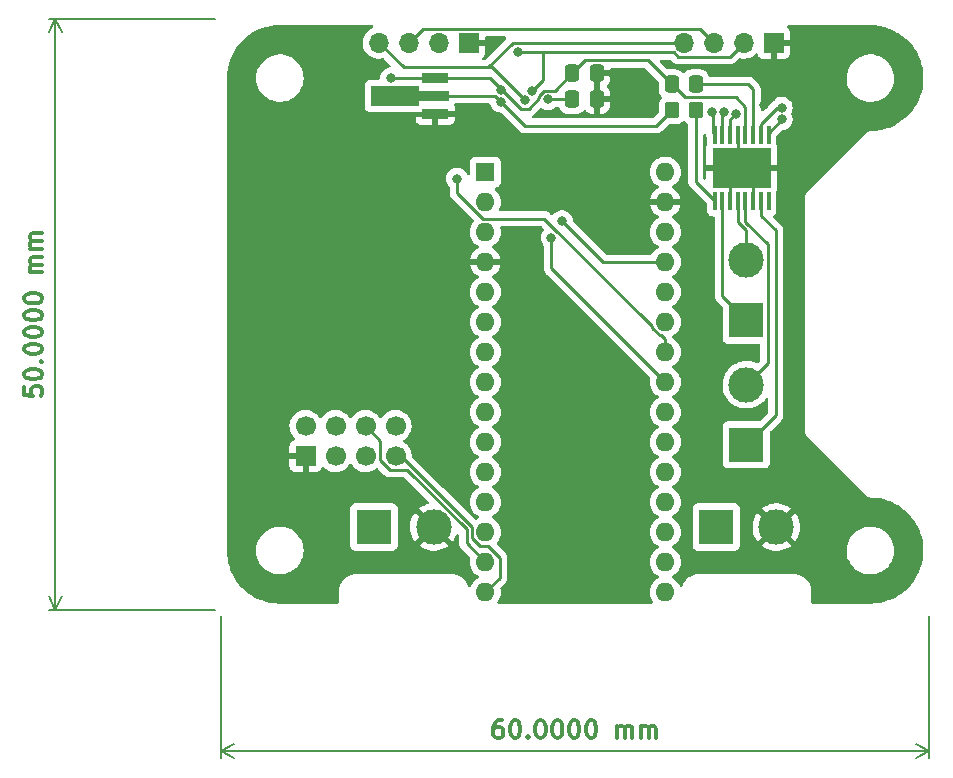
<source format=gbr>
%TF.GenerationSoftware,KiCad,Pcbnew,(6.0.9)*%
%TF.CreationDate,2023-02-05T07:26:13+11:00*%
%TF.ProjectId,SumoBotPCBA001,53756d6f-426f-4745-9043-42413030312e,rev?*%
%TF.SameCoordinates,Original*%
%TF.FileFunction,Copper,L1,Top*%
%TF.FilePolarity,Positive*%
%FSLAX46Y46*%
G04 Gerber Fmt 4.6, Leading zero omitted, Abs format (unit mm)*
G04 Created by KiCad (PCBNEW (6.0.9)) date 2023-02-05 07:26:13*
%MOMM*%
%LPD*%
G01*
G04 APERTURE LIST*
G04 Aperture macros list*
%AMRoundRect*
0 Rectangle with rounded corners*
0 $1 Rounding radius*
0 $2 $3 $4 $5 $6 $7 $8 $9 X,Y pos of 4 corners*
0 Add a 4 corners polygon primitive as box body*
4,1,4,$2,$3,$4,$5,$6,$7,$8,$9,$2,$3,0*
0 Add four circle primitives for the rounded corners*
1,1,$1+$1,$2,$3*
1,1,$1+$1,$4,$5*
1,1,$1+$1,$6,$7*
1,1,$1+$1,$8,$9*
0 Add four rect primitives between the rounded corners*
20,1,$1+$1,$2,$3,$4,$5,0*
20,1,$1+$1,$4,$5,$6,$7,0*
20,1,$1+$1,$6,$7,$8,$9,0*
20,1,$1+$1,$8,$9,$2,$3,0*%
%AMFreePoly0*
4,1,9,5.362500,-0.866500,1.237500,-0.866500,1.237500,-0.450000,-1.237500,-0.450000,-1.237500,0.450000,1.237500,0.450000,1.237500,0.866500,5.362500,0.866500,5.362500,-0.866500,5.362500,-0.866500,$1*%
G04 Aperture macros list end*
%ADD10C,0.300000*%
%TA.AperFunction,NonConductor*%
%ADD11C,0.300000*%
%TD*%
%TA.AperFunction,NonConductor*%
%ADD12C,0.200000*%
%TD*%
%TA.AperFunction,ComponentPad*%
%ADD13R,1.600000X1.600000*%
%TD*%
%TA.AperFunction,ComponentPad*%
%ADD14O,1.600000X1.600000*%
%TD*%
%TA.AperFunction,ComponentPad*%
%ADD15R,1.700000X1.700000*%
%TD*%
%TA.AperFunction,ComponentPad*%
%ADD16C,1.700000*%
%TD*%
%TA.AperFunction,SMDPad,CuDef*%
%ADD17RoundRect,0.250000X0.337500X0.475000X-0.337500X0.475000X-0.337500X-0.475000X0.337500X-0.475000X0*%
%TD*%
%TA.AperFunction,SMDPad,CuDef*%
%ADD18R,2.300000X0.900000*%
%TD*%
%TA.AperFunction,SMDPad,CuDef*%
%ADD19FreePoly0,180.000000*%
%TD*%
%TA.AperFunction,SMDPad,CuDef*%
%ADD20RoundRect,0.250000X0.350000X0.450000X-0.350000X0.450000X-0.350000X-0.450000X0.350000X-0.450000X0*%
%TD*%
%TA.AperFunction,ComponentPad*%
%ADD21R,3.000000X3.000000*%
%TD*%
%TA.AperFunction,ComponentPad*%
%ADD22C,3.000000*%
%TD*%
%TA.AperFunction,SMDPad,CuDef*%
%ADD23R,0.300000X1.600000*%
%TD*%
%TA.AperFunction,ComponentPad*%
%ADD24C,0.380000*%
%TD*%
%TA.AperFunction,SMDPad,CuDef*%
%ADD25R,5.000000X3.400000*%
%TD*%
%TA.AperFunction,SMDPad,CuDef*%
%ADD26R,2.310000X2.460000*%
%TD*%
%TA.AperFunction,ComponentPad*%
%ADD27O,1.700000X1.700000*%
%TD*%
%TA.AperFunction,SMDPad,CuDef*%
%ADD28RoundRect,0.250000X-0.337500X-0.475000X0.337500X-0.475000X0.337500X0.475000X-0.337500X0.475000X0*%
%TD*%
%TA.AperFunction,ViaPad*%
%ADD29C,0.800000*%
%TD*%
%TA.AperFunction,Conductor*%
%ADD30C,0.250000*%
%TD*%
G04 APERTURE END LIST*
D10*
D11*
X163785714Y-138378571D02*
X163500000Y-138378571D01*
X163357142Y-138450000D01*
X163285714Y-138521428D01*
X163142857Y-138735714D01*
X163071428Y-139021428D01*
X163071428Y-139592857D01*
X163142857Y-139735714D01*
X163214285Y-139807142D01*
X163357142Y-139878571D01*
X163642857Y-139878571D01*
X163785714Y-139807142D01*
X163857142Y-139735714D01*
X163928571Y-139592857D01*
X163928571Y-139235714D01*
X163857142Y-139092857D01*
X163785714Y-139021428D01*
X163642857Y-138950000D01*
X163357142Y-138950000D01*
X163214285Y-139021428D01*
X163142857Y-139092857D01*
X163071428Y-139235714D01*
X164857142Y-138378571D02*
X165000000Y-138378571D01*
X165142857Y-138450000D01*
X165214285Y-138521428D01*
X165285714Y-138664285D01*
X165357142Y-138950000D01*
X165357142Y-139307142D01*
X165285714Y-139592857D01*
X165214285Y-139735714D01*
X165142857Y-139807142D01*
X165000000Y-139878571D01*
X164857142Y-139878571D01*
X164714285Y-139807142D01*
X164642857Y-139735714D01*
X164571428Y-139592857D01*
X164500000Y-139307142D01*
X164500000Y-138950000D01*
X164571428Y-138664285D01*
X164642857Y-138521428D01*
X164714285Y-138450000D01*
X164857142Y-138378571D01*
X166000000Y-139735714D02*
X166071428Y-139807142D01*
X166000000Y-139878571D01*
X165928571Y-139807142D01*
X166000000Y-139735714D01*
X166000000Y-139878571D01*
X167000000Y-138378571D02*
X167142857Y-138378571D01*
X167285714Y-138450000D01*
X167357142Y-138521428D01*
X167428571Y-138664285D01*
X167500000Y-138950000D01*
X167500000Y-139307142D01*
X167428571Y-139592857D01*
X167357142Y-139735714D01*
X167285714Y-139807142D01*
X167142857Y-139878571D01*
X167000000Y-139878571D01*
X166857142Y-139807142D01*
X166785714Y-139735714D01*
X166714285Y-139592857D01*
X166642857Y-139307142D01*
X166642857Y-138950000D01*
X166714285Y-138664285D01*
X166785714Y-138521428D01*
X166857142Y-138450000D01*
X167000000Y-138378571D01*
X168428571Y-138378571D02*
X168571428Y-138378571D01*
X168714285Y-138450000D01*
X168785714Y-138521428D01*
X168857142Y-138664285D01*
X168928571Y-138950000D01*
X168928571Y-139307142D01*
X168857142Y-139592857D01*
X168785714Y-139735714D01*
X168714285Y-139807142D01*
X168571428Y-139878571D01*
X168428571Y-139878571D01*
X168285714Y-139807142D01*
X168214285Y-139735714D01*
X168142857Y-139592857D01*
X168071428Y-139307142D01*
X168071428Y-138950000D01*
X168142857Y-138664285D01*
X168214285Y-138521428D01*
X168285714Y-138450000D01*
X168428571Y-138378571D01*
X169857142Y-138378571D02*
X170000000Y-138378571D01*
X170142857Y-138450000D01*
X170214285Y-138521428D01*
X170285714Y-138664285D01*
X170357142Y-138950000D01*
X170357142Y-139307142D01*
X170285714Y-139592857D01*
X170214285Y-139735714D01*
X170142857Y-139807142D01*
X170000000Y-139878571D01*
X169857142Y-139878571D01*
X169714285Y-139807142D01*
X169642857Y-139735714D01*
X169571428Y-139592857D01*
X169500000Y-139307142D01*
X169500000Y-138950000D01*
X169571428Y-138664285D01*
X169642857Y-138521428D01*
X169714285Y-138450000D01*
X169857142Y-138378571D01*
X171285714Y-138378571D02*
X171428571Y-138378571D01*
X171571428Y-138450000D01*
X171642857Y-138521428D01*
X171714285Y-138664285D01*
X171785714Y-138950000D01*
X171785714Y-139307142D01*
X171714285Y-139592857D01*
X171642857Y-139735714D01*
X171571428Y-139807142D01*
X171428571Y-139878571D01*
X171285714Y-139878571D01*
X171142857Y-139807142D01*
X171071428Y-139735714D01*
X171000000Y-139592857D01*
X170928571Y-139307142D01*
X170928571Y-138950000D01*
X171000000Y-138664285D01*
X171071428Y-138521428D01*
X171142857Y-138450000D01*
X171285714Y-138378571D01*
X173571428Y-139878571D02*
X173571428Y-138878571D01*
X173571428Y-139021428D02*
X173642857Y-138950000D01*
X173785714Y-138878571D01*
X174000000Y-138878571D01*
X174142857Y-138950000D01*
X174214285Y-139092857D01*
X174214285Y-139878571D01*
X174214285Y-139092857D02*
X174285714Y-138950000D01*
X174428571Y-138878571D01*
X174642857Y-138878571D01*
X174785714Y-138950000D01*
X174857142Y-139092857D01*
X174857142Y-139878571D01*
X175571428Y-139878571D02*
X175571428Y-138878571D01*
X175571428Y-139021428D02*
X175642857Y-138950000D01*
X175785714Y-138878571D01*
X176000000Y-138878571D01*
X176142857Y-138950000D01*
X176214285Y-139092857D01*
X176214285Y-139878571D01*
X176214285Y-139092857D02*
X176285714Y-138950000D01*
X176428571Y-138878571D01*
X176642857Y-138878571D01*
X176785714Y-138950000D01*
X176857142Y-139092857D01*
X176857142Y-139878571D01*
D12*
X200000000Y-129500000D02*
X200000000Y-141586420D01*
X140000000Y-129500000D02*
X140000000Y-141586420D01*
X200000000Y-141000000D02*
X140000000Y-141000000D01*
X200000000Y-141000000D02*
X140000000Y-141000000D01*
X200000000Y-141000000D02*
X198873496Y-140413579D01*
X200000000Y-141000000D02*
X198873496Y-141586421D01*
X140000000Y-141000000D02*
X141126504Y-141586421D01*
X140000000Y-141000000D02*
X141126504Y-140413579D01*
D10*
D11*
X123378571Y-110142857D02*
X123378571Y-110857142D01*
X124092857Y-110928571D01*
X124021428Y-110857142D01*
X123950000Y-110714285D01*
X123950000Y-110357142D01*
X124021428Y-110214285D01*
X124092857Y-110142857D01*
X124235714Y-110071428D01*
X124592857Y-110071428D01*
X124735714Y-110142857D01*
X124807142Y-110214285D01*
X124878571Y-110357142D01*
X124878571Y-110714285D01*
X124807142Y-110857142D01*
X124735714Y-110928571D01*
X123378571Y-109142857D02*
X123378571Y-109000000D01*
X123450000Y-108857142D01*
X123521428Y-108785714D01*
X123664285Y-108714285D01*
X123950000Y-108642857D01*
X124307142Y-108642857D01*
X124592857Y-108714285D01*
X124735714Y-108785714D01*
X124807142Y-108857142D01*
X124878571Y-109000000D01*
X124878571Y-109142857D01*
X124807142Y-109285714D01*
X124735714Y-109357142D01*
X124592857Y-109428571D01*
X124307142Y-109500000D01*
X123950000Y-109500000D01*
X123664285Y-109428571D01*
X123521428Y-109357142D01*
X123450000Y-109285714D01*
X123378571Y-109142857D01*
X124735714Y-108000000D02*
X124807142Y-107928571D01*
X124878571Y-108000000D01*
X124807142Y-108071428D01*
X124735714Y-108000000D01*
X124878571Y-108000000D01*
X123378571Y-107000000D02*
X123378571Y-106857142D01*
X123450000Y-106714285D01*
X123521428Y-106642857D01*
X123664285Y-106571428D01*
X123950000Y-106500000D01*
X124307142Y-106500000D01*
X124592857Y-106571428D01*
X124735714Y-106642857D01*
X124807142Y-106714285D01*
X124878571Y-106857142D01*
X124878571Y-107000000D01*
X124807142Y-107142857D01*
X124735714Y-107214285D01*
X124592857Y-107285714D01*
X124307142Y-107357142D01*
X123950000Y-107357142D01*
X123664285Y-107285714D01*
X123521428Y-107214285D01*
X123450000Y-107142857D01*
X123378571Y-107000000D01*
X123378571Y-105571428D02*
X123378571Y-105428571D01*
X123450000Y-105285714D01*
X123521428Y-105214285D01*
X123664285Y-105142857D01*
X123950000Y-105071428D01*
X124307142Y-105071428D01*
X124592857Y-105142857D01*
X124735714Y-105214285D01*
X124807142Y-105285714D01*
X124878571Y-105428571D01*
X124878571Y-105571428D01*
X124807142Y-105714285D01*
X124735714Y-105785714D01*
X124592857Y-105857142D01*
X124307142Y-105928571D01*
X123950000Y-105928571D01*
X123664285Y-105857142D01*
X123521428Y-105785714D01*
X123450000Y-105714285D01*
X123378571Y-105571428D01*
X123378571Y-104142857D02*
X123378571Y-104000000D01*
X123450000Y-103857142D01*
X123521428Y-103785714D01*
X123664285Y-103714285D01*
X123950000Y-103642857D01*
X124307142Y-103642857D01*
X124592857Y-103714285D01*
X124735714Y-103785714D01*
X124807142Y-103857142D01*
X124878571Y-104000000D01*
X124878571Y-104142857D01*
X124807142Y-104285714D01*
X124735714Y-104357142D01*
X124592857Y-104428571D01*
X124307142Y-104500000D01*
X123950000Y-104500000D01*
X123664285Y-104428571D01*
X123521428Y-104357142D01*
X123450000Y-104285714D01*
X123378571Y-104142857D01*
X123378571Y-102714285D02*
X123378571Y-102571428D01*
X123450000Y-102428571D01*
X123521428Y-102357142D01*
X123664285Y-102285714D01*
X123950000Y-102214285D01*
X124307142Y-102214285D01*
X124592857Y-102285714D01*
X124735714Y-102357142D01*
X124807142Y-102428571D01*
X124878571Y-102571428D01*
X124878571Y-102714285D01*
X124807142Y-102857142D01*
X124735714Y-102928571D01*
X124592857Y-103000000D01*
X124307142Y-103071428D01*
X123950000Y-103071428D01*
X123664285Y-103000000D01*
X123521428Y-102928571D01*
X123450000Y-102857142D01*
X123378571Y-102714285D01*
X124878571Y-100428571D02*
X123878571Y-100428571D01*
X124021428Y-100428571D02*
X123950000Y-100357142D01*
X123878571Y-100214285D01*
X123878571Y-100000000D01*
X123950000Y-99857142D01*
X124092857Y-99785714D01*
X124878571Y-99785714D01*
X124092857Y-99785714D02*
X123950000Y-99714285D01*
X123878571Y-99571428D01*
X123878571Y-99357142D01*
X123950000Y-99214285D01*
X124092857Y-99142857D01*
X124878571Y-99142857D01*
X124878571Y-98428571D02*
X123878571Y-98428571D01*
X124021428Y-98428571D02*
X123950000Y-98357142D01*
X123878571Y-98214285D01*
X123878571Y-98000000D01*
X123950000Y-97857142D01*
X124092857Y-97785714D01*
X124878571Y-97785714D01*
X124092857Y-97785714D02*
X123950000Y-97714285D01*
X123878571Y-97571428D01*
X123878571Y-97357142D01*
X123950000Y-97214285D01*
X124092857Y-97142857D01*
X124878571Y-97142857D01*
D12*
X139500000Y-129000000D02*
X125413580Y-129000000D01*
X139500000Y-79000000D02*
X125413580Y-79000000D01*
X126000000Y-129000000D02*
X126000000Y-79000000D01*
X126000000Y-129000000D02*
X126000000Y-79000000D01*
X126000000Y-129000000D02*
X126586421Y-127873496D01*
X126000000Y-129000000D02*
X125413579Y-127873496D01*
X126000000Y-79000000D02*
X125413579Y-80126504D01*
X126000000Y-79000000D02*
X126586421Y-80126504D01*
D13*
%TO.P,A1,1,D1/TX*%
%TO.N,unconnected-(A1-Pad1)*%
X162390000Y-91950000D03*
D14*
%TO.P,A1,2,D0/RX*%
%TO.N,unconnected-(A1-Pad2)*%
X162390000Y-94490000D03*
%TO.P,A1,3,~{RESET}*%
%TO.N,unconnected-(A1-Pad3)*%
X162390000Y-97030000D03*
%TO.P,A1,4,GND*%
%TO.N,GND*%
X162390000Y-99570000D03*
%TO.P,A1,5,D2*%
%TO.N,unconnected-(A1-Pad5)*%
X162390000Y-102110000D03*
%TO.P,A1,6,D3*%
%TO.N,Net-(A1-Pad6)*%
X162390000Y-104650000D03*
%TO.P,A1,7,D4*%
%TO.N,unconnected-(A1-Pad7)*%
X162390000Y-107190000D03*
%TO.P,A1,8,D5*%
%TO.N,Net-(A1-Pad8)*%
X162390000Y-109730000D03*
%TO.P,A1,9,D6*%
%TO.N,Net-(A1-Pad9)*%
X162390000Y-112270000D03*
%TO.P,A1,10,D7*%
%TO.N,Net-(A1-Pad10)*%
X162390000Y-114810000D03*
%TO.P,A1,11,D8*%
%TO.N,Net-(A1-Pad11)*%
X162390000Y-117350000D03*
%TO.P,A1,12,D9*%
%TO.N,Net-(A1-Pad12)*%
X162390000Y-119890000D03*
%TO.P,A1,13,D10*%
%TO.N,unconnected-(A1-Pad13)*%
X162390000Y-122430000D03*
%TO.P,A1,14,D11*%
%TO.N,Net-(A1-Pad14)*%
X162390000Y-124970000D03*
%TO.P,A1,15,D12*%
%TO.N,Net-(A1-Pad15)*%
X162390000Y-127510000D03*
%TO.P,A1,16,D13*%
%TO.N,Net-(A1-Pad16)*%
X177630000Y-127510000D03*
%TO.P,A1,17,3V3*%
%TO.N,unconnected-(A1-Pad17)*%
X177630000Y-124970000D03*
%TO.P,A1,18,AREF*%
%TO.N,unconnected-(A1-Pad18)*%
X177630000Y-122430000D03*
%TO.P,A1,19,A0*%
%TO.N,unconnected-(A1-Pad19)*%
X177630000Y-119890000D03*
%TO.P,A1,20,A1*%
%TO.N,unconnected-(A1-Pad20)*%
X177630000Y-117350000D03*
%TO.P,A1,21,A2*%
%TO.N,unconnected-(A1-Pad21)*%
X177630000Y-114810000D03*
%TO.P,A1,22,A3*%
%TO.N,unconnected-(A1-Pad22)*%
X177630000Y-112270000D03*
%TO.P,A1,23,A4*%
%TO.N,Net-(A1-Pad23)*%
X177630000Y-109730000D03*
%TO.P,A1,24,A5*%
%TO.N,Net-(A1-Pad24)*%
X177630000Y-107190000D03*
%TO.P,A1,25,A6*%
%TO.N,unconnected-(A1-Pad25)*%
X177630000Y-104650000D03*
%TO.P,A1,26,A7*%
%TO.N,unconnected-(A1-Pad26)*%
X177630000Y-102110000D03*
%TO.P,A1,27,+5V*%
%TO.N,Net-(A1-Pad27)*%
X177630000Y-99570000D03*
%TO.P,A1,28,~{RESET}*%
%TO.N,unconnected-(A1-Pad28)*%
X177630000Y-97030000D03*
%TO.P,A1,29,GND*%
%TO.N,GND*%
X177630000Y-94490000D03*
%TO.P,A1,30,VIN*%
%TO.N,+6V*%
X177630000Y-91950000D03*
%TD*%
D15*
%TO.P,U2,1,GND*%
%TO.N,GND*%
X147175000Y-116000000D03*
D16*
%TO.P,U2,2,VCC*%
%TO.N,+3V3*%
X147175000Y-113460000D03*
%TO.P,U2,3,CE*%
%TO.N,Net-(A1-Pad10)*%
X149715000Y-116000000D03*
%TO.P,U2,4,~{CSN}*%
%TO.N,Net-(A1-Pad11)*%
X149715000Y-113460000D03*
%TO.P,U2,5,SCK*%
%TO.N,Net-(A1-Pad16)*%
X152255000Y-116000000D03*
%TO.P,U2,6,MOSI*%
%TO.N,Net-(A1-Pad14)*%
X152255000Y-113460000D03*
%TO.P,U2,7,MISO*%
%TO.N,Net-(A1-Pad15)*%
X154795000Y-116000000D03*
%TO.P,U2,8,IRQ*%
%TO.N,unconnected-(U2-Pad8)*%
X154795000Y-113460000D03*
%TD*%
D17*
%TO.P,C2,1*%
%TO.N,Net-(C2-Pad1)*%
X180237500Y-84500000D03*
%TO.P,C2,2*%
%TO.N,+6V*%
X178162500Y-84500000D03*
%TD*%
D18*
%TO.P,U1,1,GND*%
%TO.N,GND*%
X158150000Y-87000000D03*
D19*
%TO.P,U1,2,VO*%
%TO.N,+3V3*%
X158062500Y-85500000D03*
D18*
%TO.P,U1,3,VI*%
%TO.N,+6V*%
X158150000Y-84000000D03*
%TD*%
D20*
%TO.P,R1,1*%
%TO.N,Net-(R1-Pad1)*%
X180200000Y-86700000D03*
%TO.P,R1,2*%
%TO.N,+3V3*%
X178200000Y-86700000D03*
%TD*%
D21*
%TO.P,J2,1,Pin_1*%
%TO.N,+6V*%
X152960000Y-122000000D03*
D22*
%TO.P,J2,2,Pin_2*%
%TO.N,GND*%
X158040000Y-122000000D03*
%TD*%
D23*
%TO.P,U3,1,nSLEEP*%
%TO.N,Net-(R1-Pad1)*%
X181825000Y-94400000D03*
%TO.P,U3,2,AOUT1*%
%TO.N,Net-(J3-Pad1)*%
X182475000Y-94400000D03*
%TO.P,U3,3,AISEN*%
%TO.N,GND*%
X183125000Y-94400000D03*
%TO.P,U3,4,AOUT2*%
%TO.N,Net-(J3-Pad2)*%
X183775000Y-94400000D03*
%TO.P,U3,5,BOUT2*%
%TO.N,Net-(J4-Pad2)*%
X184425000Y-94400000D03*
%TO.P,U3,6,BISEN*%
%TO.N,GND*%
X185075000Y-94400000D03*
%TO.P,U3,7,BOUT1*%
%TO.N,Net-(J4-Pad1)*%
X185725000Y-94400000D03*
%TO.P,U3,8,nFAULT*%
%TO.N,unconnected-(U3-Pad8)*%
X186375000Y-94400000D03*
%TO.P,U3,9,BIN1*%
%TO.N,Net-(A1-Pad9)*%
X186375000Y-88800000D03*
%TO.P,U3,10,BIN2*%
%TO.N,Net-(A1-Pad12)*%
X185725000Y-88800000D03*
%TO.P,U3,11,VCP*%
%TO.N,Net-(C2-Pad1)*%
X185075000Y-88800000D03*
%TO.P,U3,12,VM*%
%TO.N,+6V*%
X184425000Y-88800000D03*
%TO.P,U3,13,GND*%
%TO.N,GND*%
X183775000Y-88800000D03*
%TO.P,U3,14,VINT*%
%TO.N,Net-(C3-Pad1)*%
X183125000Y-88800000D03*
%TO.P,U3,15,AIN2*%
%TO.N,Net-(A1-Pad8)*%
X182475000Y-88800000D03*
%TO.P,U3,16,AIN1*%
%TO.N,Net-(A1-Pad6)*%
X181825000Y-88800000D03*
D24*
%TO.P,U3,17,GND*%
%TO.N,GND*%
X184100000Y-90850000D03*
D25*
X184100000Y-91600000D03*
D24*
X185600000Y-92350000D03*
D26*
X184100000Y-91600000D03*
D24*
X182600000Y-90850000D03*
X182600000Y-92350000D03*
X185600000Y-90850000D03*
X184100000Y-92350000D03*
%TD*%
D15*
%TO.P,J5,1,Pin_1*%
%TO.N,GND*%
X186820000Y-81000000D03*
D27*
%TO.P,J5,2,Pin_2*%
%TO.N,Net-(A1-Pad27)*%
X184280000Y-81000000D03*
%TO.P,J5,3,Pin_3*%
%TO.N,Net-(A1-Pad24)*%
X181740000Y-81000000D03*
%TO.P,J5,4,Pin_4*%
%TO.N,Net-(A1-Pad23)*%
X179200000Y-81000000D03*
%TD*%
D21*
%TO.P,J4,1,Pin_1*%
%TO.N,Net-(J4-Pad1)*%
X184500000Y-115040000D03*
D22*
%TO.P,J4,2,Pin_2*%
%TO.N,Net-(J4-Pad2)*%
X184500000Y-109960000D03*
%TD*%
D17*
%TO.P,C1,1*%
%TO.N,GND*%
X171837500Y-83600000D03*
%TO.P,C1,2*%
%TO.N,+6V*%
X169762500Y-83600000D03*
%TD*%
D21*
%TO.P,J1,1,Pin_1*%
%TO.N,+6V*%
X181960000Y-122000000D03*
D22*
%TO.P,J1,2,Pin_2*%
%TO.N,GND*%
X187040000Y-122000000D03*
%TD*%
D15*
%TO.P,J6,1,Pin_1*%
%TO.N,GND*%
X161000000Y-81000000D03*
D27*
%TO.P,J6,2,Pin_2*%
%TO.N,Net-(A1-Pad27)*%
X158460000Y-81000000D03*
%TO.P,J6,3,Pin_3*%
%TO.N,Net-(A1-Pad24)*%
X155920000Y-81000000D03*
%TO.P,J6,4,Pin_4*%
%TO.N,Net-(A1-Pad23)*%
X153380000Y-81000000D03*
%TD*%
D28*
%TO.P,C3,1*%
%TO.N,Net-(C3-Pad1)*%
X169762500Y-85800000D03*
%TO.P,C3,2*%
%TO.N,GND*%
X171837500Y-85800000D03*
%TD*%
D21*
%TO.P,J3,1,Pin_1*%
%TO.N,Net-(J3-Pad1)*%
X184500000Y-104472500D03*
D22*
%TO.P,J3,2,Pin_2*%
%TO.N,Net-(J3-Pad2)*%
X184500000Y-99392500D03*
%TD*%
D29*
%TO.N,GND*%
X186000000Y-86300000D03*
X173900000Y-84700000D03*
X173900000Y-89100000D03*
%TO.N,Net-(A1-Pad6)*%
X181600497Y-86900000D03*
%TO.N,Net-(A1-Pad8)*%
X182600000Y-86900000D03*
%TO.N,Net-(A1-Pad9)*%
X187500000Y-87500000D03*
%TO.N,Net-(A1-Pad12)*%
X187500000Y-86500000D03*
%TO.N,Net-(A1-Pad23)*%
X165787701Y-85887701D03*
X167987701Y-97512299D03*
%TO.N,Net-(A1-Pad24)*%
X160000000Y-92500000D03*
%TO.N,Net-(A1-Pad27)*%
X165200000Y-81800000D03*
X166381715Y-85083866D03*
X168887701Y-96087701D03*
%TO.N,+6V*%
X154400000Y-84000000D03*
X163700000Y-85000000D03*
%TO.N,Net-(C3-Pad1)*%
X167700000Y-85800000D03*
X183600000Y-87000000D03*
%TO.N,+3V3*%
X163700000Y-86000000D03*
%TD*%
D30*
%TO.N,+6V*%
X179262500Y-85600000D02*
X178162500Y-84500000D01*
X183600000Y-85600000D02*
X179262500Y-85600000D01*
X184425000Y-88800000D02*
X184425000Y-86425000D01*
X184425000Y-86425000D02*
X183600000Y-85600000D01*
%TO.N,Net-(J3-Pad2)*%
X184500000Y-96887500D02*
X184312500Y-96700000D01*
X184500000Y-99392500D02*
X184500000Y-96887500D01*
%TO.N,Net-(J3-Pad1)*%
X184312500Y-104285000D02*
X182475000Y-102447500D01*
X182475000Y-102447500D02*
X182475000Y-94400000D01*
%TO.N,Net-(J4-Pad2)*%
X184425000Y-96188604D02*
X184425000Y-94400000D01*
X184498896Y-96250000D02*
X184486396Y-96250000D01*
X186325000Y-98076104D02*
X184498896Y-96250000D01*
X184500000Y-109960000D02*
X186325000Y-108135000D01*
X186325000Y-108135000D02*
X186325000Y-98076104D01*
X184486396Y-96250000D02*
X184425000Y-96188604D01*
%TO.N,Net-(J4-Pad1)*%
X185737500Y-95637500D02*
X185737500Y-94761104D01*
X187000000Y-112540000D02*
X187000000Y-96900000D01*
X187000000Y-96900000D02*
X185737500Y-95637500D01*
X184312500Y-115227500D02*
X187000000Y-112540000D01*
%TO.N,Net-(A1-Pad15)*%
X163600000Y-126300000D02*
X162390000Y-127510000D01*
X161969009Y-123600000D02*
X162610991Y-123600000D01*
X161265000Y-122007664D02*
X161265000Y-122895991D01*
X163600000Y-124589009D02*
X163600000Y-126300000D01*
X155257336Y-116000000D02*
X161265000Y-122007664D01*
X161265000Y-122895991D02*
X161969009Y-123600000D01*
X154795000Y-116000000D02*
X155257336Y-116000000D01*
X162610991Y-123600000D02*
X163600000Y-124589009D01*
%TO.N,Net-(A1-Pad14)*%
X160815000Y-123395000D02*
X162390000Y-124970000D01*
X155795940Y-117175000D02*
X160815000Y-122194060D01*
X154308299Y-117175000D02*
X155795940Y-117175000D01*
X153500000Y-116366701D02*
X154308299Y-117175000D01*
X153500000Y-114705000D02*
X153500000Y-116366701D01*
X152255000Y-113460000D02*
X153500000Y-114705000D01*
X160815000Y-122194060D02*
X160815000Y-123395000D01*
%TO.N,Net-(A1-Pad24)*%
X177630000Y-106130000D02*
X177630000Y-107190000D01*
X177275000Y-105775000D02*
X177630000Y-106130000D01*
X177164009Y-105775000D02*
X177275000Y-105775000D01*
X176505000Y-105115991D02*
X177164009Y-105775000D01*
X162209009Y-95900000D02*
X167400000Y-95900000D01*
X167400000Y-95900000D02*
X176505000Y-105005000D01*
X160000000Y-93690991D02*
X162209009Y-95900000D01*
X176505000Y-105005000D02*
X176505000Y-105115991D01*
X160000000Y-92500000D02*
X160000000Y-93690991D01*
%TO.N,+3V3*%
X163399695Y-85725000D02*
X163425000Y-85725000D01*
X163174695Y-85500000D02*
X163399695Y-85725000D01*
X158062500Y-85500000D02*
X163174695Y-85500000D01*
X163425000Y-85725000D02*
X163700000Y-86000000D01*
%TO.N,+6V*%
X166975000Y-85499695D02*
X166975000Y-85725707D01*
X162800000Y-84000000D02*
X154400000Y-84000000D01*
X167399695Y-85075000D02*
X166975000Y-85499695D01*
X165412701Y-86612701D02*
X162800000Y-84000000D01*
X168287500Y-85075000D02*
X167399695Y-85075000D01*
X166975000Y-85725707D02*
X166088006Y-86612701D01*
X169762500Y-83600000D02*
X168287500Y-85075000D01*
X166088006Y-86612701D02*
X165412701Y-86612701D01*
%TO.N,Net-(A1-Pad12)*%
X185725000Y-87850000D02*
X185725000Y-88800000D01*
X187075000Y-86500000D02*
X185725000Y-87850000D01*
X187500000Y-86500000D02*
X187075000Y-86500000D01*
%TO.N,Net-(A1-Pad9)*%
X186375000Y-88625000D02*
X186375000Y-88800000D01*
X187500000Y-87500000D02*
X186375000Y-88625000D01*
%TO.N,GND*%
X172800000Y-85800000D02*
X171837500Y-85800000D01*
X183125000Y-94400000D02*
X183125000Y-92575000D01*
X186820000Y-81000000D02*
X186820000Y-85480000D01*
X183125000Y-92575000D02*
X184100000Y-91600000D01*
X185075000Y-92575000D02*
X184100000Y-91600000D01*
X173900000Y-84700000D02*
X172800000Y-85800000D01*
X172800000Y-83600000D02*
X173900000Y-84700000D01*
X186820000Y-85480000D02*
X186000000Y-86300000D01*
X171837500Y-83600000D02*
X172800000Y-83600000D01*
X185075000Y-94400000D02*
X185075000Y-92575000D01*
X183775000Y-88800000D02*
X183775000Y-91275000D01*
X183775000Y-91275000D02*
X184100000Y-91600000D01*
%TO.N,Net-(A1-Pad6)*%
X181700000Y-88675000D02*
X181825000Y-88800000D01*
X181600497Y-86900000D02*
X181700000Y-86999503D01*
X181700000Y-86999503D02*
X181700000Y-88675000D01*
%TO.N,Net-(A1-Pad8)*%
X182600000Y-86900000D02*
X182475000Y-87025000D01*
X182475000Y-87025000D02*
X182475000Y-88800000D01*
%TO.N,Net-(A1-Pad23)*%
X167987701Y-97512299D02*
X167987701Y-100087701D01*
X162600000Y-83100000D02*
X164700000Y-81000000D01*
X164700000Y-81000000D02*
X179200000Y-81000000D01*
X155480000Y-83100000D02*
X162600000Y-83100000D01*
X165787701Y-85887701D02*
X163000000Y-83100000D01*
X163000000Y-83100000D02*
X162600000Y-83100000D01*
X167987701Y-100087701D02*
X177630000Y-109730000D01*
X153380000Y-81000000D02*
X155480000Y-83100000D01*
%TO.N,Net-(A1-Pad24)*%
X157095000Y-79825000D02*
X180565000Y-79825000D01*
X180565000Y-79825000D02*
X181740000Y-81000000D01*
X155920000Y-81000000D02*
X157095000Y-79825000D01*
%TO.N,Net-(A1-Pad27)*%
X167300000Y-84165581D02*
X166381715Y-85083866D01*
X167300000Y-81800000D02*
X178338299Y-81800000D01*
X183105000Y-82175000D02*
X184280000Y-81000000D01*
X165200000Y-81800000D02*
X167300000Y-81800000D01*
X167300000Y-81800000D02*
X167300000Y-84165581D01*
X168887701Y-96087701D02*
X172370000Y-99570000D01*
X172370000Y-99570000D02*
X177630000Y-99570000D01*
X178338299Y-81800000D02*
X178713299Y-82175000D01*
X178713299Y-82175000D02*
X183105000Y-82175000D01*
%TO.N,+6V*%
X176162500Y-82500000D02*
X170862500Y-82500000D01*
X170862500Y-82500000D02*
X169762500Y-83600000D01*
X178162500Y-84500000D02*
X176162500Y-82500000D01*
%TO.N,Net-(C2-Pad1)*%
X184625305Y-84500000D02*
X185075000Y-84949695D01*
X185075000Y-84949695D02*
X185075000Y-88800000D01*
X180600305Y-84500000D02*
X184625305Y-84500000D01*
%TO.N,Net-(C3-Pad1)*%
X183125000Y-87475000D02*
X183600000Y-87000000D01*
X183125000Y-88800000D02*
X183125000Y-87475000D01*
X167700000Y-85800000D02*
X169762500Y-85800000D01*
%TO.N,Net-(J3-Pad2)*%
X183775000Y-96175000D02*
X183775000Y-94400000D01*
X184300000Y-96700000D02*
X183775000Y-96175000D01*
%TO.N,Net-(R1-Pad1)*%
X180200000Y-86700000D02*
X180200000Y-92775000D01*
X180200000Y-92775000D02*
X181825000Y-94400000D01*
%TO.N,+3V3*%
X163700000Y-86000000D02*
X165725000Y-88025000D01*
X165725000Y-88025000D02*
X176875000Y-88025000D01*
X176875000Y-88025000D02*
X178200000Y-86700000D01*
%TD*%
%TA.AperFunction,Conductor*%
%TO.N,GND*%
G36*
X152856115Y-79528502D02*
G01*
X152902608Y-79582158D01*
X152912712Y-79652432D01*
X152883218Y-79717012D01*
X152846175Y-79746262D01*
X152821443Y-79759137D01*
X152720277Y-79811801D01*
X152653607Y-79846507D01*
X152649474Y-79849610D01*
X152649471Y-79849612D01*
X152479100Y-79977530D01*
X152474965Y-79980635D01*
X152320629Y-80142138D01*
X152317720Y-80146403D01*
X152317714Y-80146411D01*
X152291706Y-80184538D01*
X152194743Y-80326680D01*
X152154945Y-80412418D01*
X152128252Y-80469924D01*
X152100688Y-80529305D01*
X152040989Y-80744570D01*
X152017251Y-80966695D01*
X152017548Y-80971848D01*
X152017548Y-80971851D01*
X152017936Y-80978577D01*
X152030110Y-81189715D01*
X152031247Y-81194761D01*
X152031248Y-81194767D01*
X152045606Y-81258475D01*
X152079222Y-81407639D01*
X152163266Y-81614616D01*
X152214942Y-81698944D01*
X152277291Y-81800688D01*
X152279987Y-81805088D01*
X152426250Y-81973938D01*
X152598126Y-82116632D01*
X152791000Y-82229338D01*
X152999692Y-82309030D01*
X153004760Y-82310061D01*
X153004763Y-82310062D01*
X153112012Y-82331882D01*
X153218597Y-82353567D01*
X153223772Y-82353757D01*
X153223774Y-82353757D01*
X153436673Y-82361564D01*
X153436677Y-82361564D01*
X153441837Y-82361753D01*
X153446957Y-82361097D01*
X153446959Y-82361097D01*
X153658288Y-82334025D01*
X153658289Y-82334025D01*
X153663416Y-82333368D01*
X153668367Y-82331883D01*
X153668370Y-82331882D01*
X153709829Y-82319444D01*
X153780825Y-82319028D01*
X153835131Y-82351035D01*
X154363983Y-82879887D01*
X154398009Y-82942199D01*
X154392944Y-83013014D01*
X154350397Y-83069850D01*
X154301086Y-83092228D01*
X154117712Y-83131206D01*
X154111682Y-83133891D01*
X154111681Y-83133891D01*
X153949278Y-83206197D01*
X153949276Y-83206198D01*
X153943248Y-83208882D01*
X153937907Y-83212762D01*
X153937906Y-83212763D01*
X153914739Y-83229595D01*
X153788747Y-83321134D01*
X153784326Y-83326044D01*
X153784325Y-83326045D01*
X153756106Y-83357386D01*
X153660960Y-83463056D01*
X153657659Y-83468774D01*
X153576965Y-83608540D01*
X153565473Y-83628444D01*
X153506458Y-83810072D01*
X153505768Y-83816633D01*
X153505768Y-83816635D01*
X153492041Y-83947238D01*
X153486496Y-84000000D01*
X153485391Y-83999884D01*
X153467184Y-84061892D01*
X153413528Y-84108385D01*
X153361186Y-84119771D01*
X152700000Y-84119771D01*
X152668014Y-84122059D01*
X152633627Y-84124518D01*
X152633626Y-84124518D01*
X152626889Y-84125000D01*
X152570287Y-84141620D01*
X152495235Y-84163657D01*
X152495233Y-84163658D01*
X152486589Y-84166196D01*
X152468617Y-84177746D01*
X152371159Y-84240378D01*
X152371156Y-84240380D01*
X152363579Y-84245250D01*
X152357678Y-84252060D01*
X152273726Y-84348945D01*
X152273724Y-84348948D01*
X152267824Y-84355757D01*
X152207081Y-84488766D01*
X152205798Y-84497689D01*
X152205009Y-84503176D01*
X152186271Y-84633500D01*
X152186271Y-86366500D01*
X152191500Y-86439611D01*
X152209232Y-86500000D01*
X152225183Y-86554323D01*
X152232696Y-86579911D01*
X152240464Y-86591998D01*
X152306878Y-86695341D01*
X152306880Y-86695344D01*
X152311750Y-86702921D01*
X152318560Y-86708822D01*
X152415445Y-86792774D01*
X152415448Y-86792776D01*
X152422257Y-86798676D01*
X152555266Y-86859419D01*
X152700000Y-86880229D01*
X156825000Y-86880229D01*
X156859647Y-86877751D01*
X156891373Y-86875482D01*
X156891374Y-86875482D01*
X156898111Y-86875000D01*
X156977618Y-86851655D01*
X157029765Y-86836343D01*
X157029767Y-86836342D01*
X157038411Y-86833804D01*
X157045989Y-86828934D01*
X157045991Y-86828933D01*
X157143913Y-86766002D01*
X157212034Y-86746000D01*
X159789884Y-86746000D01*
X159805123Y-86741525D01*
X159806328Y-86740135D01*
X159807999Y-86732452D01*
X159807999Y-86505331D01*
X159807629Y-86498510D01*
X159802105Y-86447648D01*
X159798479Y-86432396D01*
X159750244Y-86303730D01*
X159745061Y-86232923D01*
X159778982Y-86170554D01*
X159841237Y-86136424D01*
X159868226Y-86133500D01*
X162696579Y-86133500D01*
X162764700Y-86153502D01*
X162811193Y-86207158D01*
X162816412Y-86220563D01*
X162865473Y-86371556D01*
X162960960Y-86536944D01*
X162965378Y-86541851D01*
X162965379Y-86541852D01*
X163077527Y-86666405D01*
X163088747Y-86678866D01*
X163243248Y-86791118D01*
X163249276Y-86793802D01*
X163249278Y-86793803D01*
X163388246Y-86855675D01*
X163417712Y-86868794D01*
X163511112Y-86888647D01*
X163598056Y-86907128D01*
X163598061Y-86907128D01*
X163604513Y-86908500D01*
X163660406Y-86908500D01*
X163728527Y-86928502D01*
X163749501Y-86945405D01*
X165221343Y-88417247D01*
X165228887Y-88425537D01*
X165233000Y-88432018D01*
X165238777Y-88437443D01*
X165282667Y-88478658D01*
X165285509Y-88481413D01*
X165305230Y-88501134D01*
X165308425Y-88503612D01*
X165317447Y-88511318D01*
X165349679Y-88541586D01*
X165356628Y-88545406D01*
X165367432Y-88551346D01*
X165383956Y-88562199D01*
X165399959Y-88574613D01*
X165440543Y-88592176D01*
X165451173Y-88597383D01*
X165489940Y-88618695D01*
X165497617Y-88620666D01*
X165497622Y-88620668D01*
X165509558Y-88623732D01*
X165528266Y-88630137D01*
X165546855Y-88638181D01*
X165554680Y-88639420D01*
X165554682Y-88639421D01*
X165590519Y-88645097D01*
X165602140Y-88647504D01*
X165633959Y-88655673D01*
X165644970Y-88658500D01*
X165665231Y-88658500D01*
X165684940Y-88660051D01*
X165704943Y-88663219D01*
X165712835Y-88662473D01*
X165718062Y-88661979D01*
X165748954Y-88659059D01*
X165760811Y-88658500D01*
X176796233Y-88658500D01*
X176807416Y-88659027D01*
X176814909Y-88660702D01*
X176822835Y-88660453D01*
X176822836Y-88660453D01*
X176882986Y-88658562D01*
X176886945Y-88658500D01*
X176914856Y-88658500D01*
X176918791Y-88658003D01*
X176918856Y-88657995D01*
X176930693Y-88657062D01*
X176962951Y-88656048D01*
X176966970Y-88655922D01*
X176974889Y-88655673D01*
X176994343Y-88650021D01*
X177013700Y-88646013D01*
X177025930Y-88644468D01*
X177025931Y-88644468D01*
X177033797Y-88643474D01*
X177041168Y-88640555D01*
X177041170Y-88640555D01*
X177074912Y-88627196D01*
X177086142Y-88623351D01*
X177120983Y-88613229D01*
X177120984Y-88613229D01*
X177128593Y-88611018D01*
X177135412Y-88606985D01*
X177135417Y-88606983D01*
X177146028Y-88600707D01*
X177163776Y-88592012D01*
X177182617Y-88584552D01*
X177202987Y-88569753D01*
X177218387Y-88558564D01*
X177228307Y-88552048D01*
X177259535Y-88533580D01*
X177259538Y-88533578D01*
X177266362Y-88529542D01*
X177280683Y-88515221D01*
X177295717Y-88502380D01*
X177297432Y-88501134D01*
X177312107Y-88490472D01*
X177340298Y-88456395D01*
X177348288Y-88447616D01*
X177850499Y-87945405D01*
X177912811Y-87911379D01*
X177939594Y-87908500D01*
X178600400Y-87908500D01*
X178603646Y-87908163D01*
X178603650Y-87908163D01*
X178699308Y-87898238D01*
X178699312Y-87898237D01*
X178706166Y-87897526D01*
X178712702Y-87895345D01*
X178712704Y-87895345D01*
X178866998Y-87843868D01*
X178873946Y-87841550D01*
X179024348Y-87748478D01*
X179110784Y-87661891D01*
X179173066Y-87627812D01*
X179243886Y-87632815D01*
X179288976Y-87661736D01*
X179376697Y-87749305D01*
X179382927Y-87753145D01*
X179382928Y-87753146D01*
X179506616Y-87829389D01*
X179554110Y-87882162D01*
X179566500Y-87936649D01*
X179566500Y-92696233D01*
X179565973Y-92707416D01*
X179564298Y-92714909D01*
X179564547Y-92722835D01*
X179564547Y-92722836D01*
X179566438Y-92782986D01*
X179566500Y-92786945D01*
X179566500Y-92814856D01*
X179566997Y-92818790D01*
X179566997Y-92818791D01*
X179567005Y-92818856D01*
X179567938Y-92830693D01*
X179569327Y-92874889D01*
X179574978Y-92894339D01*
X179578987Y-92913700D01*
X179581526Y-92933797D01*
X179584445Y-92941168D01*
X179584445Y-92941170D01*
X179597804Y-92974912D01*
X179601649Y-92986142D01*
X179611771Y-93020983D01*
X179613982Y-93028593D01*
X179618015Y-93035412D01*
X179618017Y-93035417D01*
X179624293Y-93046028D01*
X179632988Y-93063776D01*
X179640448Y-93082617D01*
X179645110Y-93089033D01*
X179645110Y-93089034D01*
X179666436Y-93118387D01*
X179672952Y-93128307D01*
X179685418Y-93149385D01*
X179695458Y-93166362D01*
X179709779Y-93180683D01*
X179722619Y-93195716D01*
X179734528Y-93212107D01*
X179764303Y-93236739D01*
X179768605Y-93240298D01*
X179777384Y-93248288D01*
X181129595Y-94600500D01*
X181163621Y-94662812D01*
X181166500Y-94689595D01*
X181166500Y-95248134D01*
X181173255Y-95310316D01*
X181224385Y-95446705D01*
X181311739Y-95563261D01*
X181428295Y-95650615D01*
X181564684Y-95701745D01*
X181626866Y-95708500D01*
X181715500Y-95708500D01*
X181783621Y-95728502D01*
X181830114Y-95782158D01*
X181841500Y-95834500D01*
X181841500Y-102368733D01*
X181840973Y-102379916D01*
X181839298Y-102387409D01*
X181839547Y-102395335D01*
X181839547Y-102395336D01*
X181841438Y-102455486D01*
X181841500Y-102459445D01*
X181841500Y-102487356D01*
X181841997Y-102491290D01*
X181841997Y-102491291D01*
X181842005Y-102491356D01*
X181842938Y-102503193D01*
X181844327Y-102547389D01*
X181849978Y-102566839D01*
X181853987Y-102586200D01*
X181856526Y-102606297D01*
X181859445Y-102613668D01*
X181859445Y-102613670D01*
X181872804Y-102647412D01*
X181876649Y-102658642D01*
X181888982Y-102701093D01*
X181893015Y-102707912D01*
X181893017Y-102707917D01*
X181899293Y-102718528D01*
X181907988Y-102736276D01*
X181915448Y-102755117D01*
X181920110Y-102761533D01*
X181920110Y-102761534D01*
X181941436Y-102790887D01*
X181947952Y-102800807D01*
X181970458Y-102838862D01*
X181984779Y-102853183D01*
X181997619Y-102868216D01*
X182009528Y-102884607D01*
X182015634Y-102889658D01*
X182043605Y-102912798D01*
X182052384Y-102920788D01*
X182454595Y-103322999D01*
X182488621Y-103385311D01*
X182491500Y-103412094D01*
X182491500Y-106020634D01*
X182498255Y-106082816D01*
X182549385Y-106219205D01*
X182636739Y-106335761D01*
X182753295Y-106423115D01*
X182889684Y-106474245D01*
X182951866Y-106481000D01*
X185565500Y-106481000D01*
X185633621Y-106501002D01*
X185680114Y-106554658D01*
X185691500Y-106607000D01*
X185691500Y-107820406D01*
X185671498Y-107888527D01*
X185654595Y-107909501D01*
X185462664Y-108101432D01*
X185400352Y-108135458D01*
X185322924Y-108127710D01*
X185185878Y-108067551D01*
X185185872Y-108067549D01*
X185181945Y-108065825D01*
X184918566Y-107990800D01*
X184914324Y-107990196D01*
X184914318Y-107990195D01*
X184713834Y-107961662D01*
X184647443Y-107952213D01*
X184503589Y-107951460D01*
X184377877Y-107950802D01*
X184377871Y-107950802D01*
X184373591Y-107950780D01*
X184369347Y-107951339D01*
X184369343Y-107951339D01*
X184250302Y-107967011D01*
X184102078Y-107986525D01*
X184097938Y-107987658D01*
X184097936Y-107987658D01*
X184025008Y-108007609D01*
X183837928Y-108058788D01*
X183833980Y-108060472D01*
X183589982Y-108164546D01*
X183589978Y-108164548D01*
X183586030Y-108166232D01*
X183530682Y-108199357D01*
X183354725Y-108304664D01*
X183354721Y-108304667D01*
X183351043Y-108306868D01*
X183137318Y-108478094D01*
X182948808Y-108676742D01*
X182789002Y-108899136D01*
X182660857Y-109141161D01*
X182659385Y-109145184D01*
X182659383Y-109145188D01*
X182573796Y-109379064D01*
X182566743Y-109398337D01*
X182508404Y-109665907D01*
X182486917Y-109938918D01*
X182502682Y-110212320D01*
X182503507Y-110216525D01*
X182503508Y-110216533D01*
X182533917Y-110371526D01*
X182555405Y-110481053D01*
X182556792Y-110485103D01*
X182556793Y-110485108D01*
X182642723Y-110736088D01*
X182644112Y-110740144D01*
X182767160Y-110984799D01*
X182769586Y-110988328D01*
X182769589Y-110988334D01*
X182919843Y-111206953D01*
X182922274Y-111210490D01*
X183106582Y-111413043D01*
X183316675Y-111588707D01*
X183320316Y-111590991D01*
X183545024Y-111731951D01*
X183545028Y-111731953D01*
X183548664Y-111734234D01*
X183616544Y-111764883D01*
X183794345Y-111845164D01*
X183794349Y-111845166D01*
X183798257Y-111846930D01*
X183802377Y-111848150D01*
X183802376Y-111848150D01*
X184056723Y-111923491D01*
X184056727Y-111923492D01*
X184060836Y-111924709D01*
X184065070Y-111925357D01*
X184065075Y-111925358D01*
X184327298Y-111965483D01*
X184327300Y-111965483D01*
X184331540Y-111966132D01*
X184470912Y-111968322D01*
X184601071Y-111970367D01*
X184601077Y-111970367D01*
X184605362Y-111970434D01*
X184877235Y-111937534D01*
X185142127Y-111868041D01*
X185146087Y-111866401D01*
X185146092Y-111866399D01*
X185268631Y-111815641D01*
X185395136Y-111763241D01*
X185631582Y-111625073D01*
X185847089Y-111456094D01*
X185872172Y-111430211D01*
X186034686Y-111262509D01*
X186037669Y-111259431D01*
X186040211Y-111255971D01*
X186138953Y-111121550D01*
X186195401Y-111078490D01*
X186266168Y-111072785D01*
X186328786Y-111106245D01*
X186363373Y-111168247D01*
X186366500Y-111196143D01*
X186366500Y-112225406D01*
X186346498Y-112293527D01*
X186329595Y-112314501D01*
X185649501Y-112994595D01*
X185587189Y-113028621D01*
X185560406Y-113031500D01*
X182951866Y-113031500D01*
X182889684Y-113038255D01*
X182753295Y-113089385D01*
X182636739Y-113176739D01*
X182549385Y-113293295D01*
X182498255Y-113429684D01*
X182491500Y-113491866D01*
X182491500Y-116588134D01*
X182498255Y-116650316D01*
X182549385Y-116786705D01*
X182636739Y-116903261D01*
X182753295Y-116990615D01*
X182889684Y-117041745D01*
X182951866Y-117048500D01*
X186048134Y-117048500D01*
X186110316Y-117041745D01*
X186246705Y-116990615D01*
X186363261Y-116903261D01*
X186450615Y-116786705D01*
X186501745Y-116650316D01*
X186508500Y-116588134D01*
X186508500Y-113979595D01*
X186528502Y-113911474D01*
X186545405Y-113890500D01*
X187392253Y-113043652D01*
X187400539Y-113036112D01*
X187407018Y-113032000D01*
X187417628Y-113020702D01*
X187453643Y-112982349D01*
X187456398Y-112979507D01*
X187476135Y-112959770D01*
X187478615Y-112956573D01*
X187486320Y-112947551D01*
X187505854Y-112926749D01*
X187516586Y-112915321D01*
X187520405Y-112908375D01*
X187520407Y-112908372D01*
X187526348Y-112897566D01*
X187537199Y-112881047D01*
X187544758Y-112871301D01*
X187549614Y-112865041D01*
X187552759Y-112857772D01*
X187552762Y-112857768D01*
X187567174Y-112824463D01*
X187572391Y-112813813D01*
X187593695Y-112775060D01*
X187598733Y-112755437D01*
X187605137Y-112736734D01*
X187610033Y-112725420D01*
X187610033Y-112725419D01*
X187613181Y-112718145D01*
X187614420Y-112710322D01*
X187614423Y-112710312D01*
X187620099Y-112674476D01*
X187622505Y-112662856D01*
X187631528Y-112627711D01*
X187631528Y-112627710D01*
X187633500Y-112620030D01*
X187633500Y-112599776D01*
X187635051Y-112580065D01*
X187636980Y-112567886D01*
X187638220Y-112560057D01*
X187634059Y-112516038D01*
X187633500Y-112504181D01*
X187633500Y-96978768D01*
X187634027Y-96967585D01*
X187635702Y-96960092D01*
X187633562Y-96892001D01*
X187633500Y-96888044D01*
X187633500Y-96860144D01*
X187632996Y-96856153D01*
X187632063Y-96844311D01*
X187630923Y-96808036D01*
X187630674Y-96800111D01*
X187625021Y-96780652D01*
X187621012Y-96761293D01*
X187620846Y-96759983D01*
X187618474Y-96741203D01*
X187615558Y-96733837D01*
X187615556Y-96733831D01*
X187602200Y-96700098D01*
X187598355Y-96688868D01*
X187588230Y-96654017D01*
X187588230Y-96654016D01*
X187586019Y-96646407D01*
X187575705Y-96628966D01*
X187567008Y-96611213D01*
X187562472Y-96599758D01*
X187559552Y-96592383D01*
X187533563Y-96556612D01*
X187527047Y-96546692D01*
X187508578Y-96515463D01*
X187504542Y-96508638D01*
X187490221Y-96494317D01*
X187477380Y-96479283D01*
X187470131Y-96469306D01*
X187465472Y-96462893D01*
X187431395Y-96434702D01*
X187422616Y-96426712D01*
X186802912Y-95807008D01*
X186768886Y-95744696D01*
X186773951Y-95673881D01*
X186816441Y-95617087D01*
X186888261Y-95563261D01*
X186975615Y-95446705D01*
X187026745Y-95310316D01*
X187033500Y-95248134D01*
X187033500Y-93606499D01*
X187048979Y-93545991D01*
X187053323Y-93538056D01*
X187098478Y-93417606D01*
X187102105Y-93402351D01*
X187107631Y-93351486D01*
X187108000Y-93344672D01*
X187108000Y-91872115D01*
X187103525Y-91856876D01*
X187102135Y-91855671D01*
X187094452Y-91854000D01*
X186165805Y-91854000D01*
X186154780Y-91857237D01*
X186158018Y-91864328D01*
X186167100Y-91873410D01*
X186201126Y-91935722D01*
X186196061Y-92006537D01*
X186167100Y-92051600D01*
X185689095Y-92529605D01*
X185626783Y-92563631D01*
X185555968Y-92558566D01*
X185510905Y-92529605D01*
X185032900Y-92051600D01*
X184998874Y-91989288D01*
X185003939Y-91918473D01*
X185032900Y-91873410D01*
X185039498Y-91866812D01*
X185044726Y-91857237D01*
X185379790Y-91857237D01*
X185383028Y-91864328D01*
X185587192Y-92068491D01*
X185601130Y-92076102D01*
X185602966Y-92075970D01*
X185609578Y-92071721D01*
X185814489Y-91866811D01*
X185819997Y-91856723D01*
X185812696Y-91854000D01*
X185390815Y-91854000D01*
X185379790Y-91857237D01*
X185044726Y-91857237D01*
X185045007Y-91856723D01*
X185037706Y-91854000D01*
X184665805Y-91854000D01*
X184654780Y-91857237D01*
X184658018Y-91864328D01*
X184667100Y-91873410D01*
X184701126Y-91935722D01*
X184696061Y-92006537D01*
X184667100Y-92051600D01*
X184366809Y-92351891D01*
X184354000Y-92375349D01*
X184354000Y-92965500D01*
X184333998Y-93033621D01*
X184280342Y-93080114D01*
X184233624Y-93090277D01*
X184233680Y-93091316D01*
X184230282Y-93091500D01*
X184226866Y-93091500D01*
X184164684Y-93098255D01*
X184144230Y-93105923D01*
X184073423Y-93111106D01*
X184055770Y-93105923D01*
X184035316Y-93098255D01*
X183973134Y-93091500D01*
X183969718Y-93091500D01*
X183966320Y-93091316D01*
X183966399Y-93089855D01*
X183903879Y-93071498D01*
X183857386Y-93017842D01*
X183846000Y-92965500D01*
X183846000Y-92382816D01*
X183838470Y-92357171D01*
X183831299Y-92350000D01*
X183532900Y-92051600D01*
X183498874Y-91989288D01*
X183503939Y-91918473D01*
X183532900Y-91873410D01*
X183539498Y-91866812D01*
X183545007Y-91856723D01*
X183537706Y-91854000D01*
X183165805Y-91854000D01*
X183154780Y-91857237D01*
X183158018Y-91864328D01*
X183167100Y-91873410D01*
X183201126Y-91935722D01*
X183196061Y-92006537D01*
X183167100Y-92051600D01*
X182868700Y-92350000D01*
X182689095Y-92529606D01*
X182626783Y-92563632D01*
X182555968Y-92558567D01*
X182510905Y-92529606D01*
X182331299Y-92350000D01*
X182032900Y-92051600D01*
X181998874Y-91989288D01*
X182003939Y-91918473D01*
X182032900Y-91873410D01*
X182039498Y-91866812D01*
X182044726Y-91857237D01*
X182379790Y-91857237D01*
X182383028Y-91864328D01*
X182587192Y-92068491D01*
X182601130Y-92076102D01*
X182602966Y-92075970D01*
X182609578Y-92071721D01*
X182814489Y-91866811D01*
X182819997Y-91856723D01*
X182812696Y-91854000D01*
X182390815Y-91854000D01*
X182379790Y-91857237D01*
X182044726Y-91857237D01*
X182045007Y-91856723D01*
X182037706Y-91854000D01*
X181110116Y-91854000D01*
X181094877Y-91858475D01*
X181093672Y-91859865D01*
X181092001Y-91867548D01*
X181092001Y-92466906D01*
X181071999Y-92535027D01*
X181018343Y-92581520D01*
X180948069Y-92591624D01*
X180883489Y-92562130D01*
X180876906Y-92556001D01*
X180870405Y-92549500D01*
X180836379Y-92487188D01*
X180833500Y-92460405D01*
X180833500Y-88861197D01*
X180853502Y-88793076D01*
X180907158Y-88746583D01*
X180977432Y-88736479D01*
X181042012Y-88765973D01*
X181080898Y-88828822D01*
X181081526Y-88833797D01*
X181084445Y-88841168D01*
X181084445Y-88841170D01*
X181097804Y-88874912D01*
X181101649Y-88886142D01*
X181113982Y-88928593D01*
X181118015Y-88935412D01*
X181118017Y-88935417D01*
X181124293Y-88946028D01*
X181132988Y-88963776D01*
X181140448Y-88982617D01*
X181145107Y-88989029D01*
X181148929Y-88995982D01*
X181146670Y-88997224D01*
X181166294Y-89052216D01*
X181166500Y-89059415D01*
X181166500Y-89593501D01*
X181151021Y-89654009D01*
X181146677Y-89661944D01*
X181101522Y-89782394D01*
X181097895Y-89797649D01*
X181092369Y-89848514D01*
X181092000Y-89855328D01*
X181092000Y-91327885D01*
X181096475Y-91343124D01*
X181097865Y-91344329D01*
X181105548Y-91346000D01*
X182034195Y-91346000D01*
X182043469Y-91343277D01*
X182380003Y-91343277D01*
X182387304Y-91346000D01*
X182809185Y-91346000D01*
X182820210Y-91342763D01*
X182816972Y-91335672D01*
X182612808Y-91131509D01*
X182598870Y-91123898D01*
X182597034Y-91124030D01*
X182590422Y-91128279D01*
X182385511Y-91333189D01*
X182380003Y-91343277D01*
X182043469Y-91343277D01*
X182045220Y-91342763D01*
X182041982Y-91335672D01*
X182032900Y-91326590D01*
X181998874Y-91264278D01*
X182003939Y-91193463D01*
X182032900Y-91148400D01*
X182510905Y-90670395D01*
X182573217Y-90636369D01*
X182644032Y-90641434D01*
X182689095Y-90670395D01*
X183167100Y-91148400D01*
X183201126Y-91210712D01*
X183196061Y-91281527D01*
X183167100Y-91326590D01*
X183160502Y-91333188D01*
X183154993Y-91343277D01*
X183162294Y-91346000D01*
X183534195Y-91346000D01*
X183545220Y-91342763D01*
X183541982Y-91335672D01*
X183532900Y-91326590D01*
X183498874Y-91264278D01*
X183503939Y-91193463D01*
X183532900Y-91148400D01*
X183833191Y-90848109D01*
X183846000Y-90824651D01*
X183846000Y-90161991D01*
X183866002Y-90093870D01*
X183919658Y-90047377D01*
X183989932Y-90037273D01*
X184026977Y-90049627D01*
X184028295Y-90050615D01*
X184036696Y-90053764D01*
X184036699Y-90053766D01*
X184100000Y-90077496D01*
X184164684Y-90101745D01*
X184226866Y-90108500D01*
X184230282Y-90108500D01*
X184233680Y-90108684D01*
X184233601Y-90110145D01*
X184296121Y-90128502D01*
X184342614Y-90182158D01*
X184354000Y-90234500D01*
X184354000Y-90817184D01*
X184361531Y-90842831D01*
X184667100Y-91148400D01*
X184701126Y-91210712D01*
X184696061Y-91281527D01*
X184667100Y-91326590D01*
X184660502Y-91333188D01*
X184654993Y-91343277D01*
X184662294Y-91346000D01*
X185034195Y-91346000D01*
X185043469Y-91343277D01*
X185380003Y-91343277D01*
X185387304Y-91346000D01*
X185809185Y-91346000D01*
X185820210Y-91342763D01*
X185816972Y-91335672D01*
X185612808Y-91131509D01*
X185598870Y-91123898D01*
X185597034Y-91124030D01*
X185590422Y-91128279D01*
X185385511Y-91333189D01*
X185380003Y-91343277D01*
X185043469Y-91343277D01*
X185045220Y-91342763D01*
X185041982Y-91335672D01*
X185032900Y-91326590D01*
X184998874Y-91264278D01*
X185003939Y-91193463D01*
X185032900Y-91148400D01*
X185510905Y-90670395D01*
X185573217Y-90636369D01*
X185644032Y-90641434D01*
X185689095Y-90670395D01*
X186167100Y-91148400D01*
X186201126Y-91210712D01*
X186196061Y-91281527D01*
X186167100Y-91326590D01*
X186160502Y-91333188D01*
X186154993Y-91343277D01*
X186162294Y-91346000D01*
X187089884Y-91346000D01*
X187105123Y-91341525D01*
X187106328Y-91340135D01*
X187107999Y-91332452D01*
X187107999Y-89855331D01*
X187107629Y-89848510D01*
X187102105Y-89797648D01*
X187098479Y-89782396D01*
X187053323Y-89661944D01*
X187048979Y-89654009D01*
X187033500Y-89593501D01*
X187033500Y-88914594D01*
X187053502Y-88846473D01*
X187070405Y-88825499D01*
X187450499Y-88445405D01*
X187512811Y-88411379D01*
X187539594Y-88408500D01*
X187595487Y-88408500D01*
X187601939Y-88407128D01*
X187601944Y-88407128D01*
X187688887Y-88388647D01*
X187782288Y-88368794D01*
X187891792Y-88320040D01*
X187950722Y-88293803D01*
X187950724Y-88293802D01*
X187956752Y-88291118D01*
X188111253Y-88178866D01*
X188239040Y-88036944D01*
X188319533Y-87897526D01*
X188331223Y-87877279D01*
X188331224Y-87877278D01*
X188334527Y-87871556D01*
X188393542Y-87689928D01*
X188400545Y-87623303D01*
X188412814Y-87506565D01*
X188413504Y-87500000D01*
X188393542Y-87310072D01*
X188334527Y-87128444D01*
X188330392Y-87121281D01*
X188296743Y-87063000D01*
X188280005Y-86994005D01*
X188296743Y-86937000D01*
X188331223Y-86877279D01*
X188331224Y-86877278D01*
X188334527Y-86871556D01*
X188393542Y-86689928D01*
X188396015Y-86666405D01*
X188412814Y-86506565D01*
X188413504Y-86500000D01*
X188399344Y-86365274D01*
X188394232Y-86316635D01*
X188394232Y-86316633D01*
X188393542Y-86310072D01*
X188334527Y-86128444D01*
X188239040Y-85963056D01*
X188201202Y-85921032D01*
X188115675Y-85826045D01*
X188115674Y-85826044D01*
X188111253Y-85821134D01*
X187956752Y-85708882D01*
X187950724Y-85706198D01*
X187950722Y-85706197D01*
X187788319Y-85633891D01*
X187788318Y-85633891D01*
X187782288Y-85631206D01*
X187688887Y-85611353D01*
X187601944Y-85592872D01*
X187601939Y-85592872D01*
X187595487Y-85591500D01*
X187404513Y-85591500D01*
X187398061Y-85592872D01*
X187398056Y-85592872D01*
X187311113Y-85611353D01*
X187217712Y-85631206D01*
X187211682Y-85633891D01*
X187211681Y-85633891D01*
X187049278Y-85706197D01*
X187049276Y-85706198D01*
X187043248Y-85708882D01*
X187037907Y-85712762D01*
X187037906Y-85712763D01*
X186911114Y-85804883D01*
X186888747Y-85821134D01*
X186884334Y-85826036D01*
X186884332Y-85826037D01*
X186807210Y-85911689D01*
X186774464Y-85937644D01*
X186767383Y-85940448D01*
X186760964Y-85945111D01*
X186760965Y-85945111D01*
X186731625Y-85966427D01*
X186721707Y-85972943D01*
X186713072Y-85978050D01*
X186683637Y-85995458D01*
X186669313Y-86009782D01*
X186654281Y-86022621D01*
X186637893Y-86034528D01*
X186609712Y-86068593D01*
X186601722Y-86077373D01*
X185923595Y-86755500D01*
X185861283Y-86789526D01*
X185790468Y-86784461D01*
X185733632Y-86741914D01*
X185708821Y-86675394D01*
X185708500Y-86666405D01*
X185708500Y-85028463D01*
X185709027Y-85017280D01*
X185710702Y-85009787D01*
X185710239Y-84995038D01*
X185708562Y-84941697D01*
X185708500Y-84937739D01*
X185708500Y-84909839D01*
X185707996Y-84905848D01*
X185707063Y-84894006D01*
X185706134Y-84864426D01*
X185705674Y-84849806D01*
X185703462Y-84842192D01*
X185703461Y-84842187D01*
X185700023Y-84830354D01*
X185696012Y-84810990D01*
X185694467Y-84798759D01*
X185693474Y-84790898D01*
X185690557Y-84783531D01*
X185690556Y-84783526D01*
X185677198Y-84749787D01*
X185673354Y-84738560D01*
X185671232Y-84731256D01*
X185661018Y-84696102D01*
X185650707Y-84678667D01*
X185642012Y-84660919D01*
X185634552Y-84642078D01*
X185626398Y-84630854D01*
X185608564Y-84606308D01*
X185602048Y-84596388D01*
X185583580Y-84565160D01*
X185583578Y-84565157D01*
X185579542Y-84558333D01*
X185565221Y-84544012D01*
X185552380Y-84528978D01*
X185545132Y-84519002D01*
X185540472Y-84512588D01*
X185506407Y-84484407D01*
X185497626Y-84476417D01*
X185128951Y-84107741D01*
X185121418Y-84099463D01*
X185117305Y-84092982D01*
X185067667Y-84046370D01*
X185064824Y-84043615D01*
X185047876Y-84026666D01*
X185045075Y-84023865D01*
X185041878Y-84021385D01*
X185032856Y-84013680D01*
X185031655Y-84012552D01*
X185000626Y-83983414D01*
X184993680Y-83979595D01*
X184993677Y-83979593D01*
X184992449Y-83978918D01*
X192986917Y-83978918D01*
X192987334Y-83986156D01*
X193002682Y-84252320D01*
X193055405Y-84521053D01*
X193056792Y-84525103D01*
X193056793Y-84525108D01*
X193133549Y-84749293D01*
X193144112Y-84780144D01*
X193173238Y-84838054D01*
X193258820Y-85008216D01*
X193267160Y-85024799D01*
X193269586Y-85028328D01*
X193269589Y-85028334D01*
X193388605Y-85201502D01*
X193422274Y-85250490D01*
X193425161Y-85253663D01*
X193425162Y-85253664D01*
X193460043Y-85291998D01*
X193606582Y-85453043D01*
X193816675Y-85628707D01*
X193820316Y-85630991D01*
X194045024Y-85771951D01*
X194045028Y-85771953D01*
X194048664Y-85774234D01*
X194163412Y-85826045D01*
X194294345Y-85885164D01*
X194294349Y-85885166D01*
X194298257Y-85886930D01*
X194302377Y-85888150D01*
X194302376Y-85888150D01*
X194556723Y-85963491D01*
X194556727Y-85963492D01*
X194560836Y-85964709D01*
X194565070Y-85965357D01*
X194565075Y-85965358D01*
X194827298Y-86005483D01*
X194827300Y-86005483D01*
X194831540Y-86006132D01*
X194970912Y-86008322D01*
X195101071Y-86010367D01*
X195101077Y-86010367D01*
X195105362Y-86010434D01*
X195377235Y-85977534D01*
X195642127Y-85908041D01*
X195646087Y-85906401D01*
X195646092Y-85906399D01*
X195840082Y-85826045D01*
X195895136Y-85803241D01*
X196131582Y-85665073D01*
X196347089Y-85496094D01*
X196388809Y-85453043D01*
X196534686Y-85302509D01*
X196537669Y-85299431D01*
X196540202Y-85295983D01*
X196540206Y-85295978D01*
X196697257Y-85082178D01*
X196699795Y-85078723D01*
X196728747Y-85025400D01*
X196828418Y-84841830D01*
X196828419Y-84841828D01*
X196830468Y-84838054D01*
X196898791Y-84657241D01*
X196925751Y-84585895D01*
X196925752Y-84585891D01*
X196927269Y-84581877D01*
X196956264Y-84455277D01*
X196987449Y-84319117D01*
X196987450Y-84319113D01*
X196988407Y-84314933D01*
X196989749Y-84299905D01*
X197012531Y-84044627D01*
X197012531Y-84044625D01*
X197012751Y-84042161D01*
X197013193Y-84000000D01*
X197012765Y-83993724D01*
X196994859Y-83731055D01*
X196994858Y-83731049D01*
X196994567Y-83726778D01*
X196939032Y-83458612D01*
X196847617Y-83200465D01*
X196781003Y-83071402D01*
X196723978Y-82960919D01*
X196723978Y-82960918D01*
X196722013Y-82957112D01*
X196712040Y-82942921D01*
X196613183Y-82802262D01*
X196564545Y-82733057D01*
X196438686Y-82597616D01*
X196381046Y-82535588D01*
X196381043Y-82535585D01*
X196378125Y-82532445D01*
X196374810Y-82529731D01*
X196374806Y-82529728D01*
X196176421Y-82367352D01*
X196166205Y-82358990D01*
X195932704Y-82215901D01*
X195928768Y-82214173D01*
X195685873Y-82107549D01*
X195685869Y-82107548D01*
X195681945Y-82105825D01*
X195418566Y-82030800D01*
X195414324Y-82030196D01*
X195414318Y-82030195D01*
X195187865Y-81997966D01*
X195147443Y-81992213D01*
X195003589Y-81991460D01*
X194877877Y-81990802D01*
X194877871Y-81990802D01*
X194873591Y-81990780D01*
X194869347Y-81991339D01*
X194869343Y-81991339D01*
X194750302Y-82007011D01*
X194602078Y-82026525D01*
X194597938Y-82027658D01*
X194597936Y-82027658D01*
X194561854Y-82037529D01*
X194337928Y-82098788D01*
X194333980Y-82100472D01*
X194089982Y-82204546D01*
X194089978Y-82204548D01*
X194086030Y-82206232D01*
X193967414Y-82277222D01*
X193854725Y-82344664D01*
X193854721Y-82344667D01*
X193851043Y-82346868D01*
X193637318Y-82518094D01*
X193532410Y-82628644D01*
X193456569Y-82708564D01*
X193448808Y-82716742D01*
X193289002Y-82939136D01*
X193160857Y-83181161D01*
X193159385Y-83185184D01*
X193159383Y-83185188D01*
X193100534Y-83346000D01*
X193066743Y-83438337D01*
X193008404Y-83705907D01*
X193008068Y-83710177D01*
X192989974Y-83940082D01*
X192986917Y-83978918D01*
X184992449Y-83978918D01*
X184982871Y-83973652D01*
X184966352Y-83962801D01*
X184963107Y-83960284D01*
X184950346Y-83950386D01*
X184943077Y-83947241D01*
X184943073Y-83947238D01*
X184909768Y-83932826D01*
X184899118Y-83927609D01*
X184860365Y-83906305D01*
X184840742Y-83901267D01*
X184822039Y-83894863D01*
X184810725Y-83889967D01*
X184810724Y-83889967D01*
X184803450Y-83886819D01*
X184795627Y-83885580D01*
X184795617Y-83885577D01*
X184759781Y-83879901D01*
X184748161Y-83877495D01*
X184713016Y-83868472D01*
X184713015Y-83868472D01*
X184705335Y-83866500D01*
X184685081Y-83866500D01*
X184665370Y-83864949D01*
X184653191Y-83863020D01*
X184645362Y-83861780D01*
X184637470Y-83862526D01*
X184601344Y-83865941D01*
X184589486Y-83866500D01*
X181412538Y-83866500D01*
X181344417Y-83846498D01*
X181297924Y-83792842D01*
X181293014Y-83780376D01*
X181268868Y-83708002D01*
X181266550Y-83701054D01*
X181173478Y-83550652D01*
X181048303Y-83425695D01*
X180937486Y-83357386D01*
X180903968Y-83336725D01*
X180903966Y-83336724D01*
X180897738Y-83332885D01*
X180817995Y-83306436D01*
X180736389Y-83279368D01*
X180736387Y-83279368D01*
X180729861Y-83277203D01*
X180723025Y-83276503D01*
X180723022Y-83276502D01*
X180679969Y-83272091D01*
X180625400Y-83266500D01*
X179849600Y-83266500D01*
X179846354Y-83266837D01*
X179846350Y-83266837D01*
X179750692Y-83276762D01*
X179750688Y-83276763D01*
X179743834Y-83277474D01*
X179737298Y-83279655D01*
X179737296Y-83279655D01*
X179701493Y-83291600D01*
X179576054Y-83333450D01*
X179425652Y-83426522D01*
X179300695Y-83551697D01*
X179298094Y-83555916D01*
X179240970Y-83596417D01*
X179170047Y-83599649D01*
X179108635Y-83564024D01*
X179102078Y-83556470D01*
X179098478Y-83550652D01*
X178973303Y-83425695D01*
X178862486Y-83357386D01*
X178828968Y-83336725D01*
X178828966Y-83336724D01*
X178822738Y-83332885D01*
X178742995Y-83306436D01*
X178661389Y-83279368D01*
X178661387Y-83279368D01*
X178654861Y-83277203D01*
X178648025Y-83276503D01*
X178648022Y-83276502D01*
X178604969Y-83272091D01*
X178550400Y-83266500D01*
X177877095Y-83266500D01*
X177808974Y-83246498D01*
X177787999Y-83229595D01*
X177207000Y-82648595D01*
X177172975Y-82586283D01*
X177178040Y-82515467D01*
X177220587Y-82458632D01*
X177287107Y-82433821D01*
X177296096Y-82433500D01*
X178023704Y-82433500D01*
X178091825Y-82453502D01*
X178112799Y-82470405D01*
X178209647Y-82567253D01*
X178217187Y-82575539D01*
X178221299Y-82582018D01*
X178227076Y-82587443D01*
X178270951Y-82628644D01*
X178273793Y-82631399D01*
X178293529Y-82651135D01*
X178296726Y-82653615D01*
X178305746Y-82661318D01*
X178337978Y-82691586D01*
X178344924Y-82695405D01*
X178344927Y-82695407D01*
X178355733Y-82701348D01*
X178372252Y-82712199D01*
X178388258Y-82724614D01*
X178395527Y-82727759D01*
X178395531Y-82727762D01*
X178428836Y-82742174D01*
X178439486Y-82747391D01*
X178478239Y-82768695D01*
X178485914Y-82770666D01*
X178485915Y-82770666D01*
X178497861Y-82773733D01*
X178516566Y-82780137D01*
X178535154Y-82788181D01*
X178542977Y-82789420D01*
X178542987Y-82789423D01*
X178578823Y-82795099D01*
X178590443Y-82797505D01*
X178622258Y-82805673D01*
X178633269Y-82808500D01*
X178653523Y-82808500D01*
X178673233Y-82810051D01*
X178693242Y-82813220D01*
X178701134Y-82812474D01*
X178719879Y-82810702D01*
X178737261Y-82809059D01*
X178749118Y-82808500D01*
X183026233Y-82808500D01*
X183037416Y-82809027D01*
X183044909Y-82810702D01*
X183052835Y-82810453D01*
X183052836Y-82810453D01*
X183112986Y-82808562D01*
X183116945Y-82808500D01*
X183144856Y-82808500D01*
X183148791Y-82808003D01*
X183148856Y-82807995D01*
X183160693Y-82807062D01*
X183192951Y-82806048D01*
X183196970Y-82805922D01*
X183204889Y-82805673D01*
X183224343Y-82800021D01*
X183243700Y-82796013D01*
X183255930Y-82794468D01*
X183255931Y-82794468D01*
X183263797Y-82793474D01*
X183271168Y-82790555D01*
X183271170Y-82790555D01*
X183304912Y-82777196D01*
X183316142Y-82773351D01*
X183350983Y-82763229D01*
X183350984Y-82763229D01*
X183358593Y-82761018D01*
X183365412Y-82756985D01*
X183365417Y-82756983D01*
X183376028Y-82750707D01*
X183393776Y-82742012D01*
X183412617Y-82734552D01*
X183448387Y-82708564D01*
X183458307Y-82702048D01*
X183489535Y-82683580D01*
X183489538Y-82683578D01*
X183496362Y-82679542D01*
X183510683Y-82665221D01*
X183525717Y-82652380D01*
X183527431Y-82651135D01*
X183542107Y-82640472D01*
X183570298Y-82606395D01*
X183578288Y-82597616D01*
X183824549Y-82351355D01*
X183886861Y-82317329D01*
X183938762Y-82316979D01*
X184118597Y-82353567D01*
X184123772Y-82353757D01*
X184123774Y-82353757D01*
X184336673Y-82361564D01*
X184336677Y-82361564D01*
X184341837Y-82361753D01*
X184346957Y-82361097D01*
X184346959Y-82361097D01*
X184558288Y-82334025D01*
X184558289Y-82334025D01*
X184563416Y-82333368D01*
X184599414Y-82322568D01*
X184772429Y-82270661D01*
X184772434Y-82270659D01*
X184777384Y-82269174D01*
X184977994Y-82170896D01*
X185159860Y-82041173D01*
X185170270Y-82030800D01*
X185268479Y-81932933D01*
X185330851Y-81899017D01*
X185401658Y-81904205D01*
X185458419Y-81946851D01*
X185475401Y-81977954D01*
X185516676Y-82088054D01*
X185525214Y-82103649D01*
X185601715Y-82205724D01*
X185614276Y-82218285D01*
X185716351Y-82294786D01*
X185731946Y-82303324D01*
X185852394Y-82348478D01*
X185867649Y-82352105D01*
X185918514Y-82357631D01*
X185925328Y-82358000D01*
X186547885Y-82358000D01*
X186563124Y-82353525D01*
X186564329Y-82352135D01*
X186566000Y-82344452D01*
X186566000Y-82339884D01*
X187074000Y-82339884D01*
X187078475Y-82355123D01*
X187079865Y-82356328D01*
X187087548Y-82357999D01*
X187714669Y-82357999D01*
X187721490Y-82357629D01*
X187772352Y-82352105D01*
X187787604Y-82348479D01*
X187908054Y-82303324D01*
X187923649Y-82294786D01*
X188025724Y-82218285D01*
X188038285Y-82205724D01*
X188114786Y-82103649D01*
X188123324Y-82088054D01*
X188168478Y-81967606D01*
X188172105Y-81952351D01*
X188177631Y-81901486D01*
X188178000Y-81894672D01*
X188178000Y-81272115D01*
X188173525Y-81256876D01*
X188172135Y-81255671D01*
X188164452Y-81254000D01*
X187092115Y-81254000D01*
X187076876Y-81258475D01*
X187075671Y-81259865D01*
X187074000Y-81267548D01*
X187074000Y-82339884D01*
X186566000Y-82339884D01*
X186566000Y-80872000D01*
X186586002Y-80803879D01*
X186639658Y-80757386D01*
X186692000Y-80746000D01*
X188159884Y-80746000D01*
X188175123Y-80741525D01*
X188176328Y-80740135D01*
X188177999Y-80732452D01*
X188177999Y-80105331D01*
X188177629Y-80098510D01*
X188172105Y-80047648D01*
X188168479Y-80032396D01*
X188123324Y-79911946D01*
X188114786Y-79896351D01*
X188038285Y-79794276D01*
X188025724Y-79781715D01*
X187963827Y-79735326D01*
X187921312Y-79678467D01*
X187916286Y-79607649D01*
X187950346Y-79545355D01*
X188012677Y-79511365D01*
X188039392Y-79508500D01*
X194950633Y-79508500D01*
X194970018Y-79510000D01*
X194984852Y-79512310D01*
X194984855Y-79512310D01*
X194993724Y-79513691D01*
X195011514Y-79511365D01*
X195013656Y-79511085D01*
X195035810Y-79510156D01*
X195385223Y-79526310D01*
X195408605Y-79527391D01*
X195420194Y-79528465D01*
X195819547Y-79584172D01*
X195830987Y-79586311D01*
X196223496Y-79678628D01*
X196234672Y-79681808D01*
X196394347Y-79735326D01*
X196616993Y-79809950D01*
X196627845Y-79814154D01*
X196996709Y-79977023D01*
X197007127Y-79982211D01*
X197124609Y-80047648D01*
X197287542Y-80138401D01*
X197359375Y-80178412D01*
X197369270Y-80184538D01*
X197701933Y-80412418D01*
X197711220Y-80419432D01*
X197945189Y-80613716D01*
X198021423Y-80677020D01*
X198030024Y-80684861D01*
X198315139Y-80969976D01*
X198322980Y-80978577D01*
X198580568Y-81288780D01*
X198587582Y-81298067D01*
X198815462Y-81630730D01*
X198821588Y-81640625D01*
X199017789Y-81992873D01*
X199022977Y-82003291D01*
X199185846Y-82372155D01*
X199190050Y-82383007D01*
X199253897Y-82573498D01*
X199318042Y-82764879D01*
X199318189Y-82765319D01*
X199321372Y-82776504D01*
X199363026Y-82953607D01*
X199413689Y-83169013D01*
X199415828Y-83180453D01*
X199471535Y-83579806D01*
X199472609Y-83591395D01*
X199491197Y-83993435D01*
X199491231Y-83994181D01*
X199491231Y-84005818D01*
X199483934Y-84163657D01*
X199472609Y-84408605D01*
X199471535Y-84420194D01*
X199415828Y-84819547D01*
X199413689Y-84830987D01*
X199326545Y-85201502D01*
X199321374Y-85223487D01*
X199318192Y-85234672D01*
X199298978Y-85291998D01*
X199190050Y-85616993D01*
X199185846Y-85627845D01*
X199022977Y-85996709D01*
X199017789Y-86007127D01*
X199009157Y-86022624D01*
X198833355Y-86338250D01*
X198821588Y-86359375D01*
X198815463Y-86369269D01*
X198721006Y-86507158D01*
X198587582Y-86701933D01*
X198580568Y-86711220D01*
X198544421Y-86754750D01*
X198345748Y-86994005D01*
X198322980Y-87021423D01*
X198315139Y-87030024D01*
X198030024Y-87315139D01*
X198021424Y-87322980D01*
X197942374Y-87388621D01*
X197711220Y-87580568D01*
X197701933Y-87587582D01*
X197369270Y-87815462D01*
X197359377Y-87821587D01*
X197330459Y-87837694D01*
X197007127Y-88017789D01*
X196996709Y-88022977D01*
X196627845Y-88185846D01*
X196616993Y-88190050D01*
X196425837Y-88254120D01*
X196234672Y-88318192D01*
X196223496Y-88321372D01*
X195858883Y-88407128D01*
X195830987Y-88413689D01*
X195819547Y-88415828D01*
X195420194Y-88471535D01*
X195408605Y-88472609D01*
X195052260Y-88489084D01*
X195045833Y-88488974D01*
X195041200Y-88487926D01*
X195032240Y-88488482D01*
X195023713Y-88487796D01*
X195015152Y-88487691D01*
X195006276Y-88486309D01*
X194955466Y-88492953D01*
X194946944Y-88493773D01*
X194904783Y-88496389D01*
X194904782Y-88496389D01*
X194895823Y-88496945D01*
X194887382Y-88499992D01*
X194878991Y-88501730D01*
X194870748Y-88504031D01*
X194861848Y-88505195D01*
X194814940Y-88525835D01*
X194806996Y-88529012D01*
X194767264Y-88543355D01*
X194767262Y-88543356D01*
X194758819Y-88546404D01*
X194751568Y-88551701D01*
X194744014Y-88555718D01*
X194736745Y-88560243D01*
X194728526Y-88563859D01*
X194689292Y-88596839D01*
X194682579Y-88602102D01*
X194668448Y-88612425D01*
X194660169Y-88620704D01*
X194652149Y-88628060D01*
X194629313Y-88647256D01*
X194617027Y-88657583D01*
X194612050Y-88665060D01*
X194611494Y-88665895D01*
X194595702Y-88685171D01*
X189690696Y-93590177D01*
X189681156Y-93597800D01*
X189681470Y-93598168D01*
X189674634Y-93603986D01*
X189667042Y-93608776D01*
X189661100Y-93615504D01*
X189631407Y-93649125D01*
X189626061Y-93654812D01*
X189614618Y-93666255D01*
X189608978Y-93673780D01*
X189608341Y-93674630D01*
X189601967Y-93682459D01*
X189570622Y-93717951D01*
X189566808Y-93726074D01*
X189565174Y-93728562D01*
X189556186Y-93743523D01*
X189554771Y-93746108D01*
X189549384Y-93753295D01*
X189546233Y-93761701D01*
X189532759Y-93797642D01*
X189528833Y-93806958D01*
X189508719Y-93849800D01*
X189507338Y-93858669D01*
X189506472Y-93861502D01*
X189502042Y-93878389D01*
X189501408Y-93881274D01*
X189498255Y-93889684D01*
X189497590Y-93898639D01*
X189494746Y-93936906D01*
X189493592Y-93946952D01*
X189491500Y-93960386D01*
X189491500Y-93975906D01*
X189491154Y-93985243D01*
X189487461Y-94034941D01*
X189489335Y-94043720D01*
X189489898Y-94051978D01*
X189491500Y-94067161D01*
X189491500Y-113928928D01*
X189490145Y-113941058D01*
X189490627Y-113941097D01*
X189489907Y-113950044D01*
X189487926Y-113958800D01*
X189488482Y-113967760D01*
X189491258Y-114012508D01*
X189491500Y-114020310D01*
X189491500Y-114036513D01*
X189492136Y-114040953D01*
X189492984Y-114046878D01*
X189494013Y-114056928D01*
X189496945Y-114104177D01*
X189499994Y-114112623D01*
X189500593Y-114115514D01*
X189504822Y-114132480D01*
X189505648Y-114135305D01*
X189506920Y-114144187D01*
X189526522Y-114187298D01*
X189530327Y-114196647D01*
X189546404Y-114241181D01*
X189551699Y-114248429D01*
X189553080Y-114251027D01*
X189561915Y-114266145D01*
X189563494Y-114268614D01*
X189567208Y-114276782D01*
X189573064Y-114283578D01*
X189598115Y-114312652D01*
X189604401Y-114320569D01*
X189609548Y-114327615D01*
X189609553Y-114327620D01*
X189612425Y-114331552D01*
X189623400Y-114342527D01*
X189629758Y-114349375D01*
X189644141Y-114366067D01*
X189662287Y-114387127D01*
X189669822Y-114392011D01*
X189676066Y-114397458D01*
X189687931Y-114407058D01*
X194590180Y-119309308D01*
X194597800Y-119318845D01*
X194598169Y-119318531D01*
X194603984Y-119325364D01*
X194608776Y-119332958D01*
X194649116Y-119368585D01*
X194654803Y-119373931D01*
X194666255Y-119385383D01*
X194669846Y-119388074D01*
X194669848Y-119388076D01*
X194674630Y-119391660D01*
X194682473Y-119398045D01*
X194717951Y-119429378D01*
X194726078Y-119433194D01*
X194728534Y-119434807D01*
X194743547Y-119443829D01*
X194746118Y-119445237D01*
X194753296Y-119450616D01*
X194761696Y-119453765D01*
X194761698Y-119453766D01*
X194797640Y-119467239D01*
X194806943Y-119471159D01*
X194849800Y-119491281D01*
X194858669Y-119492662D01*
X194861495Y-119493526D01*
X194878399Y-119497960D01*
X194881275Y-119498592D01*
X194889684Y-119501745D01*
X194898634Y-119502410D01*
X194936896Y-119505253D01*
X194946945Y-119506407D01*
X194984852Y-119512310D01*
X194984855Y-119512310D01*
X194993724Y-119513691D01*
X195002626Y-119512527D01*
X195005596Y-119512563D01*
X195023027Y-119512076D01*
X195025992Y-119511874D01*
X195034941Y-119512539D01*
X195042401Y-119510946D01*
X195053047Y-119510816D01*
X195353174Y-119523920D01*
X195385965Y-119525352D01*
X195396913Y-119526310D01*
X195774498Y-119576019D01*
X195785307Y-119577926D01*
X196140176Y-119656598D01*
X196157114Y-119660353D01*
X196167731Y-119663198D01*
X196530939Y-119777718D01*
X196541254Y-119781471D01*
X196893123Y-119927220D01*
X196903067Y-119931858D01*
X197150485Y-120060655D01*
X197240867Y-120107705D01*
X197250385Y-120113200D01*
X197356938Y-120181082D01*
X197571574Y-120317820D01*
X197580578Y-120324124D01*
X197882716Y-120555962D01*
X197891137Y-120563028D01*
X198171914Y-120820314D01*
X198179686Y-120828086D01*
X198436972Y-121108863D01*
X198444038Y-121117284D01*
X198675876Y-121419422D01*
X198682180Y-121428426D01*
X198779892Y-121581803D01*
X198875020Y-121731123D01*
X198886799Y-121749613D01*
X198892294Y-121759132D01*
X199034329Y-122031977D01*
X199068138Y-122096924D01*
X199072780Y-122106877D01*
X199217584Y-122456465D01*
X199218526Y-122458739D01*
X199222282Y-122469061D01*
X199301474Y-122720222D01*
X199336802Y-122832268D01*
X199339647Y-122842885D01*
X199415534Y-123185188D01*
X199422073Y-123214685D01*
X199423981Y-123225502D01*
X199466903Y-123551531D01*
X199473690Y-123603086D01*
X199474648Y-123614035D01*
X199489109Y-123945229D01*
X199489603Y-123956552D01*
X199488223Y-123981429D01*
X199486309Y-123993724D01*
X199488984Y-124014183D01*
X199489928Y-124036007D01*
X199480483Y-124252320D01*
X199474648Y-124385964D01*
X199473690Y-124396913D01*
X199427550Y-124747391D01*
X199423982Y-124774490D01*
X199422074Y-124785307D01*
X199368197Y-125028334D01*
X199339647Y-125157114D01*
X199336802Y-125167731D01*
X199232434Y-125498745D01*
X199222285Y-125530932D01*
X199218529Y-125541254D01*
X199103816Y-125818197D01*
X199072784Y-125893114D01*
X199068142Y-125903067D01*
X198900259Y-126225569D01*
X198892295Y-126240867D01*
X198886799Y-126250387D01*
X198682180Y-126571574D01*
X198675876Y-126580578D01*
X198444038Y-126882716D01*
X198436972Y-126891137D01*
X198179686Y-127171914D01*
X198171914Y-127179686D01*
X197891137Y-127436972D01*
X197882716Y-127444038D01*
X197580578Y-127675876D01*
X197571574Y-127682180D01*
X197250387Y-127886799D01*
X197240868Y-127892294D01*
X196903067Y-128068142D01*
X196893123Y-128072780D01*
X196541254Y-128218529D01*
X196530939Y-128222282D01*
X196305927Y-128293229D01*
X196167732Y-128336802D01*
X196157115Y-128339647D01*
X195785307Y-128422074D01*
X195774498Y-128423981D01*
X195413564Y-128471498D01*
X195396914Y-128473690D01*
X195385965Y-128474648D01*
X195043446Y-128489603D01*
X195018571Y-128488223D01*
X195006276Y-128486309D01*
X194997374Y-128487473D01*
X194997372Y-128487473D01*
X194982323Y-128489441D01*
X194974714Y-128490436D01*
X194958379Y-128491500D01*
X190134500Y-128491500D01*
X190066379Y-128471498D01*
X190019886Y-128417842D01*
X190008500Y-128365500D01*
X190008500Y-127553250D01*
X190010246Y-127532345D01*
X190012770Y-127517344D01*
X190012770Y-127517341D01*
X190013576Y-127512552D01*
X190013729Y-127500000D01*
X190011611Y-127485210D01*
X190010662Y-127476357D01*
X189997280Y-127289258D01*
X189996959Y-127284770D01*
X189967249Y-127148192D01*
X189952049Y-127078318D01*
X189952047Y-127078311D01*
X189951092Y-127073921D01*
X189937615Y-127037786D01*
X189882917Y-126891137D01*
X189875685Y-126871746D01*
X189772272Y-126682360D01*
X189642960Y-126509619D01*
X189490381Y-126357040D01*
X189317640Y-126227728D01*
X189128254Y-126124315D01*
X189027166Y-126086611D01*
X188930297Y-126050481D01*
X188930294Y-126050480D01*
X188926079Y-126048908D01*
X188921689Y-126047953D01*
X188921682Y-126047951D01*
X188729439Y-126006132D01*
X188715230Y-126003041D01*
X188540465Y-125990541D01*
X188528554Y-125989116D01*
X188517352Y-125987231D01*
X188517345Y-125987230D01*
X188512552Y-125986424D01*
X188506276Y-125986348D01*
X188504860Y-125986330D01*
X188504857Y-125986330D01*
X188500000Y-125986271D01*
X188480134Y-125989116D01*
X188472376Y-125990227D01*
X188454514Y-125991500D01*
X180553250Y-125991500D01*
X180532345Y-125989754D01*
X180517344Y-125987230D01*
X180517341Y-125987230D01*
X180512552Y-125986424D01*
X180506313Y-125986348D01*
X180504860Y-125986330D01*
X180504857Y-125986330D01*
X180500000Y-125986271D01*
X180485210Y-125988389D01*
X180476357Y-125989338D01*
X180289258Y-126002720D01*
X180284770Y-126003041D01*
X180270561Y-126006132D01*
X180078318Y-126047951D01*
X180078311Y-126047953D01*
X180073921Y-126048908D01*
X180069706Y-126050480D01*
X180069703Y-126050481D01*
X179972834Y-126086611D01*
X179871746Y-126124315D01*
X179682360Y-126227728D01*
X179509619Y-126357040D01*
X179357040Y-126509619D01*
X179227728Y-126682360D01*
X179124315Y-126871746D01*
X179117083Y-126891137D01*
X179074712Y-127004738D01*
X179032165Y-127061574D01*
X178965645Y-127086385D01*
X178896271Y-127071294D01*
X178846069Y-127021092D01*
X178842461Y-127013956D01*
X178769849Y-126858238D01*
X178769846Y-126858233D01*
X178767523Y-126853251D01*
X178671872Y-126716647D01*
X178639357Y-126670211D01*
X178639355Y-126670208D01*
X178636198Y-126665700D01*
X178474300Y-126503802D01*
X178469792Y-126500645D01*
X178469789Y-126500643D01*
X178308505Y-126387711D01*
X178286749Y-126372477D01*
X178281767Y-126370154D01*
X178281762Y-126370151D01*
X178247543Y-126354195D01*
X178194258Y-126307278D01*
X178174797Y-126239001D01*
X178195339Y-126171041D01*
X178247543Y-126125805D01*
X178281762Y-126109849D01*
X178281767Y-126109846D01*
X178286749Y-126107523D01*
X178426143Y-126009918D01*
X178469789Y-125979357D01*
X178469792Y-125979355D01*
X178474300Y-125976198D01*
X178636198Y-125814300D01*
X178767523Y-125626749D01*
X178769846Y-125621767D01*
X178769849Y-125621762D01*
X178861961Y-125424225D01*
X178861961Y-125424224D01*
X178864284Y-125419243D01*
X178923543Y-125198087D01*
X178943498Y-124970000D01*
X178923543Y-124741913D01*
X178909299Y-124688754D01*
X178865707Y-124526067D01*
X178865706Y-124526065D01*
X178864284Y-124520757D01*
X178840461Y-124469668D01*
X178769849Y-124318238D01*
X178769846Y-124318233D01*
X178767523Y-124313251D01*
X178671637Y-124176312D01*
X178639357Y-124130211D01*
X178639355Y-124130208D01*
X178636198Y-124125700D01*
X178474300Y-123963802D01*
X178469792Y-123960645D01*
X178469789Y-123960643D01*
X178361322Y-123884694D01*
X178286749Y-123832477D01*
X178281767Y-123830154D01*
X178281762Y-123830151D01*
X178247543Y-123814195D01*
X178194258Y-123767278D01*
X178174797Y-123699001D01*
X178195339Y-123631041D01*
X178247543Y-123585805D01*
X178281762Y-123569849D01*
X178281767Y-123569846D01*
X178286749Y-123567523D01*
X178314439Y-123548134D01*
X179951500Y-123548134D01*
X179958255Y-123610316D01*
X180009385Y-123746705D01*
X180096739Y-123863261D01*
X180213295Y-123950615D01*
X180349684Y-124001745D01*
X180411866Y-124008500D01*
X183508134Y-124008500D01*
X183570316Y-124001745D01*
X183706705Y-123950615D01*
X183823261Y-123863261D01*
X183910615Y-123746705D01*
X183961745Y-123610316D01*
X183963990Y-123589654D01*
X185815618Y-123589654D01*
X185822673Y-123599627D01*
X185853679Y-123625551D01*
X185860598Y-123630579D01*
X186085272Y-123771515D01*
X186092807Y-123775556D01*
X186334520Y-123884694D01*
X186342551Y-123887680D01*
X186596832Y-123963002D01*
X186605184Y-123964869D01*
X186867340Y-124004984D01*
X186875874Y-124005700D01*
X187141045Y-124009867D01*
X187149596Y-124009418D01*
X187401636Y-123978918D01*
X192986917Y-123978918D01*
X192987334Y-123986156D01*
X193002682Y-124252320D01*
X193055405Y-124521053D01*
X193056792Y-124525103D01*
X193056793Y-124525108D01*
X193142176Y-124774490D01*
X193144112Y-124780144D01*
X193173238Y-124838054D01*
X193242837Y-124976437D01*
X193267160Y-125024799D01*
X193269586Y-125028328D01*
X193269589Y-125028334D01*
X193382492Y-125192607D01*
X193422274Y-125250490D01*
X193425161Y-125253663D01*
X193425162Y-125253664D01*
X193580360Y-125424225D01*
X193606582Y-125453043D01*
X193816675Y-125628707D01*
X193820316Y-125630991D01*
X194045024Y-125771951D01*
X194045028Y-125771953D01*
X194048664Y-125774234D01*
X194137400Y-125814300D01*
X194294345Y-125885164D01*
X194294349Y-125885166D01*
X194298257Y-125886930D01*
X194302377Y-125888150D01*
X194302376Y-125888150D01*
X194556723Y-125963491D01*
X194556727Y-125963492D01*
X194560836Y-125964709D01*
X194565070Y-125965357D01*
X194565075Y-125965358D01*
X194827298Y-126005483D01*
X194827300Y-126005483D01*
X194831540Y-126006132D01*
X194970912Y-126008322D01*
X195101071Y-126010367D01*
X195101077Y-126010367D01*
X195105362Y-126010434D01*
X195377235Y-125977534D01*
X195642127Y-125908041D01*
X195646087Y-125906401D01*
X195646092Y-125906399D01*
X195768631Y-125855641D01*
X195895136Y-125803241D01*
X196131582Y-125665073D01*
X196347089Y-125496094D01*
X196388809Y-125453043D01*
X196534686Y-125302509D01*
X196537669Y-125299431D01*
X196540202Y-125295983D01*
X196540206Y-125295978D01*
X196697257Y-125082178D01*
X196699795Y-125078723D01*
X196727154Y-125028334D01*
X196828418Y-124841830D01*
X196828419Y-124841828D01*
X196830468Y-124838054D01*
X196913217Y-124619064D01*
X196925751Y-124585895D01*
X196925752Y-124585891D01*
X196927269Y-124581877D01*
X196973992Y-124377874D01*
X196987449Y-124319117D01*
X196987450Y-124319113D01*
X196988407Y-124314933D01*
X196988960Y-124308743D01*
X197012531Y-124044627D01*
X197012531Y-124044625D01*
X197012751Y-124042161D01*
X197012816Y-124036011D01*
X197013167Y-124002484D01*
X197013167Y-124002483D01*
X197013193Y-124000000D01*
X197012865Y-123995183D01*
X196994859Y-123731055D01*
X196994858Y-123731049D01*
X196994567Y-123726778D01*
X196990893Y-123709034D01*
X196954582Y-123533700D01*
X196939032Y-123458612D01*
X196847617Y-123200465D01*
X196722013Y-122957112D01*
X196712040Y-122942921D01*
X196567008Y-122736562D01*
X196564545Y-122733057D01*
X196378125Y-122532445D01*
X196374810Y-122529731D01*
X196374806Y-122529728D01*
X196178178Y-122368790D01*
X196166205Y-122358990D01*
X195932704Y-122215901D01*
X195928768Y-122214173D01*
X195685873Y-122107549D01*
X195685869Y-122107548D01*
X195681945Y-122105825D01*
X195418566Y-122030800D01*
X195414324Y-122030196D01*
X195414318Y-122030195D01*
X195184724Y-121997519D01*
X195147443Y-121992213D01*
X195003589Y-121991460D01*
X194877877Y-121990802D01*
X194877871Y-121990802D01*
X194873591Y-121990780D01*
X194869347Y-121991339D01*
X194869343Y-121991339D01*
X194750302Y-122007011D01*
X194602078Y-122026525D01*
X194597938Y-122027658D01*
X194597936Y-122027658D01*
X194554002Y-122039677D01*
X194337928Y-122098788D01*
X194333980Y-122100472D01*
X194089982Y-122204546D01*
X194089978Y-122204548D01*
X194086030Y-122206232D01*
X194066125Y-122218145D01*
X193854725Y-122344664D01*
X193854721Y-122344667D01*
X193851043Y-122346868D01*
X193637318Y-122518094D01*
X193620717Y-122535588D01*
X193504470Y-122658087D01*
X193448808Y-122716742D01*
X193289002Y-122939136D01*
X193160857Y-123181161D01*
X193159385Y-123185184D01*
X193159383Y-123185188D01*
X193068952Y-123432301D01*
X193066743Y-123438337D01*
X193008404Y-123705907D01*
X193003574Y-123767278D01*
X192988376Y-123960386D01*
X192986917Y-123978918D01*
X187401636Y-123978918D01*
X187412883Y-123977557D01*
X187421284Y-123975955D01*
X187677824Y-123908653D01*
X187685926Y-123905926D01*
X187930949Y-123804434D01*
X187938617Y-123800628D01*
X188167598Y-123666822D01*
X188174679Y-123662009D01*
X188254655Y-123599301D01*
X188263125Y-123587442D01*
X188256608Y-123575818D01*
X187052812Y-122372022D01*
X187038868Y-122364408D01*
X187037035Y-122364539D01*
X187030420Y-122368790D01*
X185822910Y-123576300D01*
X185815618Y-123589654D01*
X183963990Y-123589654D01*
X183968500Y-123548134D01*
X183968500Y-121983204D01*
X185027665Y-121983204D01*
X185042932Y-122247969D01*
X185044005Y-122256470D01*
X185095065Y-122516722D01*
X185097276Y-122524974D01*
X185183184Y-122775894D01*
X185186499Y-122783779D01*
X185305664Y-123020713D01*
X185310020Y-123028079D01*
X185439347Y-123216250D01*
X185449601Y-123224594D01*
X185463342Y-123217448D01*
X186667978Y-122012812D01*
X186674356Y-122001132D01*
X187404408Y-122001132D01*
X187404539Y-122002965D01*
X187408790Y-122009580D01*
X188615730Y-123216520D01*
X188627939Y-123223187D01*
X188639439Y-123214497D01*
X188736831Y-123081913D01*
X188741418Y-123074685D01*
X188867962Y-122841621D01*
X188871530Y-122833827D01*
X188965271Y-122585750D01*
X188967748Y-122577544D01*
X189026954Y-122319038D01*
X189028294Y-122310577D01*
X189052031Y-122044616D01*
X189052277Y-122039677D01*
X189052666Y-122002485D01*
X189052523Y-121997519D01*
X189034362Y-121731123D01*
X189033201Y-121722649D01*
X188979419Y-121462944D01*
X188977120Y-121454709D01*
X188888588Y-121204705D01*
X188885191Y-121196854D01*
X188763550Y-120961178D01*
X188759122Y-120953866D01*
X188640031Y-120784417D01*
X188629509Y-120776037D01*
X188616121Y-120783089D01*
X187412022Y-121987188D01*
X187404408Y-122001132D01*
X186674356Y-122001132D01*
X186675592Y-121998868D01*
X186675461Y-121997035D01*
X186671210Y-121990420D01*
X185463814Y-120783024D01*
X185451804Y-120776466D01*
X185440064Y-120785434D01*
X185331935Y-120935911D01*
X185327418Y-120943196D01*
X185203325Y-121177567D01*
X185199839Y-121185395D01*
X185108700Y-121434446D01*
X185106311Y-121442670D01*
X185049812Y-121701795D01*
X185048563Y-121710250D01*
X185027754Y-121974653D01*
X185027665Y-121983204D01*
X183968500Y-121983204D01*
X183968500Y-120451866D01*
X183964224Y-120412500D01*
X185816584Y-120412500D01*
X185822980Y-120423770D01*
X187027188Y-121627978D01*
X187041132Y-121635592D01*
X187042965Y-121635461D01*
X187049580Y-121631210D01*
X188256604Y-120424186D01*
X188263795Y-120411017D01*
X188256473Y-120400780D01*
X188209233Y-120362115D01*
X188202261Y-120357160D01*
X187976122Y-120218582D01*
X187968552Y-120214624D01*
X187725704Y-120108022D01*
X187717644Y-120105120D01*
X187462592Y-120032467D01*
X187454214Y-120030685D01*
X187191656Y-119993318D01*
X187183111Y-119992691D01*
X186917908Y-119991302D01*
X186909374Y-119991839D01*
X186646433Y-120026456D01*
X186638035Y-120028149D01*
X186382238Y-120098127D01*
X186374143Y-120100946D01*
X186130199Y-120204997D01*
X186122577Y-120208881D01*
X185895013Y-120345075D01*
X185887981Y-120349962D01*
X185825053Y-120400377D01*
X185816584Y-120412500D01*
X183964224Y-120412500D01*
X183961745Y-120389684D01*
X183910615Y-120253295D01*
X183823261Y-120136739D01*
X183706705Y-120049385D01*
X183570316Y-119998255D01*
X183508134Y-119991500D01*
X180411866Y-119991500D01*
X180349684Y-119998255D01*
X180213295Y-120049385D01*
X180096739Y-120136739D01*
X180009385Y-120253295D01*
X179958255Y-120389684D01*
X179951500Y-120451866D01*
X179951500Y-123548134D01*
X178314439Y-123548134D01*
X178442290Y-123458612D01*
X178469789Y-123439357D01*
X178469792Y-123439355D01*
X178474300Y-123436198D01*
X178636198Y-123274300D01*
X178767523Y-123086749D01*
X178769846Y-123081767D01*
X178769849Y-123081762D01*
X178861961Y-122884225D01*
X178861961Y-122884224D01*
X178864284Y-122879243D01*
X178875466Y-122837514D01*
X178922119Y-122663402D01*
X178922119Y-122663400D01*
X178923543Y-122658087D01*
X178943498Y-122430000D01*
X178923543Y-122201913D01*
X178898258Y-122107549D01*
X178865707Y-121986067D01*
X178865706Y-121986065D01*
X178864284Y-121980757D01*
X178773174Y-121785369D01*
X178769849Y-121778238D01*
X178769846Y-121778233D01*
X178767523Y-121773251D01*
X178668065Y-121631210D01*
X178639357Y-121590211D01*
X178639355Y-121590208D01*
X178636198Y-121585700D01*
X178474300Y-121423802D01*
X178469792Y-121420645D01*
X178469789Y-121420643D01*
X178349097Y-121336134D01*
X178286749Y-121292477D01*
X178281767Y-121290154D01*
X178281762Y-121290151D01*
X178247543Y-121274195D01*
X178194258Y-121227278D01*
X178174797Y-121159001D01*
X178195339Y-121091041D01*
X178247543Y-121045805D01*
X178281762Y-121029849D01*
X178281767Y-121029846D01*
X178286749Y-121027523D01*
X178417584Y-120935911D01*
X178469789Y-120899357D01*
X178469792Y-120899355D01*
X178474300Y-120896198D01*
X178636198Y-120734300D01*
X178767523Y-120546749D01*
X178769846Y-120541767D01*
X178769849Y-120541762D01*
X178861961Y-120344225D01*
X178861961Y-120344224D01*
X178864284Y-120339243D01*
X178869232Y-120320779D01*
X178922119Y-120123402D01*
X178922119Y-120123400D01*
X178923543Y-120118087D01*
X178943498Y-119890000D01*
X178923543Y-119661913D01*
X178900720Y-119576736D01*
X178865707Y-119446067D01*
X178865706Y-119446065D01*
X178864284Y-119440757D01*
X178861961Y-119435775D01*
X178769849Y-119238238D01*
X178769846Y-119238233D01*
X178767523Y-119233251D01*
X178636198Y-119045700D01*
X178474300Y-118883802D01*
X178469792Y-118880645D01*
X178469789Y-118880643D01*
X178333926Y-118785511D01*
X178286749Y-118752477D01*
X178281767Y-118750154D01*
X178281762Y-118750151D01*
X178247543Y-118734195D01*
X178194258Y-118687278D01*
X178174797Y-118619001D01*
X178195339Y-118551041D01*
X178247543Y-118505805D01*
X178281762Y-118489849D01*
X178281767Y-118489846D01*
X178286749Y-118487523D01*
X178391611Y-118414098D01*
X178469789Y-118359357D01*
X178469792Y-118359355D01*
X178474300Y-118356198D01*
X178636198Y-118194300D01*
X178767523Y-118006749D01*
X178769846Y-118001767D01*
X178769849Y-118001762D01*
X178861961Y-117804225D01*
X178861961Y-117804224D01*
X178864284Y-117799243D01*
X178872470Y-117768695D01*
X178922119Y-117583402D01*
X178922119Y-117583400D01*
X178923543Y-117578087D01*
X178943498Y-117350000D01*
X178923543Y-117121913D01*
X178922119Y-117116598D01*
X178865707Y-116906067D01*
X178865706Y-116906065D01*
X178864284Y-116900757D01*
X178819673Y-116805088D01*
X178769849Y-116698238D01*
X178769846Y-116698233D01*
X178767523Y-116693251D01*
X178636198Y-116505700D01*
X178474300Y-116343802D01*
X178469792Y-116340645D01*
X178469789Y-116340643D01*
X178346050Y-116254000D01*
X178286749Y-116212477D01*
X178281767Y-116210154D01*
X178281762Y-116210151D01*
X178247543Y-116194195D01*
X178194258Y-116147278D01*
X178174797Y-116079001D01*
X178195339Y-116011041D01*
X178247543Y-115965805D01*
X178281762Y-115949849D01*
X178281767Y-115949846D01*
X178286749Y-115947523D01*
X178469359Y-115819658D01*
X178469789Y-115819357D01*
X178469792Y-115819355D01*
X178474300Y-115816198D01*
X178636198Y-115654300D01*
X178767523Y-115466749D01*
X178769846Y-115461767D01*
X178769849Y-115461762D01*
X178861961Y-115264225D01*
X178861961Y-115264224D01*
X178864284Y-115259243D01*
X178888659Y-115168277D01*
X178922119Y-115043402D01*
X178922119Y-115043400D01*
X178923543Y-115038087D01*
X178943498Y-114810000D01*
X178923543Y-114581913D01*
X178922119Y-114576598D01*
X178865707Y-114366067D01*
X178865706Y-114366065D01*
X178864284Y-114360757D01*
X178845544Y-114320569D01*
X178769849Y-114158238D01*
X178769846Y-114158233D01*
X178767523Y-114153251D01*
X178682640Y-114032026D01*
X178639357Y-113970211D01*
X178639355Y-113970208D01*
X178636198Y-113965700D01*
X178474300Y-113803802D01*
X178469792Y-113800645D01*
X178469789Y-113800643D01*
X178387379Y-113742939D01*
X178286749Y-113672477D01*
X178281767Y-113670154D01*
X178281762Y-113670151D01*
X178247543Y-113654195D01*
X178194258Y-113607278D01*
X178174797Y-113539001D01*
X178195339Y-113471041D01*
X178247543Y-113425805D01*
X178281762Y-113409849D01*
X178281767Y-113409846D01*
X178286749Y-113407523D01*
X178460146Y-113286109D01*
X178469789Y-113279357D01*
X178469792Y-113279355D01*
X178474300Y-113276198D01*
X178636198Y-113114300D01*
X178649873Y-113094771D01*
X178705061Y-113015954D01*
X178767523Y-112926749D01*
X178769846Y-112921767D01*
X178769849Y-112921762D01*
X178861961Y-112724225D01*
X178861961Y-112724224D01*
X178864284Y-112719243D01*
X178876280Y-112674476D01*
X178922119Y-112503402D01*
X178922119Y-112503400D01*
X178923543Y-112498087D01*
X178943498Y-112270000D01*
X178923543Y-112041913D01*
X178904252Y-111969918D01*
X178865707Y-111826067D01*
X178865706Y-111826065D01*
X178864284Y-111820757D01*
X178836455Y-111761077D01*
X178769849Y-111618238D01*
X178769846Y-111618233D01*
X178767523Y-111613251D01*
X178694098Y-111508389D01*
X178639357Y-111430211D01*
X178639355Y-111430208D01*
X178636198Y-111425700D01*
X178474300Y-111263802D01*
X178469792Y-111260645D01*
X178469789Y-111260643D01*
X178377673Y-111196143D01*
X178286749Y-111132477D01*
X178281767Y-111130154D01*
X178281762Y-111130151D01*
X178247543Y-111114195D01*
X178194258Y-111067278D01*
X178174797Y-110999001D01*
X178195339Y-110931041D01*
X178247543Y-110885805D01*
X178281762Y-110869849D01*
X178281767Y-110869846D01*
X178286749Y-110867523D01*
X178391611Y-110794098D01*
X178469789Y-110739357D01*
X178469792Y-110739355D01*
X178474300Y-110736198D01*
X178636198Y-110574300D01*
X178767523Y-110386749D01*
X178769846Y-110381767D01*
X178769849Y-110381762D01*
X178861961Y-110184225D01*
X178861961Y-110184224D01*
X178864284Y-110179243D01*
X178923543Y-109958087D01*
X178943498Y-109730000D01*
X178923543Y-109501913D01*
X178922117Y-109496591D01*
X178865707Y-109286067D01*
X178865706Y-109286065D01*
X178864284Y-109280757D01*
X178833057Y-109213789D01*
X178769849Y-109078238D01*
X178769846Y-109078233D01*
X178767523Y-109073251D01*
X178694098Y-108968389D01*
X178639357Y-108890211D01*
X178639355Y-108890208D01*
X178636198Y-108885700D01*
X178474300Y-108723802D01*
X178469792Y-108720645D01*
X178469789Y-108720643D01*
X178391611Y-108665902D01*
X178286749Y-108592477D01*
X178281767Y-108590154D01*
X178281762Y-108590151D01*
X178247543Y-108574195D01*
X178194258Y-108527278D01*
X178174797Y-108459001D01*
X178195339Y-108391041D01*
X178247543Y-108345805D01*
X178281762Y-108329849D01*
X178281767Y-108329846D01*
X178286749Y-108327523D01*
X178391611Y-108254098D01*
X178469789Y-108199357D01*
X178469792Y-108199355D01*
X178474300Y-108196198D01*
X178636198Y-108034300D01*
X178767523Y-107846749D01*
X178769846Y-107841767D01*
X178769849Y-107841762D01*
X178861961Y-107644225D01*
X178861961Y-107644224D01*
X178864284Y-107639243D01*
X178923543Y-107418087D01*
X178943498Y-107190000D01*
X178923543Y-106961913D01*
X178864284Y-106740757D01*
X178861961Y-106735775D01*
X178769849Y-106538238D01*
X178769846Y-106538233D01*
X178767523Y-106533251D01*
X178636198Y-106345700D01*
X178474300Y-106183802D01*
X178469792Y-106180645D01*
X178469789Y-106180643D01*
X178330077Y-106082816D01*
X178301760Y-106062988D01*
X178257433Y-106007532D01*
X178251933Y-105986621D01*
X178251440Y-105986748D01*
X178249467Y-105979065D01*
X178248474Y-105971203D01*
X178236261Y-105940356D01*
X178229782Y-105869656D01*
X178262555Y-105806676D01*
X178286840Y-105787653D01*
X178286749Y-105787523D01*
X178289173Y-105785826D01*
X178289177Y-105785823D01*
X178291253Y-105784370D01*
X178291257Y-105784367D01*
X178469789Y-105659357D01*
X178469792Y-105659355D01*
X178474300Y-105656198D01*
X178636198Y-105494300D01*
X178767523Y-105306749D01*
X178769846Y-105301767D01*
X178769849Y-105301762D01*
X178861961Y-105104225D01*
X178861961Y-105104224D01*
X178864284Y-105099243D01*
X178923543Y-104878087D01*
X178943498Y-104650000D01*
X178923543Y-104421913D01*
X178864284Y-104200757D01*
X178800381Y-104063715D01*
X178769849Y-103998238D01*
X178769846Y-103998233D01*
X178767523Y-103993251D01*
X178636198Y-103805700D01*
X178474300Y-103643802D01*
X178469792Y-103640645D01*
X178469789Y-103640643D01*
X178391611Y-103585902D01*
X178286749Y-103512477D01*
X178281767Y-103510154D01*
X178281762Y-103510151D01*
X178247543Y-103494195D01*
X178194258Y-103447278D01*
X178174797Y-103379001D01*
X178195339Y-103311041D01*
X178247543Y-103265805D01*
X178281762Y-103249849D01*
X178281767Y-103249846D01*
X178286749Y-103247523D01*
X178391611Y-103174098D01*
X178469789Y-103119357D01*
X178469792Y-103119355D01*
X178474300Y-103116198D01*
X178636198Y-102954300D01*
X178659664Y-102920788D01*
X178743675Y-102800807D01*
X178767523Y-102766749D01*
X178769846Y-102761767D01*
X178769849Y-102761762D01*
X178861961Y-102564225D01*
X178861961Y-102564224D01*
X178864284Y-102559243D01*
X178880893Y-102497260D01*
X178922119Y-102343402D01*
X178922119Y-102343400D01*
X178923543Y-102338087D01*
X178943498Y-102110000D01*
X178923543Y-101881913D01*
X178864284Y-101660757D01*
X178861961Y-101655775D01*
X178769849Y-101458238D01*
X178769846Y-101458233D01*
X178767523Y-101453251D01*
X178645812Y-101279430D01*
X178639357Y-101270211D01*
X178639355Y-101270208D01*
X178636198Y-101265700D01*
X178474300Y-101103802D01*
X178469792Y-101100645D01*
X178469789Y-101100643D01*
X178341181Y-101010591D01*
X178286749Y-100972477D01*
X178281767Y-100970154D01*
X178281762Y-100970151D01*
X178247543Y-100954195D01*
X178194258Y-100907278D01*
X178174797Y-100839001D01*
X178195339Y-100771041D01*
X178247543Y-100725805D01*
X178281762Y-100709849D01*
X178281767Y-100709846D01*
X178286749Y-100707523D01*
X178391611Y-100634098D01*
X178469789Y-100579357D01*
X178469792Y-100579355D01*
X178474300Y-100576198D01*
X178636198Y-100414300D01*
X178649490Y-100395318D01*
X178726407Y-100285468D01*
X178767523Y-100226749D01*
X178769846Y-100221767D01*
X178769849Y-100221762D01*
X178861961Y-100024225D01*
X178861961Y-100024224D01*
X178864284Y-100019243D01*
X178923543Y-99798087D01*
X178943498Y-99570000D01*
X178923543Y-99341913D01*
X178864284Y-99120757D01*
X178861961Y-99115775D01*
X178769849Y-98918238D01*
X178769846Y-98918233D01*
X178767523Y-98913251D01*
X178636198Y-98725700D01*
X178474300Y-98563802D01*
X178469792Y-98560645D01*
X178469789Y-98560643D01*
X178391611Y-98505902D01*
X178286749Y-98432477D01*
X178281767Y-98430154D01*
X178281762Y-98430151D01*
X178247543Y-98414195D01*
X178194258Y-98367278D01*
X178174797Y-98299001D01*
X178195339Y-98231041D01*
X178247543Y-98185805D01*
X178281762Y-98169849D01*
X178281767Y-98169846D01*
X178286749Y-98167523D01*
X178463836Y-98043525D01*
X178469789Y-98039357D01*
X178469792Y-98039355D01*
X178474300Y-98036198D01*
X178636198Y-97874300D01*
X178767523Y-97686749D01*
X178769846Y-97681767D01*
X178769849Y-97681762D01*
X178861961Y-97484225D01*
X178861961Y-97484224D01*
X178864284Y-97479243D01*
X178904560Y-97328934D01*
X178922119Y-97263402D01*
X178922119Y-97263400D01*
X178923543Y-97258087D01*
X178943498Y-97030000D01*
X178923543Y-96801913D01*
X178917846Y-96780652D01*
X178865707Y-96586067D01*
X178865706Y-96586065D01*
X178864284Y-96580757D01*
X178850786Y-96551810D01*
X178769849Y-96378238D01*
X178769846Y-96378233D01*
X178767523Y-96373251D01*
X178663548Y-96224760D01*
X178639357Y-96190211D01*
X178639353Y-96190206D01*
X178636198Y-96185700D01*
X178474300Y-96023802D01*
X178469792Y-96020645D01*
X178469789Y-96020643D01*
X178294312Y-95897773D01*
X178286749Y-95892477D01*
X178281767Y-95890154D01*
X178281762Y-95890151D01*
X178246951Y-95873919D01*
X178193666Y-95827002D01*
X178174205Y-95758725D01*
X178194747Y-95690765D01*
X178246951Y-95645529D01*
X178281511Y-95629414D01*
X178291007Y-95623931D01*
X178469467Y-95498972D01*
X178477875Y-95491916D01*
X178631916Y-95337875D01*
X178638972Y-95329467D01*
X178763931Y-95151007D01*
X178769414Y-95141511D01*
X178861490Y-94944053D01*
X178865236Y-94933761D01*
X178911394Y-94761497D01*
X178911058Y-94747401D01*
X178903116Y-94744000D01*
X176362033Y-94744000D01*
X176348502Y-94747973D01*
X176347273Y-94756522D01*
X176394764Y-94933761D01*
X176398510Y-94944053D01*
X176490586Y-95141511D01*
X176496069Y-95151007D01*
X176621028Y-95329467D01*
X176628084Y-95337875D01*
X176782125Y-95491916D01*
X176790533Y-95498972D01*
X176968993Y-95623931D01*
X176978489Y-95629414D01*
X177013049Y-95645529D01*
X177066334Y-95692446D01*
X177085795Y-95760723D01*
X177065253Y-95828683D01*
X177013049Y-95873919D01*
X176978238Y-95890151D01*
X176978233Y-95890154D01*
X176973251Y-95892477D01*
X176965688Y-95897773D01*
X176790211Y-96020643D01*
X176790208Y-96020645D01*
X176785700Y-96023802D01*
X176623802Y-96185700D01*
X176620647Y-96190206D01*
X176620643Y-96190211D01*
X176596452Y-96224760D01*
X176492477Y-96373251D01*
X176490154Y-96378233D01*
X176490151Y-96378238D01*
X176409214Y-96551810D01*
X176395716Y-96580757D01*
X176394294Y-96586065D01*
X176394293Y-96586067D01*
X176342154Y-96780652D01*
X176336457Y-96801913D01*
X176316502Y-97030000D01*
X176336457Y-97258087D01*
X176337881Y-97263400D01*
X176337881Y-97263402D01*
X176355441Y-97328934D01*
X176395716Y-97479243D01*
X176398039Y-97484224D01*
X176398039Y-97484225D01*
X176490151Y-97681762D01*
X176490154Y-97681767D01*
X176492477Y-97686749D01*
X176623802Y-97874300D01*
X176785700Y-98036198D01*
X176790208Y-98039355D01*
X176790211Y-98039357D01*
X176796164Y-98043525D01*
X176973251Y-98167523D01*
X176978233Y-98169846D01*
X176978238Y-98169849D01*
X177012457Y-98185805D01*
X177065742Y-98232722D01*
X177085203Y-98300999D01*
X177064661Y-98368959D01*
X177012457Y-98414195D01*
X176978238Y-98430151D01*
X176978233Y-98430154D01*
X176973251Y-98432477D01*
X176868389Y-98505902D01*
X176790211Y-98560643D01*
X176790208Y-98560645D01*
X176785700Y-98563802D01*
X176623802Y-98725700D01*
X176620645Y-98730208D01*
X176620643Y-98730211D01*
X176513819Y-98882771D01*
X176458362Y-98927099D01*
X176410606Y-98936500D01*
X172684595Y-98936500D01*
X172616474Y-98916498D01*
X172595500Y-98899595D01*
X169834823Y-96138918D01*
X169800797Y-96076606D01*
X169798608Y-96062993D01*
X169781933Y-95904336D01*
X169781933Y-95904334D01*
X169781243Y-95897773D01*
X169722228Y-95716145D01*
X169704102Y-95684749D01*
X169650699Y-95592253D01*
X169626741Y-95550757D01*
X169573761Y-95491916D01*
X169503376Y-95413746D01*
X169503375Y-95413745D01*
X169498954Y-95408835D01*
X169363355Y-95310316D01*
X169349795Y-95300464D01*
X169349794Y-95300463D01*
X169344453Y-95296583D01*
X169338425Y-95293899D01*
X169338423Y-95293898D01*
X169176020Y-95221592D01*
X169176019Y-95221592D01*
X169169989Y-95218907D01*
X169047364Y-95192842D01*
X168989645Y-95180573D01*
X168989640Y-95180573D01*
X168983188Y-95179201D01*
X168792214Y-95179201D01*
X168785762Y-95180573D01*
X168785757Y-95180573D01*
X168728038Y-95192842D01*
X168605413Y-95218907D01*
X168599383Y-95221592D01*
X168599382Y-95221592D01*
X168436979Y-95293898D01*
X168436977Y-95293899D01*
X168430949Y-95296583D01*
X168425608Y-95300463D01*
X168425607Y-95300464D01*
X168412047Y-95310316D01*
X168276448Y-95408835D01*
X168272027Y-95413745D01*
X168272026Y-95413746D01*
X168242663Y-95446357D01*
X168149128Y-95550239D01*
X168149126Y-95550240D01*
X168148661Y-95550757D01*
X168148566Y-95550672D01*
X168094637Y-95592253D01*
X168023900Y-95598324D01*
X167959835Y-95563930D01*
X167903652Y-95507747D01*
X167896112Y-95499461D01*
X167892000Y-95492982D01*
X167842348Y-95446356D01*
X167839507Y-95443602D01*
X167819770Y-95423865D01*
X167816573Y-95421385D01*
X167807551Y-95413680D01*
X167781100Y-95388841D01*
X167775321Y-95383414D01*
X167768375Y-95379595D01*
X167768372Y-95379593D01*
X167757566Y-95373652D01*
X167741047Y-95362801D01*
X167736126Y-95358984D01*
X167725041Y-95350386D01*
X167717772Y-95347241D01*
X167717768Y-95347238D01*
X167684463Y-95332826D01*
X167673813Y-95327609D01*
X167635060Y-95306305D01*
X167615437Y-95301267D01*
X167596734Y-95294863D01*
X167585420Y-95289967D01*
X167585419Y-95289967D01*
X167578145Y-95286819D01*
X167570322Y-95285580D01*
X167570312Y-95285577D01*
X167534476Y-95279901D01*
X167522856Y-95277495D01*
X167487711Y-95268472D01*
X167487710Y-95268472D01*
X167480030Y-95266500D01*
X167459776Y-95266500D01*
X167440065Y-95264949D01*
X167427886Y-95263020D01*
X167420057Y-95261780D01*
X167412165Y-95262526D01*
X167376039Y-95265941D01*
X167364181Y-95266500D01*
X163669463Y-95266500D01*
X163601342Y-95246498D01*
X163554849Y-95192842D01*
X163544745Y-95122568D01*
X163555268Y-95087251D01*
X163621959Y-94944230D01*
X163621961Y-94944225D01*
X163624284Y-94939243D01*
X163683543Y-94718087D01*
X163703498Y-94490000D01*
X163683543Y-94261913D01*
X163645969Y-94121685D01*
X163625707Y-94046067D01*
X163625706Y-94046065D01*
X163624284Y-94040757D01*
X163621572Y-94034941D01*
X163529849Y-93838238D01*
X163529846Y-93838233D01*
X163527523Y-93833251D01*
X163433503Y-93698977D01*
X163399357Y-93650211D01*
X163399355Y-93650208D01*
X163396198Y-93645700D01*
X163234300Y-93483802D01*
X163229789Y-93480643D01*
X163225576Y-93477108D01*
X163226527Y-93475974D01*
X163186529Y-93425929D01*
X163179224Y-93355310D01*
X163211258Y-93291951D01*
X163272462Y-93255970D01*
X163289517Y-93252918D01*
X163300316Y-93251745D01*
X163436705Y-93200615D01*
X163553261Y-93113261D01*
X163640615Y-92996705D01*
X163691745Y-92860316D01*
X163698500Y-92798134D01*
X163698500Y-91950000D01*
X176316502Y-91950000D01*
X176336457Y-92178087D01*
X176337881Y-92183400D01*
X176337881Y-92183402D01*
X176389314Y-92375349D01*
X176395716Y-92399243D01*
X176398039Y-92404224D01*
X176398039Y-92404225D01*
X176490151Y-92601762D01*
X176490154Y-92601767D01*
X176492477Y-92606749D01*
X176495634Y-92611257D01*
X176617261Y-92784958D01*
X176623802Y-92794300D01*
X176785700Y-92956198D01*
X176790208Y-92959355D01*
X176790211Y-92959357D01*
X176812426Y-92974912D01*
X176973251Y-93087523D01*
X176978233Y-93089846D01*
X176978238Y-93089849D01*
X177013049Y-93106081D01*
X177066334Y-93152998D01*
X177085795Y-93221275D01*
X177065253Y-93289235D01*
X177013049Y-93334471D01*
X176978489Y-93350586D01*
X176968993Y-93356069D01*
X176790533Y-93481028D01*
X176782125Y-93488084D01*
X176628084Y-93642125D01*
X176621028Y-93650533D01*
X176496069Y-93828993D01*
X176490586Y-93838489D01*
X176398510Y-94035947D01*
X176394764Y-94046239D01*
X176348606Y-94218503D01*
X176348942Y-94232599D01*
X176356884Y-94236000D01*
X178897967Y-94236000D01*
X178911498Y-94232027D01*
X178912727Y-94223478D01*
X178865236Y-94046239D01*
X178861490Y-94035947D01*
X178769414Y-93838489D01*
X178763931Y-93828993D01*
X178638972Y-93650533D01*
X178631916Y-93642125D01*
X178477875Y-93488084D01*
X178469467Y-93481028D01*
X178291007Y-93356069D01*
X178281511Y-93350586D01*
X178246951Y-93334471D01*
X178193666Y-93287554D01*
X178174205Y-93219277D01*
X178194747Y-93151317D01*
X178246951Y-93106081D01*
X178281762Y-93089849D01*
X178281767Y-93089846D01*
X178286749Y-93087523D01*
X178447574Y-92974912D01*
X178469789Y-92959357D01*
X178469792Y-92959355D01*
X178474300Y-92956198D01*
X178636198Y-92794300D01*
X178642740Y-92784958D01*
X178764366Y-92611257D01*
X178767523Y-92606749D01*
X178769846Y-92601767D01*
X178769849Y-92601762D01*
X178861961Y-92404225D01*
X178861961Y-92404224D01*
X178864284Y-92399243D01*
X178870687Y-92375349D01*
X178922119Y-92183402D01*
X178922119Y-92183400D01*
X178923543Y-92178087D01*
X178943498Y-91950000D01*
X178923543Y-91721913D01*
X178919332Y-91706197D01*
X178865707Y-91506067D01*
X178865706Y-91506065D01*
X178864284Y-91500757D01*
X178861961Y-91495775D01*
X178769849Y-91298238D01*
X178769846Y-91298233D01*
X178767523Y-91293251D01*
X178649033Y-91124030D01*
X178639357Y-91110211D01*
X178639355Y-91110208D01*
X178636198Y-91105700D01*
X178474300Y-90943802D01*
X178469792Y-90940645D01*
X178469789Y-90940643D01*
X178391611Y-90885902D01*
X178286749Y-90812477D01*
X178281767Y-90810154D01*
X178281762Y-90810151D01*
X178084225Y-90718039D01*
X178084224Y-90718039D01*
X178079243Y-90715716D01*
X178073935Y-90714294D01*
X178073933Y-90714293D01*
X177863402Y-90657881D01*
X177863400Y-90657881D01*
X177858087Y-90656457D01*
X177630000Y-90636502D01*
X177401913Y-90656457D01*
X177396600Y-90657881D01*
X177396598Y-90657881D01*
X177186067Y-90714293D01*
X177186065Y-90714294D01*
X177180757Y-90715716D01*
X177175776Y-90718039D01*
X177175775Y-90718039D01*
X176978238Y-90810151D01*
X176978233Y-90810154D01*
X176973251Y-90812477D01*
X176868389Y-90885902D01*
X176790211Y-90940643D01*
X176790208Y-90940645D01*
X176785700Y-90943802D01*
X176623802Y-91105700D01*
X176620645Y-91110208D01*
X176620643Y-91110211D01*
X176610967Y-91124030D01*
X176492477Y-91293251D01*
X176490154Y-91298233D01*
X176490151Y-91298238D01*
X176398039Y-91495775D01*
X176395716Y-91500757D01*
X176394294Y-91506065D01*
X176394293Y-91506067D01*
X176340668Y-91706197D01*
X176336457Y-91721913D01*
X176316502Y-91950000D01*
X163698500Y-91950000D01*
X163698500Y-91101866D01*
X163691745Y-91039684D01*
X163640615Y-90903295D01*
X163553261Y-90786739D01*
X163436705Y-90699385D01*
X163300316Y-90648255D01*
X163238134Y-90641500D01*
X161541866Y-90641500D01*
X161479684Y-90648255D01*
X161343295Y-90699385D01*
X161226739Y-90786739D01*
X161139385Y-90903295D01*
X161088255Y-91039684D01*
X161081500Y-91101866D01*
X161081500Y-92093017D01*
X161061498Y-92161138D01*
X161007842Y-92207631D01*
X160937568Y-92217735D01*
X160872988Y-92188241D01*
X160840992Y-92139983D01*
X160839253Y-92140757D01*
X160836569Y-92134728D01*
X160834527Y-92128444D01*
X160739040Y-91963056D01*
X160727285Y-91950000D01*
X160615675Y-91826045D01*
X160615674Y-91826044D01*
X160611253Y-91821134D01*
X160456752Y-91708882D01*
X160450724Y-91706198D01*
X160450722Y-91706197D01*
X160288319Y-91633891D01*
X160288318Y-91633891D01*
X160282288Y-91631206D01*
X160188887Y-91611353D01*
X160101944Y-91592872D01*
X160101939Y-91592872D01*
X160095487Y-91591500D01*
X159904513Y-91591500D01*
X159898061Y-91592872D01*
X159898056Y-91592872D01*
X159811113Y-91611353D01*
X159717712Y-91631206D01*
X159711682Y-91633891D01*
X159711681Y-91633891D01*
X159549278Y-91706197D01*
X159549276Y-91706198D01*
X159543248Y-91708882D01*
X159388747Y-91821134D01*
X159384326Y-91826044D01*
X159384325Y-91826045D01*
X159272716Y-91950000D01*
X159260960Y-91963056D01*
X159165473Y-92128444D01*
X159106458Y-92310072D01*
X159086496Y-92500000D01*
X159106458Y-92689928D01*
X159165473Y-92871556D01*
X159260960Y-93036944D01*
X159334137Y-93118215D01*
X159364853Y-93182221D01*
X159366500Y-93202524D01*
X159366500Y-93612224D01*
X159365973Y-93623407D01*
X159364298Y-93630900D01*
X159364547Y-93638826D01*
X159364547Y-93638827D01*
X159366438Y-93698977D01*
X159366500Y-93702936D01*
X159366500Y-93730847D01*
X159366997Y-93734781D01*
X159366997Y-93734782D01*
X159367005Y-93734847D01*
X159367938Y-93746684D01*
X159369327Y-93790880D01*
X159373999Y-93806960D01*
X159374978Y-93810330D01*
X159378987Y-93829691D01*
X159380099Y-93838489D01*
X159381526Y-93849788D01*
X159384445Y-93857159D01*
X159384445Y-93857161D01*
X159397804Y-93890903D01*
X159401649Y-93902133D01*
X159413982Y-93944584D01*
X159418015Y-93951403D01*
X159418017Y-93951408D01*
X159424293Y-93962019D01*
X159432988Y-93979767D01*
X159440448Y-93998608D01*
X159445110Y-94005024D01*
X159445110Y-94005025D01*
X159466436Y-94034378D01*
X159472952Y-94044298D01*
X159495458Y-94082353D01*
X159509779Y-94096674D01*
X159522619Y-94111707D01*
X159534528Y-94128098D01*
X159540634Y-94133149D01*
X159568605Y-94156289D01*
X159577384Y-94164279D01*
X161402208Y-95989103D01*
X161436234Y-96051415D01*
X161431169Y-96122230D01*
X161402208Y-96167293D01*
X161387697Y-96181804D01*
X161387692Y-96181810D01*
X161383802Y-96185700D01*
X161252477Y-96373251D01*
X161250154Y-96378233D01*
X161250151Y-96378238D01*
X161169214Y-96551810D01*
X161155716Y-96580757D01*
X161154294Y-96586065D01*
X161154293Y-96586067D01*
X161102154Y-96780652D01*
X161096457Y-96801913D01*
X161076502Y-97030000D01*
X161096457Y-97258087D01*
X161097881Y-97263400D01*
X161097881Y-97263402D01*
X161115441Y-97328934D01*
X161155716Y-97479243D01*
X161158039Y-97484224D01*
X161158039Y-97484225D01*
X161250151Y-97681762D01*
X161250154Y-97681767D01*
X161252477Y-97686749D01*
X161383802Y-97874300D01*
X161545700Y-98036198D01*
X161550208Y-98039355D01*
X161550211Y-98039357D01*
X161556164Y-98043525D01*
X161733251Y-98167523D01*
X161738233Y-98169846D01*
X161738238Y-98169849D01*
X161773049Y-98186081D01*
X161826334Y-98232998D01*
X161845795Y-98301275D01*
X161825253Y-98369235D01*
X161773049Y-98414471D01*
X161738489Y-98430586D01*
X161728993Y-98436069D01*
X161550533Y-98561028D01*
X161542125Y-98568084D01*
X161388084Y-98722125D01*
X161381028Y-98730533D01*
X161256069Y-98908993D01*
X161250586Y-98918489D01*
X161158510Y-99115947D01*
X161154764Y-99126239D01*
X161108606Y-99298503D01*
X161108942Y-99312599D01*
X161116884Y-99316000D01*
X163657967Y-99316000D01*
X163671498Y-99312027D01*
X163672727Y-99303478D01*
X163625236Y-99126239D01*
X163621490Y-99115947D01*
X163529414Y-98918489D01*
X163523931Y-98908993D01*
X163398972Y-98730533D01*
X163391916Y-98722125D01*
X163237875Y-98568084D01*
X163229467Y-98561028D01*
X163051007Y-98436069D01*
X163041511Y-98430586D01*
X163006951Y-98414471D01*
X162953666Y-98367554D01*
X162934205Y-98299277D01*
X162954747Y-98231317D01*
X163006951Y-98186081D01*
X163041762Y-98169849D01*
X163041767Y-98169846D01*
X163046749Y-98167523D01*
X163223836Y-98043525D01*
X163229789Y-98039357D01*
X163229792Y-98039355D01*
X163234300Y-98036198D01*
X163396198Y-97874300D01*
X163527523Y-97686749D01*
X163529846Y-97681767D01*
X163529849Y-97681762D01*
X163621961Y-97484225D01*
X163621961Y-97484224D01*
X163624284Y-97479243D01*
X163664560Y-97328934D01*
X163682119Y-97263402D01*
X163682119Y-97263400D01*
X163683543Y-97258087D01*
X163703498Y-97030000D01*
X163683543Y-96801913D01*
X163682119Y-96796598D01*
X163682118Y-96796591D01*
X163654122Y-96692112D01*
X163655811Y-96621135D01*
X163695605Y-96562339D01*
X163760869Y-96534391D01*
X163775828Y-96533500D01*
X167085406Y-96533500D01*
X167153527Y-96553502D01*
X167174501Y-96570405D01*
X167320840Y-96716744D01*
X167354866Y-96779056D01*
X167349801Y-96849871D01*
X167325383Y-96890146D01*
X167248661Y-96975355D01*
X167153174Y-97140743D01*
X167094159Y-97322371D01*
X167074197Y-97512299D01*
X167094159Y-97702227D01*
X167153174Y-97883855D01*
X167248661Y-98049243D01*
X167321838Y-98130514D01*
X167352554Y-98194520D01*
X167354201Y-98214823D01*
X167354201Y-100008934D01*
X167353674Y-100020117D01*
X167351999Y-100027610D01*
X167352248Y-100035536D01*
X167352248Y-100035537D01*
X167354139Y-100095687D01*
X167354201Y-100099646D01*
X167354201Y-100127557D01*
X167354698Y-100131491D01*
X167354698Y-100131492D01*
X167354706Y-100131557D01*
X167355639Y-100143394D01*
X167357028Y-100187590D01*
X167362679Y-100207040D01*
X167366688Y-100226401D01*
X167367302Y-100231257D01*
X167369227Y-100246498D01*
X167372146Y-100253869D01*
X167372146Y-100253871D01*
X167385505Y-100287613D01*
X167389350Y-100298843D01*
X167401683Y-100341294D01*
X167405716Y-100348113D01*
X167405718Y-100348118D01*
X167411994Y-100358729D01*
X167420689Y-100376477D01*
X167428149Y-100395318D01*
X167432811Y-100401734D01*
X167432811Y-100401735D01*
X167454137Y-100431088D01*
X167460653Y-100441008D01*
X167483159Y-100479063D01*
X167497480Y-100493384D01*
X167510320Y-100508417D01*
X167522229Y-100524808D01*
X167528335Y-100529859D01*
X167556306Y-100552999D01*
X167565085Y-100560989D01*
X176320848Y-109316752D01*
X176354874Y-109379064D01*
X176353459Y-109438459D01*
X176337882Y-109496591D01*
X176337881Y-109496598D01*
X176336457Y-109501913D01*
X176316502Y-109730000D01*
X176336457Y-109958087D01*
X176395716Y-110179243D01*
X176398039Y-110184224D01*
X176398039Y-110184225D01*
X176490151Y-110381762D01*
X176490154Y-110381767D01*
X176492477Y-110386749D01*
X176623802Y-110574300D01*
X176785700Y-110736198D01*
X176790208Y-110739355D01*
X176790211Y-110739357D01*
X176868389Y-110794098D01*
X176973251Y-110867523D01*
X176978233Y-110869846D01*
X176978238Y-110869849D01*
X177012457Y-110885805D01*
X177065742Y-110932722D01*
X177085203Y-111000999D01*
X177064661Y-111068959D01*
X177012457Y-111114195D01*
X176978238Y-111130151D01*
X176978233Y-111130154D01*
X176973251Y-111132477D01*
X176882327Y-111196143D01*
X176790211Y-111260643D01*
X176790208Y-111260645D01*
X176785700Y-111263802D01*
X176623802Y-111425700D01*
X176620645Y-111430208D01*
X176620643Y-111430211D01*
X176565902Y-111508389D01*
X176492477Y-111613251D01*
X176490154Y-111618233D01*
X176490151Y-111618238D01*
X176423545Y-111761077D01*
X176395716Y-111820757D01*
X176394294Y-111826065D01*
X176394293Y-111826067D01*
X176355748Y-111969918D01*
X176336457Y-112041913D01*
X176316502Y-112270000D01*
X176336457Y-112498087D01*
X176337881Y-112503400D01*
X176337881Y-112503402D01*
X176383721Y-112674476D01*
X176395716Y-112719243D01*
X176398039Y-112724224D01*
X176398039Y-112724225D01*
X176490151Y-112921762D01*
X176490154Y-112921767D01*
X176492477Y-112926749D01*
X176554939Y-113015954D01*
X176610128Y-113094771D01*
X176623802Y-113114300D01*
X176785700Y-113276198D01*
X176790208Y-113279355D01*
X176790211Y-113279357D01*
X176799854Y-113286109D01*
X176973251Y-113407523D01*
X176978233Y-113409846D01*
X176978238Y-113409849D01*
X177012457Y-113425805D01*
X177065742Y-113472722D01*
X177085203Y-113540999D01*
X177064661Y-113608959D01*
X177012457Y-113654195D01*
X176978238Y-113670151D01*
X176978233Y-113670154D01*
X176973251Y-113672477D01*
X176872621Y-113742939D01*
X176790211Y-113800643D01*
X176790208Y-113800645D01*
X176785700Y-113803802D01*
X176623802Y-113965700D01*
X176620645Y-113970208D01*
X176620643Y-113970211D01*
X176577360Y-114032026D01*
X176492477Y-114153251D01*
X176490154Y-114158233D01*
X176490151Y-114158238D01*
X176414456Y-114320569D01*
X176395716Y-114360757D01*
X176394294Y-114366065D01*
X176394293Y-114366067D01*
X176337881Y-114576598D01*
X176336457Y-114581913D01*
X176316502Y-114810000D01*
X176336457Y-115038087D01*
X176337881Y-115043400D01*
X176337881Y-115043402D01*
X176371342Y-115168277D01*
X176395716Y-115259243D01*
X176398039Y-115264224D01*
X176398039Y-115264225D01*
X176490151Y-115461762D01*
X176490154Y-115461767D01*
X176492477Y-115466749D01*
X176623802Y-115654300D01*
X176785700Y-115816198D01*
X176790208Y-115819355D01*
X176790211Y-115819357D01*
X176790641Y-115819658D01*
X176973251Y-115947523D01*
X176978233Y-115949846D01*
X176978238Y-115949849D01*
X177012457Y-115965805D01*
X177065742Y-116012722D01*
X177085203Y-116080999D01*
X177064661Y-116148959D01*
X177012457Y-116194195D01*
X176978238Y-116210151D01*
X176978233Y-116210154D01*
X176973251Y-116212477D01*
X176913950Y-116254000D01*
X176790211Y-116340643D01*
X176790208Y-116340645D01*
X176785700Y-116343802D01*
X176623802Y-116505700D01*
X176492477Y-116693251D01*
X176490154Y-116698233D01*
X176490151Y-116698238D01*
X176440327Y-116805088D01*
X176395716Y-116900757D01*
X176394294Y-116906065D01*
X176394293Y-116906067D01*
X176337881Y-117116598D01*
X176336457Y-117121913D01*
X176316502Y-117350000D01*
X176336457Y-117578087D01*
X176337881Y-117583400D01*
X176337881Y-117583402D01*
X176387531Y-117768695D01*
X176395716Y-117799243D01*
X176398039Y-117804224D01*
X176398039Y-117804225D01*
X176490151Y-118001762D01*
X176490154Y-118001767D01*
X176492477Y-118006749D01*
X176623802Y-118194300D01*
X176785700Y-118356198D01*
X176790208Y-118359355D01*
X176790211Y-118359357D01*
X176868389Y-118414098D01*
X176973251Y-118487523D01*
X176978233Y-118489846D01*
X176978238Y-118489849D01*
X177012457Y-118505805D01*
X177065742Y-118552722D01*
X177085203Y-118620999D01*
X177064661Y-118688959D01*
X177012457Y-118734195D01*
X176978238Y-118750151D01*
X176978233Y-118750154D01*
X176973251Y-118752477D01*
X176926074Y-118785511D01*
X176790211Y-118880643D01*
X176790208Y-118880645D01*
X176785700Y-118883802D01*
X176623802Y-119045700D01*
X176492477Y-119233251D01*
X176490154Y-119238233D01*
X176490151Y-119238238D01*
X176398039Y-119435775D01*
X176395716Y-119440757D01*
X176394294Y-119446065D01*
X176394293Y-119446067D01*
X176359280Y-119576736D01*
X176336457Y-119661913D01*
X176316502Y-119890000D01*
X176336457Y-120118087D01*
X176337881Y-120123400D01*
X176337881Y-120123402D01*
X176390769Y-120320779D01*
X176395716Y-120339243D01*
X176398039Y-120344224D01*
X176398039Y-120344225D01*
X176490151Y-120541762D01*
X176490154Y-120541767D01*
X176492477Y-120546749D01*
X176623802Y-120734300D01*
X176785700Y-120896198D01*
X176790208Y-120899355D01*
X176790211Y-120899357D01*
X176842416Y-120935911D01*
X176973251Y-121027523D01*
X176978233Y-121029846D01*
X176978238Y-121029849D01*
X177012457Y-121045805D01*
X177065742Y-121092722D01*
X177085203Y-121160999D01*
X177064661Y-121228959D01*
X177012457Y-121274195D01*
X176978238Y-121290151D01*
X176978233Y-121290154D01*
X176973251Y-121292477D01*
X176910903Y-121336134D01*
X176790211Y-121420643D01*
X176790208Y-121420645D01*
X176785700Y-121423802D01*
X176623802Y-121585700D01*
X176620645Y-121590208D01*
X176620643Y-121590211D01*
X176591935Y-121631210D01*
X176492477Y-121773251D01*
X176490154Y-121778233D01*
X176490151Y-121778238D01*
X176486826Y-121785369D01*
X176395716Y-121980757D01*
X176394294Y-121986065D01*
X176394293Y-121986067D01*
X176361742Y-122107549D01*
X176336457Y-122201913D01*
X176316502Y-122430000D01*
X176336457Y-122658087D01*
X176337881Y-122663400D01*
X176337881Y-122663402D01*
X176384535Y-122837514D01*
X176395716Y-122879243D01*
X176398039Y-122884224D01*
X176398039Y-122884225D01*
X176490151Y-123081762D01*
X176490154Y-123081767D01*
X176492477Y-123086749D01*
X176623802Y-123274300D01*
X176785700Y-123436198D01*
X176790208Y-123439355D01*
X176790211Y-123439357D01*
X176817710Y-123458612D01*
X176973251Y-123567523D01*
X176978233Y-123569846D01*
X176978238Y-123569849D01*
X177012457Y-123585805D01*
X177065742Y-123632722D01*
X177085203Y-123700999D01*
X177064661Y-123768959D01*
X177012457Y-123814195D01*
X176978238Y-123830151D01*
X176978233Y-123830154D01*
X176973251Y-123832477D01*
X176898678Y-123884694D01*
X176790211Y-123960643D01*
X176790208Y-123960645D01*
X176785700Y-123963802D01*
X176623802Y-124125700D01*
X176620645Y-124130208D01*
X176620643Y-124130211D01*
X176588363Y-124176312D01*
X176492477Y-124313251D01*
X176490154Y-124318233D01*
X176490151Y-124318238D01*
X176419539Y-124469668D01*
X176395716Y-124520757D01*
X176394294Y-124526065D01*
X176394293Y-124526067D01*
X176350701Y-124688754D01*
X176336457Y-124741913D01*
X176316502Y-124970000D01*
X176336457Y-125198087D01*
X176395716Y-125419243D01*
X176398039Y-125424224D01*
X176398039Y-125424225D01*
X176490151Y-125621762D01*
X176490154Y-125621767D01*
X176492477Y-125626749D01*
X176623802Y-125814300D01*
X176785700Y-125976198D01*
X176790208Y-125979355D01*
X176790211Y-125979357D01*
X176833857Y-126009918D01*
X176973251Y-126107523D01*
X176978233Y-126109846D01*
X176978238Y-126109849D01*
X177012457Y-126125805D01*
X177065742Y-126172722D01*
X177085203Y-126240999D01*
X177064661Y-126308959D01*
X177012457Y-126354195D01*
X176978238Y-126370151D01*
X176978233Y-126370154D01*
X176973251Y-126372477D01*
X176951495Y-126387711D01*
X176790211Y-126500643D01*
X176790208Y-126500645D01*
X176785700Y-126503802D01*
X176623802Y-126665700D01*
X176620645Y-126670208D01*
X176620643Y-126670211D01*
X176588128Y-126716647D01*
X176492477Y-126853251D01*
X176490154Y-126858233D01*
X176490151Y-126858238D01*
X176414337Y-127020823D01*
X176395716Y-127060757D01*
X176394294Y-127066065D01*
X176394293Y-127066067D01*
X176337883Y-127276591D01*
X176336457Y-127281913D01*
X176316502Y-127510000D01*
X176336457Y-127738087D01*
X176337881Y-127743400D01*
X176337881Y-127743402D01*
X176376305Y-127886799D01*
X176395716Y-127959243D01*
X176398039Y-127964224D01*
X176398039Y-127964225D01*
X176490151Y-128161762D01*
X176490154Y-128161767D01*
X176492477Y-128166749D01*
X176530205Y-128220629D01*
X176581040Y-128293229D01*
X176603728Y-128360503D01*
X176586443Y-128429363D01*
X176534674Y-128477948D01*
X176477827Y-128491500D01*
X163542173Y-128491500D01*
X163474052Y-128471498D01*
X163427559Y-128417842D01*
X163417455Y-128347568D01*
X163438960Y-128293229D01*
X163489796Y-128220629D01*
X163527523Y-128166749D01*
X163529846Y-128161767D01*
X163529849Y-128161762D01*
X163621961Y-127964225D01*
X163621961Y-127964224D01*
X163624284Y-127959243D01*
X163643696Y-127886799D01*
X163682119Y-127743402D01*
X163682119Y-127743400D01*
X163683543Y-127738087D01*
X163703498Y-127510000D01*
X163683543Y-127281913D01*
X163682119Y-127276598D01*
X163682118Y-127276591D01*
X163666541Y-127218459D01*
X163668230Y-127147483D01*
X163699152Y-127096752D01*
X163992247Y-126803657D01*
X164000537Y-126796113D01*
X164007018Y-126792000D01*
X164053659Y-126742332D01*
X164056413Y-126739491D01*
X164076134Y-126719770D01*
X164078612Y-126716575D01*
X164086318Y-126707553D01*
X164111158Y-126681101D01*
X164116586Y-126675321D01*
X164126346Y-126657568D01*
X164137199Y-126641045D01*
X164144753Y-126631306D01*
X164149613Y-126625041D01*
X164167176Y-126584457D01*
X164172383Y-126573827D01*
X164193695Y-126535060D01*
X164195666Y-126527383D01*
X164195668Y-126527378D01*
X164198732Y-126515442D01*
X164205138Y-126496730D01*
X164210034Y-126485417D01*
X164213181Y-126478145D01*
X164220097Y-126434481D01*
X164222504Y-126422860D01*
X164231528Y-126387711D01*
X164231528Y-126387710D01*
X164233500Y-126380030D01*
X164233500Y-126359769D01*
X164235051Y-126340058D01*
X164236979Y-126327885D01*
X164238219Y-126320057D01*
X164234059Y-126276046D01*
X164233500Y-126264189D01*
X164233500Y-124667776D01*
X164234027Y-124656593D01*
X164235702Y-124649100D01*
X164233562Y-124581009D01*
X164233500Y-124577052D01*
X164233500Y-124549153D01*
X164232996Y-124545162D01*
X164232063Y-124533320D01*
X164231678Y-124521053D01*
X164230674Y-124489120D01*
X164228462Y-124481506D01*
X164228461Y-124481501D01*
X164225023Y-124469668D01*
X164221012Y-124450304D01*
X164219467Y-124438073D01*
X164218474Y-124430212D01*
X164215557Y-124422845D01*
X164215556Y-124422840D01*
X164202198Y-124389101D01*
X164198354Y-124377874D01*
X164188230Y-124343031D01*
X164186018Y-124335416D01*
X164175707Y-124317981D01*
X164167012Y-124300233D01*
X164159552Y-124281392D01*
X164133564Y-124245622D01*
X164127048Y-124235702D01*
X164108580Y-124204474D01*
X164108578Y-124204471D01*
X164104542Y-124197647D01*
X164090221Y-124183326D01*
X164077380Y-124168292D01*
X164070131Y-124158315D01*
X164065472Y-124151902D01*
X164059368Y-124146852D01*
X164059363Y-124146847D01*
X164031402Y-124123716D01*
X164022622Y-124115726D01*
X163377792Y-123470896D01*
X163343766Y-123408584D01*
X163348831Y-123337769D01*
X163377792Y-123292706D01*
X163396198Y-123274300D01*
X163527523Y-123086749D01*
X163529846Y-123081767D01*
X163529849Y-123081762D01*
X163621961Y-122884225D01*
X163621961Y-122884224D01*
X163624284Y-122879243D01*
X163635466Y-122837514D01*
X163682119Y-122663402D01*
X163682119Y-122663400D01*
X163683543Y-122658087D01*
X163703498Y-122430000D01*
X163683543Y-122201913D01*
X163658258Y-122107549D01*
X163625707Y-121986067D01*
X163625706Y-121986065D01*
X163624284Y-121980757D01*
X163533174Y-121785369D01*
X163529849Y-121778238D01*
X163529846Y-121778233D01*
X163527523Y-121773251D01*
X163428065Y-121631210D01*
X163399357Y-121590211D01*
X163399355Y-121590208D01*
X163396198Y-121585700D01*
X163234300Y-121423802D01*
X163229792Y-121420645D01*
X163229789Y-121420643D01*
X163109097Y-121336134D01*
X163046749Y-121292477D01*
X163041767Y-121290154D01*
X163041762Y-121290151D01*
X163007543Y-121274195D01*
X162954258Y-121227278D01*
X162934797Y-121159001D01*
X162955339Y-121091041D01*
X163007543Y-121045805D01*
X163041762Y-121029849D01*
X163041767Y-121029846D01*
X163046749Y-121027523D01*
X163177584Y-120935911D01*
X163229789Y-120899357D01*
X163229792Y-120899355D01*
X163234300Y-120896198D01*
X163396198Y-120734300D01*
X163527523Y-120546749D01*
X163529846Y-120541767D01*
X163529849Y-120541762D01*
X163621961Y-120344225D01*
X163621961Y-120344224D01*
X163624284Y-120339243D01*
X163629232Y-120320779D01*
X163682119Y-120123402D01*
X163682119Y-120123400D01*
X163683543Y-120118087D01*
X163703498Y-119890000D01*
X163683543Y-119661913D01*
X163660720Y-119576736D01*
X163625707Y-119446067D01*
X163625706Y-119446065D01*
X163624284Y-119440757D01*
X163621961Y-119435775D01*
X163529849Y-119238238D01*
X163529846Y-119238233D01*
X163527523Y-119233251D01*
X163396198Y-119045700D01*
X163234300Y-118883802D01*
X163229792Y-118880645D01*
X163229789Y-118880643D01*
X163093926Y-118785511D01*
X163046749Y-118752477D01*
X163041767Y-118750154D01*
X163041762Y-118750151D01*
X163007543Y-118734195D01*
X162954258Y-118687278D01*
X162934797Y-118619001D01*
X162955339Y-118551041D01*
X163007543Y-118505805D01*
X163041762Y-118489849D01*
X163041767Y-118489846D01*
X163046749Y-118487523D01*
X163151611Y-118414098D01*
X163229789Y-118359357D01*
X163229792Y-118359355D01*
X163234300Y-118356198D01*
X163396198Y-118194300D01*
X163527523Y-118006749D01*
X163529846Y-118001767D01*
X163529849Y-118001762D01*
X163621961Y-117804225D01*
X163621961Y-117804224D01*
X163624284Y-117799243D01*
X163632470Y-117768695D01*
X163682119Y-117583402D01*
X163682119Y-117583400D01*
X163683543Y-117578087D01*
X163703498Y-117350000D01*
X163683543Y-117121913D01*
X163682119Y-117116598D01*
X163625707Y-116906067D01*
X163625706Y-116906065D01*
X163624284Y-116900757D01*
X163579673Y-116805088D01*
X163529849Y-116698238D01*
X163529846Y-116698233D01*
X163527523Y-116693251D01*
X163396198Y-116505700D01*
X163234300Y-116343802D01*
X163229792Y-116340645D01*
X163229789Y-116340643D01*
X163106050Y-116254000D01*
X163046749Y-116212477D01*
X163041767Y-116210154D01*
X163041762Y-116210151D01*
X163007543Y-116194195D01*
X162954258Y-116147278D01*
X162934797Y-116079001D01*
X162955339Y-116011041D01*
X163007543Y-115965805D01*
X163041762Y-115949849D01*
X163041767Y-115949846D01*
X163046749Y-115947523D01*
X163229359Y-115819658D01*
X163229789Y-115819357D01*
X163229792Y-115819355D01*
X163234300Y-115816198D01*
X163396198Y-115654300D01*
X163527523Y-115466749D01*
X163529846Y-115461767D01*
X163529849Y-115461762D01*
X163621961Y-115264225D01*
X163621961Y-115264224D01*
X163624284Y-115259243D01*
X163648659Y-115168277D01*
X163682119Y-115043402D01*
X163682119Y-115043400D01*
X163683543Y-115038087D01*
X163703498Y-114810000D01*
X163683543Y-114581913D01*
X163682119Y-114576598D01*
X163625707Y-114366067D01*
X163625706Y-114366065D01*
X163624284Y-114360757D01*
X163605544Y-114320569D01*
X163529849Y-114158238D01*
X163529846Y-114158233D01*
X163527523Y-114153251D01*
X163442640Y-114032026D01*
X163399357Y-113970211D01*
X163399355Y-113970208D01*
X163396198Y-113965700D01*
X163234300Y-113803802D01*
X163229792Y-113800645D01*
X163229789Y-113800643D01*
X163147379Y-113742939D01*
X163046749Y-113672477D01*
X163041767Y-113670154D01*
X163041762Y-113670151D01*
X163007543Y-113654195D01*
X162954258Y-113607278D01*
X162934797Y-113539001D01*
X162955339Y-113471041D01*
X163007543Y-113425805D01*
X163041762Y-113409849D01*
X163041767Y-113409846D01*
X163046749Y-113407523D01*
X163220146Y-113286109D01*
X163229789Y-113279357D01*
X163229792Y-113279355D01*
X163234300Y-113276198D01*
X163396198Y-113114300D01*
X163409873Y-113094771D01*
X163465061Y-113015954D01*
X163527523Y-112926749D01*
X163529846Y-112921767D01*
X163529849Y-112921762D01*
X163621961Y-112724225D01*
X163621961Y-112724224D01*
X163624284Y-112719243D01*
X163636280Y-112674476D01*
X163682119Y-112503402D01*
X163682119Y-112503400D01*
X163683543Y-112498087D01*
X163703498Y-112270000D01*
X163683543Y-112041913D01*
X163664252Y-111969918D01*
X163625707Y-111826067D01*
X163625706Y-111826065D01*
X163624284Y-111820757D01*
X163596455Y-111761077D01*
X163529849Y-111618238D01*
X163529846Y-111618233D01*
X163527523Y-111613251D01*
X163454098Y-111508389D01*
X163399357Y-111430211D01*
X163399355Y-111430208D01*
X163396198Y-111425700D01*
X163234300Y-111263802D01*
X163229792Y-111260645D01*
X163229789Y-111260643D01*
X163137673Y-111196143D01*
X163046749Y-111132477D01*
X163041767Y-111130154D01*
X163041762Y-111130151D01*
X163007543Y-111114195D01*
X162954258Y-111067278D01*
X162934797Y-110999001D01*
X162955339Y-110931041D01*
X163007543Y-110885805D01*
X163041762Y-110869849D01*
X163041767Y-110869846D01*
X163046749Y-110867523D01*
X163151611Y-110794098D01*
X163229789Y-110739357D01*
X163229792Y-110739355D01*
X163234300Y-110736198D01*
X163396198Y-110574300D01*
X163527523Y-110386749D01*
X163529846Y-110381767D01*
X163529849Y-110381762D01*
X163621961Y-110184225D01*
X163621961Y-110184224D01*
X163624284Y-110179243D01*
X163683543Y-109958087D01*
X163703498Y-109730000D01*
X163683543Y-109501913D01*
X163682117Y-109496591D01*
X163625707Y-109286067D01*
X163625706Y-109286065D01*
X163624284Y-109280757D01*
X163593057Y-109213789D01*
X163529849Y-109078238D01*
X163529846Y-109078233D01*
X163527523Y-109073251D01*
X163454098Y-108968389D01*
X163399357Y-108890211D01*
X163399355Y-108890208D01*
X163396198Y-108885700D01*
X163234300Y-108723802D01*
X163229792Y-108720645D01*
X163229789Y-108720643D01*
X163151611Y-108665902D01*
X163046749Y-108592477D01*
X163041767Y-108590154D01*
X163041762Y-108590151D01*
X163007543Y-108574195D01*
X162954258Y-108527278D01*
X162934797Y-108459001D01*
X162955339Y-108391041D01*
X163007543Y-108345805D01*
X163041762Y-108329849D01*
X163041767Y-108329846D01*
X163046749Y-108327523D01*
X163151611Y-108254098D01*
X163229789Y-108199357D01*
X163229792Y-108199355D01*
X163234300Y-108196198D01*
X163396198Y-108034300D01*
X163527523Y-107846749D01*
X163529846Y-107841767D01*
X163529849Y-107841762D01*
X163621961Y-107644225D01*
X163621961Y-107644224D01*
X163624284Y-107639243D01*
X163683543Y-107418087D01*
X163703498Y-107190000D01*
X163683543Y-106961913D01*
X163624284Y-106740757D01*
X163621961Y-106735775D01*
X163529849Y-106538238D01*
X163529846Y-106538233D01*
X163527523Y-106533251D01*
X163396198Y-106345700D01*
X163234300Y-106183802D01*
X163229792Y-106180645D01*
X163229789Y-106180643D01*
X163090077Y-106082816D01*
X163046749Y-106052477D01*
X163041767Y-106050154D01*
X163041762Y-106050151D01*
X163007543Y-106034195D01*
X162954258Y-105987278D01*
X162934797Y-105919001D01*
X162955339Y-105851041D01*
X163007543Y-105805805D01*
X163041762Y-105789849D01*
X163041767Y-105789846D01*
X163046749Y-105787523D01*
X163151611Y-105714098D01*
X163229789Y-105659357D01*
X163229792Y-105659355D01*
X163234300Y-105656198D01*
X163396198Y-105494300D01*
X163527523Y-105306749D01*
X163529846Y-105301767D01*
X163529849Y-105301762D01*
X163621961Y-105104225D01*
X163621961Y-105104224D01*
X163624284Y-105099243D01*
X163683543Y-104878087D01*
X163703498Y-104650000D01*
X163683543Y-104421913D01*
X163624284Y-104200757D01*
X163560381Y-104063715D01*
X163529849Y-103998238D01*
X163529846Y-103998233D01*
X163527523Y-103993251D01*
X163396198Y-103805700D01*
X163234300Y-103643802D01*
X163229792Y-103640645D01*
X163229789Y-103640643D01*
X163151611Y-103585902D01*
X163046749Y-103512477D01*
X163041767Y-103510154D01*
X163041762Y-103510151D01*
X163007543Y-103494195D01*
X162954258Y-103447278D01*
X162934797Y-103379001D01*
X162955339Y-103311041D01*
X163007543Y-103265805D01*
X163041762Y-103249849D01*
X163041767Y-103249846D01*
X163046749Y-103247523D01*
X163151611Y-103174098D01*
X163229789Y-103119357D01*
X163229792Y-103119355D01*
X163234300Y-103116198D01*
X163396198Y-102954300D01*
X163419664Y-102920788D01*
X163503675Y-102800807D01*
X163527523Y-102766749D01*
X163529846Y-102761767D01*
X163529849Y-102761762D01*
X163621961Y-102564225D01*
X163621961Y-102564224D01*
X163624284Y-102559243D01*
X163640893Y-102497260D01*
X163682119Y-102343402D01*
X163682119Y-102343400D01*
X163683543Y-102338087D01*
X163703498Y-102110000D01*
X163683543Y-101881913D01*
X163624284Y-101660757D01*
X163621961Y-101655775D01*
X163529849Y-101458238D01*
X163529846Y-101458233D01*
X163527523Y-101453251D01*
X163405812Y-101279430D01*
X163399357Y-101270211D01*
X163399355Y-101270208D01*
X163396198Y-101265700D01*
X163234300Y-101103802D01*
X163229792Y-101100645D01*
X163229789Y-101100643D01*
X163101181Y-101010591D01*
X163046749Y-100972477D01*
X163041767Y-100970154D01*
X163041762Y-100970151D01*
X163006951Y-100953919D01*
X162953666Y-100907002D01*
X162934205Y-100838725D01*
X162954747Y-100770765D01*
X163006951Y-100725529D01*
X163041511Y-100709414D01*
X163051007Y-100703931D01*
X163229467Y-100578972D01*
X163237875Y-100571916D01*
X163391916Y-100417875D01*
X163398972Y-100409467D01*
X163523931Y-100231007D01*
X163529414Y-100221511D01*
X163621490Y-100024053D01*
X163625236Y-100013761D01*
X163671394Y-99841497D01*
X163671058Y-99827401D01*
X163663116Y-99824000D01*
X161122033Y-99824000D01*
X161108502Y-99827973D01*
X161107273Y-99836522D01*
X161154764Y-100013761D01*
X161158510Y-100024053D01*
X161250586Y-100221511D01*
X161256069Y-100231007D01*
X161381028Y-100409467D01*
X161388084Y-100417875D01*
X161542125Y-100571916D01*
X161550533Y-100578972D01*
X161728993Y-100703931D01*
X161738489Y-100709414D01*
X161773049Y-100725529D01*
X161826334Y-100772446D01*
X161845795Y-100840723D01*
X161825253Y-100908683D01*
X161773049Y-100953919D01*
X161738238Y-100970151D01*
X161738233Y-100970154D01*
X161733251Y-100972477D01*
X161678819Y-101010591D01*
X161550211Y-101100643D01*
X161550208Y-101100645D01*
X161545700Y-101103802D01*
X161383802Y-101265700D01*
X161380645Y-101270208D01*
X161380643Y-101270211D01*
X161374188Y-101279430D01*
X161252477Y-101453251D01*
X161250154Y-101458233D01*
X161250151Y-101458238D01*
X161158039Y-101655775D01*
X161155716Y-101660757D01*
X161096457Y-101881913D01*
X161076502Y-102110000D01*
X161096457Y-102338087D01*
X161097881Y-102343400D01*
X161097881Y-102343402D01*
X161139108Y-102497260D01*
X161155716Y-102559243D01*
X161158039Y-102564224D01*
X161158039Y-102564225D01*
X161250151Y-102761762D01*
X161250154Y-102761767D01*
X161252477Y-102766749D01*
X161276325Y-102800807D01*
X161360337Y-102920788D01*
X161383802Y-102954300D01*
X161545700Y-103116198D01*
X161550208Y-103119355D01*
X161550211Y-103119357D01*
X161628389Y-103174098D01*
X161733251Y-103247523D01*
X161738233Y-103249846D01*
X161738238Y-103249849D01*
X161772457Y-103265805D01*
X161825742Y-103312722D01*
X161845203Y-103380999D01*
X161824661Y-103448959D01*
X161772457Y-103494195D01*
X161738238Y-103510151D01*
X161738233Y-103510154D01*
X161733251Y-103512477D01*
X161628389Y-103585902D01*
X161550211Y-103640643D01*
X161550208Y-103640645D01*
X161545700Y-103643802D01*
X161383802Y-103805700D01*
X161252477Y-103993251D01*
X161250154Y-103998233D01*
X161250151Y-103998238D01*
X161219619Y-104063715D01*
X161155716Y-104200757D01*
X161096457Y-104421913D01*
X161076502Y-104650000D01*
X161096457Y-104878087D01*
X161155716Y-105099243D01*
X161158039Y-105104224D01*
X161158039Y-105104225D01*
X161250151Y-105301762D01*
X161250154Y-105301767D01*
X161252477Y-105306749D01*
X161383802Y-105494300D01*
X161545700Y-105656198D01*
X161550208Y-105659355D01*
X161550211Y-105659357D01*
X161628389Y-105714098D01*
X161733251Y-105787523D01*
X161738233Y-105789846D01*
X161738238Y-105789849D01*
X161772457Y-105805805D01*
X161825742Y-105852722D01*
X161845203Y-105920999D01*
X161824661Y-105988959D01*
X161772457Y-106034195D01*
X161738238Y-106050151D01*
X161738233Y-106050154D01*
X161733251Y-106052477D01*
X161689923Y-106082816D01*
X161550211Y-106180643D01*
X161550208Y-106180645D01*
X161545700Y-106183802D01*
X161383802Y-106345700D01*
X161252477Y-106533251D01*
X161250154Y-106538233D01*
X161250151Y-106538238D01*
X161158039Y-106735775D01*
X161155716Y-106740757D01*
X161096457Y-106961913D01*
X161076502Y-107190000D01*
X161096457Y-107418087D01*
X161155716Y-107639243D01*
X161158039Y-107644224D01*
X161158039Y-107644225D01*
X161250151Y-107841762D01*
X161250154Y-107841767D01*
X161252477Y-107846749D01*
X161383802Y-108034300D01*
X161545700Y-108196198D01*
X161550208Y-108199355D01*
X161550211Y-108199357D01*
X161628389Y-108254098D01*
X161733251Y-108327523D01*
X161738233Y-108329846D01*
X161738238Y-108329849D01*
X161772457Y-108345805D01*
X161825742Y-108392722D01*
X161845203Y-108460999D01*
X161824661Y-108528959D01*
X161772457Y-108574195D01*
X161738238Y-108590151D01*
X161738233Y-108590154D01*
X161733251Y-108592477D01*
X161628389Y-108665902D01*
X161550211Y-108720643D01*
X161550208Y-108720645D01*
X161545700Y-108723802D01*
X161383802Y-108885700D01*
X161380645Y-108890208D01*
X161380643Y-108890211D01*
X161325902Y-108968389D01*
X161252477Y-109073251D01*
X161250154Y-109078233D01*
X161250151Y-109078238D01*
X161186943Y-109213789D01*
X161155716Y-109280757D01*
X161154294Y-109286065D01*
X161154293Y-109286067D01*
X161097883Y-109496591D01*
X161096457Y-109501913D01*
X161076502Y-109730000D01*
X161096457Y-109958087D01*
X161155716Y-110179243D01*
X161158039Y-110184224D01*
X161158039Y-110184225D01*
X161250151Y-110381762D01*
X161250154Y-110381767D01*
X161252477Y-110386749D01*
X161383802Y-110574300D01*
X161545700Y-110736198D01*
X161550208Y-110739355D01*
X161550211Y-110739357D01*
X161628389Y-110794098D01*
X161733251Y-110867523D01*
X161738233Y-110869846D01*
X161738238Y-110869849D01*
X161772457Y-110885805D01*
X161825742Y-110932722D01*
X161845203Y-111000999D01*
X161824661Y-111068959D01*
X161772457Y-111114195D01*
X161738238Y-111130151D01*
X161738233Y-111130154D01*
X161733251Y-111132477D01*
X161642327Y-111196143D01*
X161550211Y-111260643D01*
X161550208Y-111260645D01*
X161545700Y-111263802D01*
X161383802Y-111425700D01*
X161380645Y-111430208D01*
X161380643Y-111430211D01*
X161325902Y-111508389D01*
X161252477Y-111613251D01*
X161250154Y-111618233D01*
X161250151Y-111618238D01*
X161183545Y-111761077D01*
X161155716Y-111820757D01*
X161154294Y-111826065D01*
X161154293Y-111826067D01*
X161115748Y-111969918D01*
X161096457Y-112041913D01*
X161076502Y-112270000D01*
X161096457Y-112498087D01*
X161097881Y-112503400D01*
X161097881Y-112503402D01*
X161143721Y-112674476D01*
X161155716Y-112719243D01*
X161158039Y-112724224D01*
X161158039Y-112724225D01*
X161250151Y-112921762D01*
X161250154Y-112921767D01*
X161252477Y-112926749D01*
X161314939Y-113015954D01*
X161370128Y-113094771D01*
X161383802Y-113114300D01*
X161545700Y-113276198D01*
X161550208Y-113279355D01*
X161550211Y-113279357D01*
X161559854Y-113286109D01*
X161733251Y-113407523D01*
X161738233Y-113409846D01*
X161738238Y-113409849D01*
X161772457Y-113425805D01*
X161825742Y-113472722D01*
X161845203Y-113540999D01*
X161824661Y-113608959D01*
X161772457Y-113654195D01*
X161738238Y-113670151D01*
X161738233Y-113670154D01*
X161733251Y-113672477D01*
X161632621Y-113742939D01*
X161550211Y-113800643D01*
X161550208Y-113800645D01*
X161545700Y-113803802D01*
X161383802Y-113965700D01*
X161380645Y-113970208D01*
X161380643Y-113970211D01*
X161337360Y-114032026D01*
X161252477Y-114153251D01*
X161250154Y-114158233D01*
X161250151Y-114158238D01*
X161174456Y-114320569D01*
X161155716Y-114360757D01*
X161154294Y-114366065D01*
X161154293Y-114366067D01*
X161097881Y-114576598D01*
X161096457Y-114581913D01*
X161076502Y-114810000D01*
X161096457Y-115038087D01*
X161097881Y-115043400D01*
X161097881Y-115043402D01*
X161131342Y-115168277D01*
X161155716Y-115259243D01*
X161158039Y-115264224D01*
X161158039Y-115264225D01*
X161250151Y-115461762D01*
X161250154Y-115461767D01*
X161252477Y-115466749D01*
X161383802Y-115654300D01*
X161545700Y-115816198D01*
X161550208Y-115819355D01*
X161550211Y-115819357D01*
X161550641Y-115819658D01*
X161733251Y-115947523D01*
X161738233Y-115949846D01*
X161738238Y-115949849D01*
X161772457Y-115965805D01*
X161825742Y-116012722D01*
X161845203Y-116080999D01*
X161824661Y-116148959D01*
X161772457Y-116194195D01*
X161738238Y-116210151D01*
X161738233Y-116210154D01*
X161733251Y-116212477D01*
X161673950Y-116254000D01*
X161550211Y-116340643D01*
X161550208Y-116340645D01*
X161545700Y-116343802D01*
X161383802Y-116505700D01*
X161252477Y-116693251D01*
X161250154Y-116698233D01*
X161250151Y-116698238D01*
X161200327Y-116805088D01*
X161155716Y-116900757D01*
X161154294Y-116906065D01*
X161154293Y-116906067D01*
X161097881Y-117116598D01*
X161096457Y-117121913D01*
X161076502Y-117350000D01*
X161096457Y-117578087D01*
X161097881Y-117583400D01*
X161097881Y-117583402D01*
X161147531Y-117768695D01*
X161155716Y-117799243D01*
X161158039Y-117804224D01*
X161158039Y-117804225D01*
X161250151Y-118001762D01*
X161250154Y-118001767D01*
X161252477Y-118006749D01*
X161383802Y-118194300D01*
X161545700Y-118356198D01*
X161550208Y-118359355D01*
X161550211Y-118359357D01*
X161628389Y-118414098D01*
X161733251Y-118487523D01*
X161738233Y-118489846D01*
X161738238Y-118489849D01*
X161772457Y-118505805D01*
X161825742Y-118552722D01*
X161845203Y-118620999D01*
X161824661Y-118688959D01*
X161772457Y-118734195D01*
X161738238Y-118750151D01*
X161738233Y-118750154D01*
X161733251Y-118752477D01*
X161686074Y-118785511D01*
X161550211Y-118880643D01*
X161550208Y-118880645D01*
X161545700Y-118883802D01*
X161383802Y-119045700D01*
X161252477Y-119233251D01*
X161250154Y-119238233D01*
X161250151Y-119238238D01*
X161158039Y-119435775D01*
X161155716Y-119440757D01*
X161154294Y-119446065D01*
X161154293Y-119446067D01*
X161119280Y-119576736D01*
X161096457Y-119661913D01*
X161076502Y-119890000D01*
X161096457Y-120118087D01*
X161097881Y-120123400D01*
X161097881Y-120123402D01*
X161150769Y-120320779D01*
X161155716Y-120339243D01*
X161158039Y-120344224D01*
X161158039Y-120344225D01*
X161250151Y-120541762D01*
X161250154Y-120541767D01*
X161252477Y-120546749D01*
X161383802Y-120734300D01*
X161545700Y-120896198D01*
X161550208Y-120899355D01*
X161550211Y-120899357D01*
X161602416Y-120935911D01*
X161733251Y-121027523D01*
X161738233Y-121029846D01*
X161738238Y-121029849D01*
X161772457Y-121045805D01*
X161825742Y-121092722D01*
X161845203Y-121160999D01*
X161824661Y-121228959D01*
X161772457Y-121274195D01*
X161738238Y-121290151D01*
X161738233Y-121290154D01*
X161733251Y-121292477D01*
X161650740Y-121350252D01*
X161583466Y-121372940D01*
X161514605Y-121355655D01*
X161489374Y-121336134D01*
X158842200Y-118688959D01*
X156191289Y-116038048D01*
X156157263Y-115975736D01*
X156154808Y-115959277D01*
X156153582Y-115944366D01*
X156139852Y-115777361D01*
X156085431Y-115560702D01*
X155996354Y-115355840D01*
X155875014Y-115168277D01*
X155724670Y-115003051D01*
X155720619Y-114999852D01*
X155720615Y-114999848D01*
X155553414Y-114867800D01*
X155553410Y-114867798D01*
X155549359Y-114864598D01*
X155508053Y-114841796D01*
X155458084Y-114791364D01*
X155443312Y-114721921D01*
X155468428Y-114655516D01*
X155495780Y-114628909D01*
X155561666Y-114581913D01*
X155674860Y-114501173D01*
X155699323Y-114476796D01*
X155810439Y-114366067D01*
X155833096Y-114343489D01*
X155852503Y-114316482D01*
X155960435Y-114166277D01*
X155963453Y-114162077D01*
X155968258Y-114152356D01*
X156060136Y-113966453D01*
X156060137Y-113966451D01*
X156062430Y-113961811D01*
X156127370Y-113748069D01*
X156156529Y-113526590D01*
X156157294Y-113495283D01*
X156158074Y-113463365D01*
X156158074Y-113463361D01*
X156158156Y-113460000D01*
X156139852Y-113237361D01*
X156085431Y-113020702D01*
X155996354Y-112815840D01*
X155928085Y-112710312D01*
X155877822Y-112632617D01*
X155877820Y-112632614D01*
X155875014Y-112628277D01*
X155724670Y-112463051D01*
X155720619Y-112459852D01*
X155720615Y-112459848D01*
X155553414Y-112327800D01*
X155553410Y-112327798D01*
X155549359Y-112324598D01*
X155353789Y-112216638D01*
X155348920Y-112214914D01*
X155348916Y-112214912D01*
X155148087Y-112143795D01*
X155148083Y-112143794D01*
X155143212Y-112142069D01*
X155138119Y-112141162D01*
X155138116Y-112141161D01*
X154928373Y-112103800D01*
X154928367Y-112103799D01*
X154923284Y-112102894D01*
X154849452Y-112101992D01*
X154705081Y-112100228D01*
X154705079Y-112100228D01*
X154699911Y-112100165D01*
X154479091Y-112133955D01*
X154266756Y-112203357D01*
X154236443Y-112219137D01*
X154149254Y-112264525D01*
X154068607Y-112306507D01*
X154064474Y-112309610D01*
X154064471Y-112309612D01*
X154040247Y-112327800D01*
X153889965Y-112440635D01*
X153886393Y-112444373D01*
X153775843Y-112560057D01*
X153735629Y-112602138D01*
X153628201Y-112759621D01*
X153573293Y-112804621D01*
X153502768Y-112812792D01*
X153439021Y-112781538D01*
X153418324Y-112757054D01*
X153337822Y-112632617D01*
X153337820Y-112632614D01*
X153335014Y-112628277D01*
X153184670Y-112463051D01*
X153180619Y-112459852D01*
X153180615Y-112459848D01*
X153013414Y-112327800D01*
X153013410Y-112327798D01*
X153009359Y-112324598D01*
X152813789Y-112216638D01*
X152808920Y-112214914D01*
X152808916Y-112214912D01*
X152608087Y-112143795D01*
X152608083Y-112143794D01*
X152603212Y-112142069D01*
X152598119Y-112141162D01*
X152598116Y-112141161D01*
X152388373Y-112103800D01*
X152388367Y-112103799D01*
X152383284Y-112102894D01*
X152309452Y-112101992D01*
X152165081Y-112100228D01*
X152165079Y-112100228D01*
X152159911Y-112100165D01*
X151939091Y-112133955D01*
X151726756Y-112203357D01*
X151696443Y-112219137D01*
X151609254Y-112264525D01*
X151528607Y-112306507D01*
X151524474Y-112309610D01*
X151524471Y-112309612D01*
X151500247Y-112327800D01*
X151349965Y-112440635D01*
X151346393Y-112444373D01*
X151235843Y-112560057D01*
X151195629Y-112602138D01*
X151088201Y-112759621D01*
X151033293Y-112804621D01*
X150962768Y-112812792D01*
X150899021Y-112781538D01*
X150878324Y-112757054D01*
X150797822Y-112632617D01*
X150797820Y-112632614D01*
X150795014Y-112628277D01*
X150644670Y-112463051D01*
X150640619Y-112459852D01*
X150640615Y-112459848D01*
X150473414Y-112327800D01*
X150473410Y-112327798D01*
X150469359Y-112324598D01*
X150273789Y-112216638D01*
X150268920Y-112214914D01*
X150268916Y-112214912D01*
X150068087Y-112143795D01*
X150068083Y-112143794D01*
X150063212Y-112142069D01*
X150058119Y-112141162D01*
X150058116Y-112141161D01*
X149848373Y-112103800D01*
X149848367Y-112103799D01*
X149843284Y-112102894D01*
X149769452Y-112101992D01*
X149625081Y-112100228D01*
X149625079Y-112100228D01*
X149619911Y-112100165D01*
X149399091Y-112133955D01*
X149186756Y-112203357D01*
X149156443Y-112219137D01*
X149069254Y-112264525D01*
X148988607Y-112306507D01*
X148984474Y-112309610D01*
X148984471Y-112309612D01*
X148960247Y-112327800D01*
X148809965Y-112440635D01*
X148806393Y-112444373D01*
X148695843Y-112560057D01*
X148655629Y-112602138D01*
X148548201Y-112759621D01*
X148493293Y-112804621D01*
X148422768Y-112812792D01*
X148359021Y-112781538D01*
X148338324Y-112757054D01*
X148257822Y-112632617D01*
X148257820Y-112632614D01*
X148255014Y-112628277D01*
X148104670Y-112463051D01*
X148100619Y-112459852D01*
X148100615Y-112459848D01*
X147933414Y-112327800D01*
X147933410Y-112327798D01*
X147929359Y-112324598D01*
X147733789Y-112216638D01*
X147728920Y-112214914D01*
X147728916Y-112214912D01*
X147528087Y-112143795D01*
X147528083Y-112143794D01*
X147523212Y-112142069D01*
X147518119Y-112141162D01*
X147518116Y-112141161D01*
X147308373Y-112103800D01*
X147308367Y-112103799D01*
X147303284Y-112102894D01*
X147229452Y-112101992D01*
X147085081Y-112100228D01*
X147085079Y-112100228D01*
X147079911Y-112100165D01*
X146859091Y-112133955D01*
X146646756Y-112203357D01*
X146616443Y-112219137D01*
X146529254Y-112264525D01*
X146448607Y-112306507D01*
X146444474Y-112309610D01*
X146444471Y-112309612D01*
X146420247Y-112327800D01*
X146269965Y-112440635D01*
X146266393Y-112444373D01*
X146155843Y-112560057D01*
X146115629Y-112602138D01*
X145989743Y-112786680D01*
X145942716Y-112887992D01*
X145899580Y-112980921D01*
X145895688Y-112989305D01*
X145835989Y-113204570D01*
X145812251Y-113426695D01*
X145812548Y-113431848D01*
X145812548Y-113431851D01*
X145820843Y-113575716D01*
X145825110Y-113649715D01*
X145826247Y-113654761D01*
X145826248Y-113654767D01*
X145830951Y-113675634D01*
X145874222Y-113867639D01*
X145958266Y-114074616D01*
X146000899Y-114144187D01*
X146072291Y-114260688D01*
X146074987Y-114265088D01*
X146221250Y-114433938D01*
X146225225Y-114437238D01*
X146225231Y-114437244D01*
X146230425Y-114441556D01*
X146270059Y-114500460D01*
X146271555Y-114571441D01*
X146234439Y-114631962D01*
X146194168Y-114656480D01*
X146086946Y-114696676D01*
X146071351Y-114705214D01*
X145969276Y-114781715D01*
X145956715Y-114794276D01*
X145880214Y-114896351D01*
X145871676Y-114911946D01*
X145826522Y-115032394D01*
X145822895Y-115047649D01*
X145817369Y-115098514D01*
X145817000Y-115105328D01*
X145817000Y-115727885D01*
X145821475Y-115743124D01*
X145822865Y-115744329D01*
X145830548Y-115746000D01*
X147303000Y-115746000D01*
X147371121Y-115766002D01*
X147417614Y-115819658D01*
X147429000Y-115872000D01*
X147429000Y-117339884D01*
X147433475Y-117355123D01*
X147434865Y-117356328D01*
X147442548Y-117357999D01*
X148069669Y-117357999D01*
X148076490Y-117357629D01*
X148127352Y-117352105D01*
X148142604Y-117348479D01*
X148263054Y-117303324D01*
X148278649Y-117294786D01*
X148380724Y-117218285D01*
X148393285Y-117205724D01*
X148469786Y-117103649D01*
X148478324Y-117088054D01*
X148519225Y-116978952D01*
X148561867Y-116922188D01*
X148628428Y-116897488D01*
X148697777Y-116912696D01*
X148732444Y-116940684D01*
X148757865Y-116970031D01*
X148757869Y-116970035D01*
X148761250Y-116973938D01*
X148933126Y-117116632D01*
X149126000Y-117229338D01*
X149334692Y-117309030D01*
X149339760Y-117310061D01*
X149339763Y-117310062D01*
X149447017Y-117331883D01*
X149553597Y-117353567D01*
X149558772Y-117353757D01*
X149558774Y-117353757D01*
X149771673Y-117361564D01*
X149771677Y-117361564D01*
X149776837Y-117361753D01*
X149781957Y-117361097D01*
X149781959Y-117361097D01*
X149993288Y-117334025D01*
X149993289Y-117334025D01*
X149998416Y-117333368D01*
X150003366Y-117331883D01*
X150207429Y-117270661D01*
X150207434Y-117270659D01*
X150212384Y-117269174D01*
X150412994Y-117170896D01*
X150594860Y-117041173D01*
X150753096Y-116883489D01*
X150883453Y-116702077D01*
X150884776Y-116703028D01*
X150931645Y-116659857D01*
X151001580Y-116647625D01*
X151067026Y-116675144D01*
X151094875Y-116706994D01*
X151154987Y-116805088D01*
X151301250Y-116973938D01*
X151473126Y-117116632D01*
X151666000Y-117229338D01*
X151874692Y-117309030D01*
X151879760Y-117310061D01*
X151879763Y-117310062D01*
X151987017Y-117331883D01*
X152093597Y-117353567D01*
X152098772Y-117353757D01*
X152098774Y-117353757D01*
X152311673Y-117361564D01*
X152311677Y-117361564D01*
X152316837Y-117361753D01*
X152321957Y-117361097D01*
X152321959Y-117361097D01*
X152533288Y-117334025D01*
X152533289Y-117334025D01*
X152538416Y-117333368D01*
X152543366Y-117331883D01*
X152747429Y-117270661D01*
X152747434Y-117270659D01*
X152752384Y-117269174D01*
X152952994Y-117170896D01*
X152957199Y-117167896D01*
X152957205Y-117167893D01*
X153112996Y-117056768D01*
X153131901Y-117043284D01*
X153198973Y-117020011D01*
X153267982Y-117036694D01*
X153294163Y-117056768D01*
X153804642Y-117567247D01*
X153812186Y-117575537D01*
X153816299Y-117582018D01*
X153822076Y-117587443D01*
X153865966Y-117628658D01*
X153868808Y-117631413D01*
X153888529Y-117651134D01*
X153891724Y-117653612D01*
X153900746Y-117661318D01*
X153932978Y-117691586D01*
X153939927Y-117695406D01*
X153950731Y-117701346D01*
X153967255Y-117712199D01*
X153983258Y-117724613D01*
X154023842Y-117742176D01*
X154034472Y-117747383D01*
X154073239Y-117768695D01*
X154080916Y-117770666D01*
X154080921Y-117770668D01*
X154092857Y-117773732D01*
X154111565Y-117780137D01*
X154130154Y-117788181D01*
X154137979Y-117789420D01*
X154137981Y-117789421D01*
X154173818Y-117795097D01*
X154185439Y-117797504D01*
X154220588Y-117806528D01*
X154228269Y-117808500D01*
X154248530Y-117808500D01*
X154268239Y-117810051D01*
X154288242Y-117813219D01*
X154296134Y-117812473D01*
X154301361Y-117811979D01*
X154332253Y-117809059D01*
X154344110Y-117808500D01*
X155481346Y-117808500D01*
X155549467Y-117828502D01*
X155570441Y-117845405D01*
X157575061Y-119850026D01*
X157609087Y-119912338D01*
X157604022Y-119983154D01*
X157561475Y-120039989D01*
X157519214Y-120060655D01*
X157382238Y-120098127D01*
X157374143Y-120100946D01*
X157130199Y-120204997D01*
X157122577Y-120208881D01*
X156895013Y-120345075D01*
X156887981Y-120349962D01*
X156825053Y-120400377D01*
X156816584Y-120412500D01*
X156822980Y-120423770D01*
X159615730Y-123216520D01*
X159627939Y-123223187D01*
X159639439Y-123214497D01*
X159736831Y-123081913D01*
X159741418Y-123074685D01*
X159867962Y-122841621D01*
X159871530Y-122833827D01*
X159937634Y-122658888D01*
X159980424Y-122602235D01*
X160047050Y-122577710D01*
X160116358Y-122593098D01*
X160166345Y-122643515D01*
X160181500Y-122703426D01*
X160181500Y-123316233D01*
X160180973Y-123327416D01*
X160179298Y-123334909D01*
X160179547Y-123342835D01*
X160179547Y-123342836D01*
X160181438Y-123402986D01*
X160181500Y-123406945D01*
X160181500Y-123434856D01*
X160181997Y-123438790D01*
X160181997Y-123438791D01*
X160182005Y-123438856D01*
X160182938Y-123450693D01*
X160184327Y-123494889D01*
X160189978Y-123514339D01*
X160193987Y-123533700D01*
X160196526Y-123553797D01*
X160199445Y-123561168D01*
X160199445Y-123561170D01*
X160212804Y-123594912D01*
X160216649Y-123606142D01*
X160223883Y-123631041D01*
X160228982Y-123648593D01*
X160233015Y-123655412D01*
X160233017Y-123655417D01*
X160239293Y-123666028D01*
X160247988Y-123683776D01*
X160255448Y-123702617D01*
X160260110Y-123709033D01*
X160260110Y-123709034D01*
X160281436Y-123738387D01*
X160287952Y-123748307D01*
X160300166Y-123768959D01*
X160310458Y-123786362D01*
X160324779Y-123800683D01*
X160337619Y-123815716D01*
X160349528Y-123832107D01*
X160355634Y-123837158D01*
X160383605Y-123860298D01*
X160392384Y-123868288D01*
X161080848Y-124556752D01*
X161114874Y-124619064D01*
X161113459Y-124678459D01*
X161097882Y-124736591D01*
X161097881Y-124736598D01*
X161096457Y-124741913D01*
X161076502Y-124970000D01*
X161096457Y-125198087D01*
X161155716Y-125419243D01*
X161158039Y-125424224D01*
X161158039Y-125424225D01*
X161250151Y-125621762D01*
X161250154Y-125621767D01*
X161252477Y-125626749D01*
X161383802Y-125814300D01*
X161545700Y-125976198D01*
X161550208Y-125979355D01*
X161550211Y-125979357D01*
X161593857Y-126009918D01*
X161733251Y-126107523D01*
X161738233Y-126109846D01*
X161738238Y-126109849D01*
X161772457Y-126125805D01*
X161825742Y-126172722D01*
X161845203Y-126240999D01*
X161824661Y-126308959D01*
X161772457Y-126354195D01*
X161738238Y-126370151D01*
X161738233Y-126370154D01*
X161733251Y-126372477D01*
X161711495Y-126387711D01*
X161550211Y-126500643D01*
X161550208Y-126500645D01*
X161545700Y-126503802D01*
X161383802Y-126665700D01*
X161380645Y-126670208D01*
X161380643Y-126670211D01*
X161348128Y-126716647D01*
X161252477Y-126853251D01*
X161250154Y-126858233D01*
X161250151Y-126858238D01*
X161166427Y-127037786D01*
X161119510Y-127091071D01*
X161051232Y-127110532D01*
X160983273Y-127089990D01*
X160937207Y-127035967D01*
X160934176Y-127028568D01*
X160931288Y-127020823D01*
X160875685Y-126871746D01*
X160772272Y-126682360D01*
X160642960Y-126509619D01*
X160490381Y-126357040D01*
X160317640Y-126227728D01*
X160128254Y-126124315D01*
X160027166Y-126086611D01*
X159930297Y-126050481D01*
X159930294Y-126050480D01*
X159926079Y-126048908D01*
X159921689Y-126047953D01*
X159921682Y-126047951D01*
X159729439Y-126006132D01*
X159715230Y-126003041D01*
X159540465Y-125990541D01*
X159528554Y-125989116D01*
X159517352Y-125987231D01*
X159517345Y-125987230D01*
X159512552Y-125986424D01*
X159506276Y-125986348D01*
X159504860Y-125986330D01*
X159504857Y-125986330D01*
X159500000Y-125986271D01*
X159480134Y-125989116D01*
X159472376Y-125990227D01*
X159454514Y-125991500D01*
X151553250Y-125991500D01*
X151532345Y-125989754D01*
X151517344Y-125987230D01*
X151517341Y-125987230D01*
X151512552Y-125986424D01*
X151506313Y-125986348D01*
X151504860Y-125986330D01*
X151504857Y-125986330D01*
X151500000Y-125986271D01*
X151485210Y-125988389D01*
X151476357Y-125989338D01*
X151289258Y-126002720D01*
X151284770Y-126003041D01*
X151270561Y-126006132D01*
X151078318Y-126047951D01*
X151078311Y-126047953D01*
X151073921Y-126048908D01*
X151069706Y-126050480D01*
X151069703Y-126050481D01*
X150972834Y-126086611D01*
X150871746Y-126124315D01*
X150682360Y-126227728D01*
X150509619Y-126357040D01*
X150357040Y-126509619D01*
X150227728Y-126682360D01*
X150124315Y-126871746D01*
X150117083Y-126891137D01*
X150062386Y-127037786D01*
X150048908Y-127073921D01*
X150047953Y-127078311D01*
X150047951Y-127078318D01*
X150032751Y-127148192D01*
X150003041Y-127284770D01*
X149995470Y-127390631D01*
X149989988Y-127467275D01*
X149988808Y-127477675D01*
X149987690Y-127484851D01*
X149987690Y-127484855D01*
X149986309Y-127493724D01*
X149987473Y-127502626D01*
X149987473Y-127502628D01*
X149990436Y-127525283D01*
X149991500Y-127541621D01*
X149991500Y-128365500D01*
X149971498Y-128433621D01*
X149917842Y-128480114D01*
X149865500Y-128491500D01*
X145049367Y-128491500D01*
X145029982Y-128490000D01*
X145015149Y-128487690D01*
X145015145Y-128487690D01*
X145006276Y-128486309D01*
X144985817Y-128488984D01*
X144963993Y-128489928D01*
X144614035Y-128474648D01*
X144603086Y-128473690D01*
X144586436Y-128471498D01*
X144225502Y-128423981D01*
X144214693Y-128422074D01*
X143842885Y-128339647D01*
X143832268Y-128336802D01*
X143694073Y-128293229D01*
X143469061Y-128222282D01*
X143458746Y-128218529D01*
X143106877Y-128072780D01*
X143096933Y-128068142D01*
X142759132Y-127892294D01*
X142749613Y-127886799D01*
X142428426Y-127682180D01*
X142419422Y-127675876D01*
X142117284Y-127444038D01*
X142108863Y-127436972D01*
X141828086Y-127179686D01*
X141820314Y-127171914D01*
X141563028Y-126891137D01*
X141555962Y-126882716D01*
X141324124Y-126580578D01*
X141317820Y-126571574D01*
X141113201Y-126250387D01*
X141107705Y-126240867D01*
X141099741Y-126225569D01*
X140931858Y-125903067D01*
X140927216Y-125893114D01*
X140896185Y-125818197D01*
X140781471Y-125541254D01*
X140777715Y-125530932D01*
X140767567Y-125498745D01*
X140663198Y-125167731D01*
X140660353Y-125157114D01*
X140631803Y-125028334D01*
X140577926Y-124785307D01*
X140576018Y-124774490D01*
X140572451Y-124747391D01*
X140526310Y-124396913D01*
X140525352Y-124385964D01*
X140519224Y-124245622D01*
X140510561Y-124047206D01*
X140512188Y-124020805D01*
X140512769Y-124017352D01*
X140512770Y-124017345D01*
X140513576Y-124012552D01*
X140513729Y-124000000D01*
X140510710Y-123978918D01*
X142986917Y-123978918D01*
X142987334Y-123986156D01*
X143002682Y-124252320D01*
X143055405Y-124521053D01*
X143056792Y-124525103D01*
X143056793Y-124525108D01*
X143142176Y-124774490D01*
X143144112Y-124780144D01*
X143173238Y-124838054D01*
X143242837Y-124976437D01*
X143267160Y-125024799D01*
X143269586Y-125028328D01*
X143269589Y-125028334D01*
X143382492Y-125192607D01*
X143422274Y-125250490D01*
X143425161Y-125253663D01*
X143425162Y-125253664D01*
X143580360Y-125424225D01*
X143606582Y-125453043D01*
X143816675Y-125628707D01*
X143820316Y-125630991D01*
X144045024Y-125771951D01*
X144045028Y-125771953D01*
X144048664Y-125774234D01*
X144137400Y-125814300D01*
X144294345Y-125885164D01*
X144294349Y-125885166D01*
X144298257Y-125886930D01*
X144302377Y-125888150D01*
X144302376Y-125888150D01*
X144556723Y-125963491D01*
X144556727Y-125963492D01*
X144560836Y-125964709D01*
X144565070Y-125965357D01*
X144565075Y-125965358D01*
X144827298Y-126005483D01*
X144827300Y-126005483D01*
X144831540Y-126006132D01*
X144970912Y-126008322D01*
X145101071Y-126010367D01*
X145101077Y-126010367D01*
X145105362Y-126010434D01*
X145377235Y-125977534D01*
X145642127Y-125908041D01*
X145646087Y-125906401D01*
X145646092Y-125906399D01*
X145768631Y-125855641D01*
X145895136Y-125803241D01*
X146131582Y-125665073D01*
X146347089Y-125496094D01*
X146388809Y-125453043D01*
X146534686Y-125302509D01*
X146537669Y-125299431D01*
X146540202Y-125295983D01*
X146540206Y-125295978D01*
X146697257Y-125082178D01*
X146699795Y-125078723D01*
X146727154Y-125028334D01*
X146828418Y-124841830D01*
X146828419Y-124841828D01*
X146830468Y-124838054D01*
X146913217Y-124619064D01*
X146925751Y-124585895D01*
X146925752Y-124585891D01*
X146927269Y-124581877D01*
X146973992Y-124377874D01*
X146987449Y-124319117D01*
X146987450Y-124319113D01*
X146988407Y-124314933D01*
X146988960Y-124308743D01*
X147012531Y-124044627D01*
X147012531Y-124044625D01*
X147012751Y-124042161D01*
X147012816Y-124036011D01*
X147013167Y-124002484D01*
X147013167Y-124002483D01*
X147013193Y-124000000D01*
X147012865Y-123995183D01*
X146994859Y-123731055D01*
X146994858Y-123731049D01*
X146994567Y-123726778D01*
X146990893Y-123709034D01*
X146957571Y-123548134D01*
X150951500Y-123548134D01*
X150958255Y-123610316D01*
X151009385Y-123746705D01*
X151096739Y-123863261D01*
X151213295Y-123950615D01*
X151349684Y-124001745D01*
X151411866Y-124008500D01*
X154508134Y-124008500D01*
X154570316Y-124001745D01*
X154706705Y-123950615D01*
X154823261Y-123863261D01*
X154910615Y-123746705D01*
X154961745Y-123610316D01*
X154963990Y-123589654D01*
X156815618Y-123589654D01*
X156822673Y-123599627D01*
X156853679Y-123625551D01*
X156860598Y-123630579D01*
X157085272Y-123771515D01*
X157092807Y-123775556D01*
X157334520Y-123884694D01*
X157342551Y-123887680D01*
X157596832Y-123963002D01*
X157605184Y-123964869D01*
X157867340Y-124004984D01*
X157875874Y-124005700D01*
X158141045Y-124009867D01*
X158149596Y-124009418D01*
X158412883Y-123977557D01*
X158421284Y-123975955D01*
X158677824Y-123908653D01*
X158685926Y-123905926D01*
X158930949Y-123804434D01*
X158938617Y-123800628D01*
X159167598Y-123666822D01*
X159174679Y-123662009D01*
X159254655Y-123599301D01*
X159263125Y-123587442D01*
X159256608Y-123575818D01*
X158052812Y-122372022D01*
X158038868Y-122364408D01*
X158037035Y-122364539D01*
X158030420Y-122368790D01*
X156822910Y-123576300D01*
X156815618Y-123589654D01*
X154963990Y-123589654D01*
X154968500Y-123548134D01*
X154968500Y-121983204D01*
X156027665Y-121983204D01*
X156042932Y-122247969D01*
X156044005Y-122256470D01*
X156095065Y-122516722D01*
X156097276Y-122524974D01*
X156183184Y-122775894D01*
X156186499Y-122783779D01*
X156305664Y-123020713D01*
X156310020Y-123028079D01*
X156439347Y-123216250D01*
X156449601Y-123224594D01*
X156463342Y-123217448D01*
X157667978Y-122012812D01*
X157675592Y-121998868D01*
X157675461Y-121997035D01*
X157671210Y-121990420D01*
X156463814Y-120783024D01*
X156451804Y-120776466D01*
X156440064Y-120785434D01*
X156331935Y-120935911D01*
X156327418Y-120943196D01*
X156203325Y-121177567D01*
X156199839Y-121185395D01*
X156108700Y-121434446D01*
X156106311Y-121442670D01*
X156049812Y-121701795D01*
X156048563Y-121710250D01*
X156027754Y-121974653D01*
X156027665Y-121983204D01*
X154968500Y-121983204D01*
X154968500Y-120451866D01*
X154961745Y-120389684D01*
X154910615Y-120253295D01*
X154823261Y-120136739D01*
X154706705Y-120049385D01*
X154570316Y-119998255D01*
X154508134Y-119991500D01*
X151411866Y-119991500D01*
X151349684Y-119998255D01*
X151213295Y-120049385D01*
X151096739Y-120136739D01*
X151009385Y-120253295D01*
X150958255Y-120389684D01*
X150951500Y-120451866D01*
X150951500Y-123548134D01*
X146957571Y-123548134D01*
X146954582Y-123533700D01*
X146939032Y-123458612D01*
X146847617Y-123200465D01*
X146722013Y-122957112D01*
X146712040Y-122942921D01*
X146567008Y-122736562D01*
X146564545Y-122733057D01*
X146378125Y-122532445D01*
X146374810Y-122529731D01*
X146374806Y-122529728D01*
X146178178Y-122368790D01*
X146166205Y-122358990D01*
X145932704Y-122215901D01*
X145928768Y-122214173D01*
X145685873Y-122107549D01*
X145685869Y-122107548D01*
X145681945Y-122105825D01*
X145418566Y-122030800D01*
X145414324Y-122030196D01*
X145414318Y-122030195D01*
X145184724Y-121997519D01*
X145147443Y-121992213D01*
X145003589Y-121991460D01*
X144877877Y-121990802D01*
X144877871Y-121990802D01*
X144873591Y-121990780D01*
X144869347Y-121991339D01*
X144869343Y-121991339D01*
X144750302Y-122007011D01*
X144602078Y-122026525D01*
X144597938Y-122027658D01*
X144597936Y-122027658D01*
X144554002Y-122039677D01*
X144337928Y-122098788D01*
X144333980Y-122100472D01*
X144089982Y-122204546D01*
X144089978Y-122204548D01*
X144086030Y-122206232D01*
X144066125Y-122218145D01*
X143854725Y-122344664D01*
X143854721Y-122344667D01*
X143851043Y-122346868D01*
X143637318Y-122518094D01*
X143620717Y-122535588D01*
X143504470Y-122658087D01*
X143448808Y-122716742D01*
X143289002Y-122939136D01*
X143160857Y-123181161D01*
X143159385Y-123185184D01*
X143159383Y-123185188D01*
X143068952Y-123432301D01*
X143066743Y-123438337D01*
X143008404Y-123705907D01*
X143003574Y-123767278D01*
X142988376Y-123960386D01*
X142986917Y-123978918D01*
X140510710Y-123978918D01*
X140509773Y-123972376D01*
X140508500Y-123954514D01*
X140508500Y-116894669D01*
X145817001Y-116894669D01*
X145817371Y-116901490D01*
X145822895Y-116952352D01*
X145826521Y-116967604D01*
X145871676Y-117088054D01*
X145880214Y-117103649D01*
X145956715Y-117205724D01*
X145969276Y-117218285D01*
X146071351Y-117294786D01*
X146086946Y-117303324D01*
X146207394Y-117348478D01*
X146222649Y-117352105D01*
X146273514Y-117357631D01*
X146280328Y-117358000D01*
X146902885Y-117358000D01*
X146918124Y-117353525D01*
X146919329Y-117352135D01*
X146921000Y-117344452D01*
X146921000Y-116272115D01*
X146916525Y-116256876D01*
X146915135Y-116255671D01*
X146907452Y-116254000D01*
X145835116Y-116254000D01*
X145819877Y-116258475D01*
X145818672Y-116259865D01*
X145817001Y-116267548D01*
X145817001Y-116894669D01*
X140508500Y-116894669D01*
X140508500Y-87494669D01*
X156492001Y-87494669D01*
X156492371Y-87501490D01*
X156497895Y-87552352D01*
X156501521Y-87567604D01*
X156546676Y-87688054D01*
X156555214Y-87703649D01*
X156631715Y-87805724D01*
X156644276Y-87818285D01*
X156746351Y-87894786D01*
X156761946Y-87903324D01*
X156882394Y-87948478D01*
X156897649Y-87952105D01*
X156948514Y-87957631D01*
X156955328Y-87958000D01*
X157877885Y-87958000D01*
X157893124Y-87953525D01*
X157894329Y-87952135D01*
X157896000Y-87944452D01*
X157896000Y-87939884D01*
X158404000Y-87939884D01*
X158408475Y-87955123D01*
X158409865Y-87956328D01*
X158417548Y-87957999D01*
X159344669Y-87957999D01*
X159351490Y-87957629D01*
X159402352Y-87952105D01*
X159417604Y-87948479D01*
X159538054Y-87903324D01*
X159553649Y-87894786D01*
X159655724Y-87818285D01*
X159668285Y-87805724D01*
X159744786Y-87703649D01*
X159753324Y-87688054D01*
X159798478Y-87567606D01*
X159802105Y-87552351D01*
X159807631Y-87501486D01*
X159808000Y-87494672D01*
X159808000Y-87272115D01*
X159803525Y-87256876D01*
X159802135Y-87255671D01*
X159794452Y-87254000D01*
X158422115Y-87254000D01*
X158406876Y-87258475D01*
X158405671Y-87259865D01*
X158404000Y-87267548D01*
X158404000Y-87939884D01*
X157896000Y-87939884D01*
X157896000Y-87272115D01*
X157891525Y-87256876D01*
X157890135Y-87255671D01*
X157882452Y-87254000D01*
X156510116Y-87254000D01*
X156494877Y-87258475D01*
X156493672Y-87259865D01*
X156492001Y-87267548D01*
X156492001Y-87494669D01*
X140508500Y-87494669D01*
X140508500Y-84053250D01*
X140510246Y-84032345D01*
X140512770Y-84017344D01*
X140512770Y-84017341D01*
X140513576Y-84012552D01*
X140513729Y-84000000D01*
X140513039Y-83995184D01*
X140513039Y-83995178D01*
X140511387Y-83983644D01*
X140511154Y-83978918D01*
X142986917Y-83978918D01*
X142987334Y-83986156D01*
X143002682Y-84252320D01*
X143055405Y-84521053D01*
X143056792Y-84525103D01*
X143056793Y-84525108D01*
X143133549Y-84749293D01*
X143144112Y-84780144D01*
X143173238Y-84838054D01*
X143258820Y-85008216D01*
X143267160Y-85024799D01*
X143269586Y-85028328D01*
X143269589Y-85028334D01*
X143388605Y-85201502D01*
X143422274Y-85250490D01*
X143425161Y-85253663D01*
X143425162Y-85253664D01*
X143460043Y-85291998D01*
X143606582Y-85453043D01*
X143816675Y-85628707D01*
X143820316Y-85630991D01*
X144045024Y-85771951D01*
X144045028Y-85771953D01*
X144048664Y-85774234D01*
X144163412Y-85826045D01*
X144294345Y-85885164D01*
X144294349Y-85885166D01*
X144298257Y-85886930D01*
X144302377Y-85888150D01*
X144302376Y-85888150D01*
X144556723Y-85963491D01*
X144556727Y-85963492D01*
X144560836Y-85964709D01*
X144565070Y-85965357D01*
X144565075Y-85965358D01*
X144827298Y-86005483D01*
X144827300Y-86005483D01*
X144831540Y-86006132D01*
X144970912Y-86008322D01*
X145101071Y-86010367D01*
X145101077Y-86010367D01*
X145105362Y-86010434D01*
X145377235Y-85977534D01*
X145642127Y-85908041D01*
X145646087Y-85906401D01*
X145646092Y-85906399D01*
X145840082Y-85826045D01*
X145895136Y-85803241D01*
X146131582Y-85665073D01*
X146347089Y-85496094D01*
X146388809Y-85453043D01*
X146534686Y-85302509D01*
X146537669Y-85299431D01*
X146540202Y-85295983D01*
X146540206Y-85295978D01*
X146697257Y-85082178D01*
X146699795Y-85078723D01*
X146728747Y-85025400D01*
X146828418Y-84841830D01*
X146828419Y-84841828D01*
X146830468Y-84838054D01*
X146898791Y-84657241D01*
X146925751Y-84585895D01*
X146925752Y-84585891D01*
X146927269Y-84581877D01*
X146956264Y-84455277D01*
X146987449Y-84319117D01*
X146987450Y-84319113D01*
X146988407Y-84314933D01*
X146989749Y-84299905D01*
X147012531Y-84044627D01*
X147012531Y-84044625D01*
X147012751Y-84042161D01*
X147013193Y-84000000D01*
X147012765Y-83993724D01*
X146994859Y-83731055D01*
X146994858Y-83731049D01*
X146994567Y-83726778D01*
X146939032Y-83458612D01*
X146847617Y-83200465D01*
X146781003Y-83071402D01*
X146723978Y-82960919D01*
X146723978Y-82960918D01*
X146722013Y-82957112D01*
X146712040Y-82942921D01*
X146613183Y-82802262D01*
X146564545Y-82733057D01*
X146438686Y-82597616D01*
X146381046Y-82535588D01*
X146381043Y-82535585D01*
X146378125Y-82532445D01*
X146374810Y-82529731D01*
X146374806Y-82529728D01*
X146176421Y-82367352D01*
X146166205Y-82358990D01*
X145932704Y-82215901D01*
X145928768Y-82214173D01*
X145685873Y-82107549D01*
X145685869Y-82107548D01*
X145681945Y-82105825D01*
X145418566Y-82030800D01*
X145414324Y-82030196D01*
X145414318Y-82030195D01*
X145187865Y-81997966D01*
X145147443Y-81992213D01*
X145003589Y-81991460D01*
X144877877Y-81990802D01*
X144877871Y-81990802D01*
X144873591Y-81990780D01*
X144869347Y-81991339D01*
X144869343Y-81991339D01*
X144750302Y-82007011D01*
X144602078Y-82026525D01*
X144597938Y-82027658D01*
X144597936Y-82027658D01*
X144561854Y-82037529D01*
X144337928Y-82098788D01*
X144333980Y-82100472D01*
X144089982Y-82204546D01*
X144089978Y-82204548D01*
X144086030Y-82206232D01*
X143967414Y-82277222D01*
X143854725Y-82344664D01*
X143854721Y-82344667D01*
X143851043Y-82346868D01*
X143637318Y-82518094D01*
X143532410Y-82628644D01*
X143456569Y-82708564D01*
X143448808Y-82716742D01*
X143289002Y-82939136D01*
X143160857Y-83181161D01*
X143159385Y-83185184D01*
X143159383Y-83185188D01*
X143100534Y-83346000D01*
X143066743Y-83438337D01*
X143008404Y-83705907D01*
X143008068Y-83710177D01*
X142989974Y-83940082D01*
X142986917Y-83978918D01*
X140511154Y-83978918D01*
X140510234Y-83960284D01*
X140512425Y-83910121D01*
X140525352Y-83614035D01*
X140526310Y-83603086D01*
X140576019Y-83225502D01*
X140577927Y-83214685D01*
X140579214Y-83208882D01*
X140660353Y-82842885D01*
X140663198Y-82832268D01*
X140670851Y-82807995D01*
X140777718Y-82469061D01*
X140781474Y-82458739D01*
X140927220Y-82106877D01*
X140931862Y-82096924D01*
X140936480Y-82088054D01*
X141107706Y-81759132D01*
X141113201Y-81749613D01*
X141317820Y-81428426D01*
X141324124Y-81419422D01*
X141555962Y-81117284D01*
X141563028Y-81108863D01*
X141820314Y-80828086D01*
X141828086Y-80820314D01*
X142108863Y-80563028D01*
X142117284Y-80555962D01*
X142419422Y-80324124D01*
X142428426Y-80317820D01*
X142749613Y-80113201D01*
X142759133Y-80107705D01*
X143096933Y-79931858D01*
X143106877Y-79927220D01*
X143458746Y-79781471D01*
X143469061Y-79777718D01*
X143832269Y-79663198D01*
X143842886Y-79660353D01*
X144214693Y-79577926D01*
X144225502Y-79576019D01*
X144603087Y-79526310D01*
X144614035Y-79525352D01*
X144956554Y-79510397D01*
X144981429Y-79511777D01*
X144993724Y-79513691D01*
X145002626Y-79512527D01*
X145002628Y-79512527D01*
X145020757Y-79510156D01*
X145025286Y-79509564D01*
X145041621Y-79508500D01*
X152787994Y-79508500D01*
X152856115Y-79528502D01*
G37*
%TD.AperFunction*%
%TA.AperFunction,Conductor*%
G36*
X175916027Y-83153502D02*
G01*
X175937001Y-83170405D01*
X177029595Y-84263000D01*
X177063621Y-84325312D01*
X177066500Y-84352095D01*
X177066500Y-85025400D01*
X177066837Y-85028646D01*
X177066837Y-85028650D01*
X177072033Y-85078723D01*
X177077474Y-85131166D01*
X177079655Y-85137702D01*
X177079655Y-85137704D01*
X177100940Y-85201502D01*
X177133450Y-85298946D01*
X177226522Y-85449348D01*
X177231704Y-85454521D01*
X177313131Y-85535806D01*
X177347210Y-85598088D01*
X177342207Y-85668908D01*
X177313286Y-85713996D01*
X177250695Y-85776697D01*
X177246855Y-85782927D01*
X177246854Y-85782928D01*
X177183835Y-85885164D01*
X177157885Y-85927262D01*
X177136603Y-85991425D01*
X177108096Y-86077373D01*
X177102203Y-86095139D01*
X177101503Y-86101975D01*
X177101502Y-86101978D01*
X177098147Y-86134729D01*
X177091500Y-86199600D01*
X177091500Y-86860405D01*
X177071498Y-86928526D01*
X177054595Y-86949500D01*
X176649500Y-87354595D01*
X176587188Y-87388621D01*
X176560405Y-87391500D01*
X166481644Y-87391500D01*
X166413523Y-87371498D01*
X166367030Y-87317842D01*
X166356926Y-87247568D01*
X166386420Y-87182988D01*
X166407584Y-87163563D01*
X166431393Y-87146265D01*
X166441313Y-87139749D01*
X166472541Y-87121281D01*
X166472544Y-87121279D01*
X166479368Y-87117243D01*
X166493689Y-87102922D01*
X166508723Y-87090081D01*
X166518700Y-87082832D01*
X166525113Y-87078173D01*
X166530164Y-87072068D01*
X166530169Y-87072063D01*
X166553305Y-87044097D01*
X166561293Y-87035319D01*
X167029448Y-86567164D01*
X167091760Y-86533138D01*
X167162575Y-86538203D01*
X167192604Y-86554323D01*
X167243248Y-86591118D01*
X167249276Y-86593802D01*
X167249278Y-86593803D01*
X167317098Y-86623998D01*
X167417712Y-86668794D01*
X167483365Y-86682749D01*
X167598056Y-86707128D01*
X167598061Y-86707128D01*
X167604513Y-86708500D01*
X167795487Y-86708500D01*
X167801939Y-86707128D01*
X167801944Y-86707128D01*
X167916635Y-86682749D01*
X167982288Y-86668794D01*
X168082902Y-86623998D01*
X168150722Y-86593803D01*
X168150724Y-86593802D01*
X168156752Y-86591118D01*
X168266703Y-86511234D01*
X168305914Y-86482745D01*
X168311253Y-86478866D01*
X168315668Y-86473963D01*
X168320580Y-86469540D01*
X168321705Y-86470789D01*
X168375014Y-86437949D01*
X168408200Y-86433500D01*
X168587462Y-86433500D01*
X168655583Y-86453502D01*
X168702076Y-86507158D01*
X168706986Y-86519624D01*
X168714402Y-86541852D01*
X168733450Y-86598946D01*
X168826522Y-86749348D01*
X168951697Y-86874305D01*
X168957927Y-86878145D01*
X168957928Y-86878146D01*
X169095288Y-86962816D01*
X169102262Y-86967115D01*
X169182005Y-86993564D01*
X169263611Y-87020632D01*
X169263613Y-87020632D01*
X169270139Y-87022797D01*
X169276975Y-87023497D01*
X169276978Y-87023498D01*
X169320031Y-87027909D01*
X169374600Y-87033500D01*
X170150400Y-87033500D01*
X170153646Y-87033163D01*
X170153650Y-87033163D01*
X170249308Y-87023238D01*
X170249312Y-87023237D01*
X170256166Y-87022526D01*
X170262702Y-87020345D01*
X170262704Y-87020345D01*
X170411822Y-86970595D01*
X170423946Y-86966550D01*
X170574348Y-86873478D01*
X170699305Y-86748303D01*
X170702102Y-86743765D01*
X170759353Y-86703176D01*
X170830276Y-86699946D01*
X170891687Y-86735572D01*
X170899062Y-86744068D01*
X170907098Y-86754207D01*
X171021829Y-86868739D01*
X171033240Y-86877751D01*
X171171243Y-86962816D01*
X171184424Y-86968963D01*
X171338710Y-87020138D01*
X171352086Y-87023005D01*
X171446438Y-87032672D01*
X171452854Y-87033000D01*
X171565385Y-87033000D01*
X171580624Y-87028525D01*
X171581829Y-87027135D01*
X171583500Y-87019452D01*
X171583500Y-87014884D01*
X172091500Y-87014884D01*
X172095975Y-87030123D01*
X172097365Y-87031328D01*
X172105048Y-87032999D01*
X172222095Y-87032999D01*
X172228614Y-87032662D01*
X172324206Y-87022743D01*
X172337600Y-87019851D01*
X172491784Y-86968412D01*
X172504962Y-86962239D01*
X172642807Y-86876937D01*
X172654208Y-86867901D01*
X172768739Y-86753171D01*
X172777751Y-86741760D01*
X172862816Y-86603757D01*
X172868963Y-86590576D01*
X172920138Y-86436290D01*
X172923005Y-86422914D01*
X172932672Y-86328562D01*
X172933000Y-86322146D01*
X172933000Y-86072115D01*
X172928525Y-86056876D01*
X172927135Y-86055671D01*
X172919452Y-86054000D01*
X172109615Y-86054000D01*
X172094376Y-86058475D01*
X172093171Y-86059865D01*
X172091500Y-86067548D01*
X172091500Y-87014884D01*
X171583500Y-87014884D01*
X171583500Y-85527885D01*
X172091500Y-85527885D01*
X172095975Y-85543124D01*
X172097365Y-85544329D01*
X172105048Y-85546000D01*
X172914884Y-85546000D01*
X172930123Y-85541525D01*
X172931328Y-85540135D01*
X172932999Y-85532452D01*
X172932999Y-85277905D01*
X172932662Y-85271386D01*
X172922743Y-85175794D01*
X172919851Y-85162400D01*
X172868412Y-85008216D01*
X172862239Y-84995038D01*
X172776937Y-84857193D01*
X172767901Y-84845792D01*
X172711183Y-84789173D01*
X172677104Y-84726891D01*
X172682107Y-84656071D01*
X172711028Y-84610982D01*
X172768739Y-84553171D01*
X172777751Y-84541760D01*
X172862816Y-84403757D01*
X172868963Y-84390576D01*
X172920138Y-84236290D01*
X172923005Y-84222914D01*
X172932672Y-84128562D01*
X172933000Y-84122146D01*
X172933000Y-83872115D01*
X172928525Y-83856876D01*
X172927135Y-83855671D01*
X172919452Y-83854000D01*
X172109615Y-83854000D01*
X172094376Y-83858475D01*
X172093171Y-83859865D01*
X172091500Y-83867548D01*
X172091500Y-85527885D01*
X171583500Y-85527885D01*
X171583500Y-83472000D01*
X171603502Y-83403879D01*
X171657158Y-83357386D01*
X171709500Y-83346000D01*
X172914884Y-83346000D01*
X172930123Y-83341525D01*
X172931328Y-83340135D01*
X172932999Y-83332452D01*
X172932999Y-83259500D01*
X172953001Y-83191379D01*
X173006657Y-83144886D01*
X173058999Y-83133500D01*
X175847906Y-83133500D01*
X175916027Y-83153502D01*
G37*
%TD.AperFunction*%
%TA.AperFunction,Conductor*%
G36*
X164109526Y-80478502D02*
G01*
X164156019Y-80532158D01*
X164166123Y-80602432D01*
X164136629Y-80667012D01*
X164130500Y-80673595D01*
X162374500Y-82429595D01*
X162312188Y-82463621D01*
X162285405Y-82466500D01*
X162252750Y-82466500D01*
X162184629Y-82446498D01*
X162138136Y-82392842D01*
X162128032Y-82322568D01*
X162157526Y-82257988D01*
X162177185Y-82239674D01*
X162205723Y-82218286D01*
X162218285Y-82205724D01*
X162294786Y-82103649D01*
X162303324Y-82088054D01*
X162348478Y-81967606D01*
X162352105Y-81952351D01*
X162357631Y-81901486D01*
X162358000Y-81894672D01*
X162358000Y-81272115D01*
X162353525Y-81256876D01*
X162352135Y-81255671D01*
X162344452Y-81254000D01*
X160872000Y-81254000D01*
X160803879Y-81233998D01*
X160757386Y-81180342D01*
X160746000Y-81128000D01*
X160746000Y-80872000D01*
X160766002Y-80803879D01*
X160819658Y-80757386D01*
X160872000Y-80746000D01*
X162339884Y-80746000D01*
X162355123Y-80741525D01*
X162356328Y-80740135D01*
X162357999Y-80732452D01*
X162357999Y-80584500D01*
X162378001Y-80516379D01*
X162431657Y-80469886D01*
X162483999Y-80458500D01*
X164041405Y-80458500D01*
X164109526Y-80478502D01*
G37*
%TD.AperFunction*%
%TD*%
M02*

</source>
